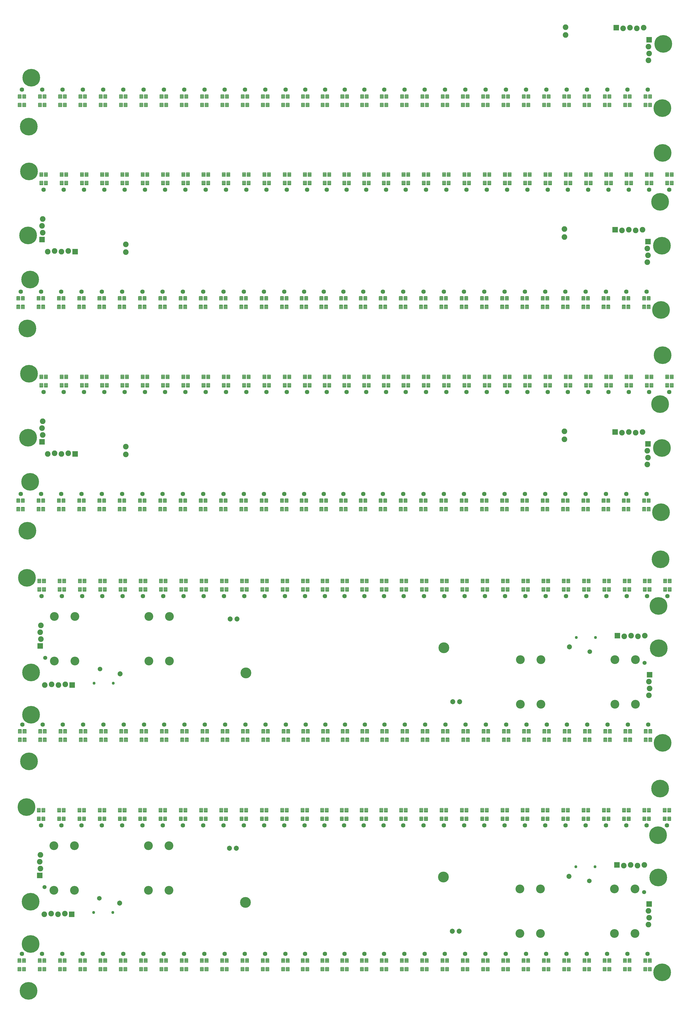
<source format=gbr>
G04 CAM350 V10.1.0 (Build 363) Date:  Mon Oct 03 20:15:31 2011 *
G04 Database: C:\Projects\AniBike Project\Hardware\AniBike V2.7 BT\EagleDIR\AniBike v2.7 BT\Manufacturing\2V8\ANIBIKE_2V8_Rev1.0.cam *
G04 Layer 4: AniBike_v2.8_BT_MainBoard.GBS *
G04 Composite: MASK_BOT *
%FSLAX24Y24*%
%MOIN*%
%SFA1.000B1.000*%

%MIA0B0*%
%IPPOS*%
%ADD72C,0.25800*%
%ADD73C,0.15800*%
%ADD57C,0.00830*%
%ADD59C,0.12800*%
%ADD61C,0.04340*%
%ADD63R,0.08200X0.08200*%
%ADD64C,0.08200*%
%ADD65C,0.06400*%
%ADD66C,0.05900*%
%ADD67C,0.07300*%
%ADD68C,0.06710*%
%ADD119R,0.08200X0.08200*%
%LNAniBike_v2.8_BT_MainBoard.GBS*%
%LPD*%
G54D72*
X94779Y32352D03*
X94479Y25532D03*
X2859Y15832D03*
X2279Y29652D03*
G54D73*
X34229Y15762D03*
G54D59*
X23059Y17512D03*
X20059D03*
X9259D03*
X6259D03*
Y24012D03*
X9259D03*
X20059D03*
X23059D03*
G54D61*
X14877Y14272D03*
X12081D03*
G54D119*
X8879Y14012D03*
X4189Y19692D03*
G54D64*
X4289Y20692D03*
X4189Y21692D03*
X4289Y22692D03*
X5879Y14112D03*
X6879Y14012D03*
X7879Y14112D03*
X4879Y14012D03*
G54D65*
X4399Y26972D03*
X7359D03*
X10319D03*
X13279D03*
X16239D03*
X19199D03*
X22159D03*
X25119D03*
X28079D03*
X31039D03*
X33999D03*
X36959D03*
X39919D03*
X42879D03*
X45759D03*
X48639D03*
X51519D03*
X54399D03*
X57279D03*
X60239D03*
X63199D03*
X66159D03*
X69119D03*
X72079D03*
X75039D03*
X77999D03*
X80959D03*
X83919D03*
X86879D03*
X89839D03*
X92799D03*
X95759D03*
G54D66*
X4919Y17972D03*
G54D67*
X15879Y15652D03*
X31919Y23652D03*
X32919D03*
G54D68*
X12919Y16332D03*
G54D72*
X2574Y2858D03*
X2874Y9678D03*
X94494Y19378D03*
X95074Y5558D03*
G54D73*
X63124Y19448D03*
G54D59*
X74294Y17698D03*
X77294D03*
X88094D03*
X91094D03*
Y11198D03*
X88094D03*
X77294D03*
X74294D03*
G54D61*
X82476Y20938D03*
X85272D03*
G54D63*
X88474Y21198D03*
X93164Y15518D03*
G54D64*
X93064Y14518D03*
X93164Y13518D03*
X93064Y12518D03*
X91474Y21098D03*
X90474Y21198D03*
X89474Y21098D03*
X92474Y21198D03*
G54D65*
X92954Y8238D03*
X89994D03*
X87034D03*
X84074D03*
X81114D03*
X78154D03*
X75194D03*
X72234D03*
X69274D03*
X66314D03*
X63354D03*
X60394D03*
X57434D03*
X54474D03*
X51594D03*
X48714D03*
X45834D03*
X42954D03*
X40074D03*
X37114D03*
X34154D03*
X31194D03*
X28234D03*
X25274D03*
X22314D03*
X19354D03*
X16394D03*
X13434D03*
X10474D03*
X7514D03*
X4554D03*
X1594D03*
G54D66*
X92434Y17238D03*
G54D67*
X81474Y19558D03*
X65434Y11558D03*
X64434D03*
G54D68*
X84434Y18878D03*
G54D72*
X94852Y65795D03*
X94552Y58975D03*
X2932Y49275D03*
X2352Y63095D03*
G54D73*
X34302Y49205D03*
G54D59*
X23132Y50955D03*
X20132D03*
X9332D03*
X6332D03*
Y57455D03*
X9332D03*
X20132D03*
X23132D03*
G54D61*
X14950Y47715D03*
X12154D03*
G54D119*
X8952Y47455D03*
X4262Y53135D03*
G54D64*
X4362Y54135D03*
X4262Y55135D03*
X4362Y56135D03*
X5952Y47555D03*
X6952Y47455D03*
X7952Y47555D03*
X4952Y47455D03*
G54D65*
X4472Y60415D03*
X7432D03*
X10392D03*
X13352D03*
X16312D03*
X19272D03*
X22232D03*
X25192D03*
X28152D03*
X31112D03*
X34072D03*
X37032D03*
X39992D03*
X42952D03*
X45832D03*
X48712D03*
X51592D03*
X54472D03*
X57352D03*
X60312D03*
X63272D03*
X66232D03*
X69192D03*
X72152D03*
X75112D03*
X78072D03*
X81032D03*
X83992D03*
X86952D03*
X89912D03*
X92872D03*
X95832D03*
G54D66*
X4992Y51415D03*
G54D67*
X15952Y49095D03*
X31992Y57095D03*
X32992D03*
G54D68*
X12992Y49775D03*
G54D72*
X2647Y36301D03*
X2947Y43121D03*
X94567Y52821D03*
X95147Y39001D03*
G54D73*
X63197Y52891D03*
G54D59*
X74367Y51141D03*
X77367D03*
X88167D03*
X91167D03*
Y44641D03*
X88167D03*
X77367D03*
X74367D03*
G54D61*
X82549Y54381D03*
X85345D03*
G54D63*
X88547Y54641D03*
X93237Y48961D03*
G54D64*
X93137Y47961D03*
X93237Y46961D03*
X93137Y45961D03*
X91547Y54541D03*
X90547Y54641D03*
X89547Y54541D03*
X92547Y54641D03*
G54D65*
X93027Y41681D03*
X90067D03*
X87107D03*
X84147D03*
X81187D03*
X78227D03*
X75267D03*
X72307D03*
X69347D03*
X66387D03*
X63427D03*
X60467D03*
X57507D03*
X54547D03*
X51667D03*
X48787D03*
X45907D03*
X43027D03*
X40147D03*
X37187D03*
X34227D03*
X31267D03*
X28307D03*
X25347D03*
X22387D03*
X19427D03*
X16467D03*
X13507D03*
X10547D03*
X7587D03*
X4627D03*
X1667D03*
G54D66*
X92507Y50681D03*
G54D67*
X81547Y53001D03*
X65507Y45001D03*
X64507D03*
G54D68*
X84507Y52321D03*
G54D57*
X4984Y27678D02*
G01X4514D01*
Y28226*
X4984*
Y27678*
Y28144D02*
G01X4514D01*
Y28062D02*
G01X4984D01*
Y27980D02*
G01X4514D01*
Y27898D02*
G01X4984D01*
Y27816D02*
G01X4514D01*
Y27734D02*
G01X4984D01*
X4314Y27678D02*
G01X3844D01*
Y28226*
X4314*
Y27678*
Y28144D02*
G01X3844D01*
Y28062D02*
G01X4314D01*
Y27980D02*
G01X3844D01*
Y27898D02*
G01X4314D01*
Y27816D02*
G01X3844D01*
Y27734D02*
G01X4314D01*
X6804Y27678D02*
G01X7274D01*
X6804D02*
G01Y28226D01*
X7274*
Y27678*
Y28144D02*
G01X6804D01*
Y28062D02*
G01X7274D01*
Y27980D02*
G01X6804D01*
Y27898D02*
G01X7274D01*
Y27816D02*
G01X6804D01*
Y27734D02*
G01X7274D01*
X7474Y27678D02*
G01X7944D01*
X7474D02*
G01Y28226D01*
X7944*
Y27678*
Y28144D02*
G01X7474D01*
Y28062D02*
G01X7944D01*
Y27980D02*
G01X7474D01*
Y27898D02*
G01X7944D01*
Y27816D02*
G01X7474D01*
Y27734D02*
G01X7944D01*
X9764Y27678D02*
G01X10234D01*
X9764D02*
G01Y28226D01*
X10234*
Y27678*
Y28144D02*
G01X9764D01*
Y28062D02*
G01X10234D01*
Y27980D02*
G01X9764D01*
Y27898D02*
G01X10234D01*
Y27816D02*
G01X9764D01*
Y27734D02*
G01X10234D01*
X10434Y27678D02*
G01X10904D01*
X10434D02*
G01Y28226D01*
X10904*
Y27678*
Y28144D02*
G01X10434D01*
Y28062D02*
G01X10904D01*
Y27980D02*
G01X10434D01*
Y27898D02*
G01X10904D01*
Y27816D02*
G01X10434D01*
Y27734D02*
G01X10904D01*
X12724Y27678D02*
G01X13194D01*
X12724D02*
G01Y28226D01*
X13194*
Y27678*
Y28144D02*
G01X12724D01*
Y28062D02*
G01X13194D01*
Y27980D02*
G01X12724D01*
Y27898D02*
G01X13194D01*
Y27816D02*
G01X12724D01*
Y27734D02*
G01X13194D01*
X13394Y27678D02*
G01X13864D01*
X13394D02*
G01Y28226D01*
X13864*
Y27678*
Y28144D02*
G01X13394D01*
Y28062D02*
G01X13864D01*
Y27980D02*
G01X13394D01*
Y27898D02*
G01X13864D01*
Y27816D02*
G01X13394D01*
Y27734D02*
G01X13864D01*
X15684Y27678D02*
G01X16154D01*
X15684D02*
G01Y28226D01*
X16154*
Y27678*
Y28144D02*
G01X15684D01*
Y28062D02*
G01X16154D01*
Y27980D02*
G01X15684D01*
Y27898D02*
G01X16154D01*
Y27816D02*
G01X15684D01*
Y27734D02*
G01X16154D01*
X16354Y27678D02*
G01X16824D01*
X16354D02*
G01Y28226D01*
X16824*
Y27678*
Y28144D02*
G01X16354D01*
Y28062D02*
G01X16824D01*
Y27980D02*
G01X16354D01*
Y27898D02*
G01X16824D01*
Y27816D02*
G01X16354D01*
Y27734D02*
G01X16824D01*
X18644Y27678D02*
G01X19114D01*
X18644D02*
G01Y28226D01*
X19114*
Y27678*
Y28144D02*
G01X18644D01*
Y28062D02*
G01X19114D01*
Y27980D02*
G01X18644D01*
Y27898D02*
G01X19114D01*
Y27816D02*
G01X18644D01*
Y27734D02*
G01X19114D01*
X19314Y27678D02*
G01X19784D01*
X19314D02*
G01Y28226D01*
X19784*
Y27678*
Y28144D02*
G01X19314D01*
Y28062D02*
G01X19784D01*
Y27980D02*
G01X19314D01*
Y27898D02*
G01X19784D01*
Y27816D02*
G01X19314D01*
Y27734D02*
G01X19784D01*
X21604Y27678D02*
G01X22074D01*
X21604D02*
G01Y28226D01*
X22074*
Y27678*
Y28144D02*
G01X21604D01*
Y28062D02*
G01X22074D01*
Y27980D02*
G01X21604D01*
Y27898D02*
G01X22074D01*
Y27816D02*
G01X21604D01*
Y27734D02*
G01X22074D01*
X22274Y27678D02*
G01X22744D01*
X22274D02*
G01Y28226D01*
X22744*
Y27678*
Y28144D02*
G01X22274D01*
Y28062D02*
G01X22744D01*
Y27980D02*
G01X22274D01*
Y27898D02*
G01X22744D01*
Y27816D02*
G01X22274D01*
Y27734D02*
G01X22744D01*
X24564Y27678D02*
G01X25034D01*
X24564D02*
G01Y28226D01*
X25034*
Y27678*
Y28144D02*
G01X24564D01*
Y28062D02*
G01X25034D01*
Y27980D02*
G01X24564D01*
Y27898D02*
G01X25034D01*
Y27816D02*
G01X24564D01*
Y27734D02*
G01X25034D01*
X25234Y27678D02*
G01X25704D01*
X25234D02*
G01Y28226D01*
X25704*
Y27678*
Y28144D02*
G01X25234D01*
Y28062D02*
G01X25704D01*
Y27980D02*
G01X25234D01*
Y27898D02*
G01X25704D01*
Y27816D02*
G01X25234D01*
Y27734D02*
G01X25704D01*
X27524Y27678D02*
G01X27994D01*
X27524D02*
G01Y28226D01*
X27994*
Y27678*
Y28144D02*
G01X27524D01*
Y28062D02*
G01X27994D01*
Y27980D02*
G01X27524D01*
Y27898D02*
G01X27994D01*
Y27816D02*
G01X27524D01*
Y27734D02*
G01X27994D01*
X28194Y27678D02*
G01X28664D01*
X28194D02*
G01Y28226D01*
X28664*
Y27678*
Y28144D02*
G01X28194D01*
Y28062D02*
G01X28664D01*
Y27980D02*
G01X28194D01*
Y27898D02*
G01X28664D01*
Y27816D02*
G01X28194D01*
Y27734D02*
G01X28664D01*
X30484Y27678D02*
G01X30954D01*
X30484D02*
G01Y28226D01*
X30954*
Y27678*
Y28144D02*
G01X30484D01*
Y28062D02*
G01X30954D01*
Y27980D02*
G01X30484D01*
Y27898D02*
G01X30954D01*
Y27816D02*
G01X30484D01*
Y27734D02*
G01X30954D01*
X31154Y27678D02*
G01X31624D01*
X31154D02*
G01Y28226D01*
X31624*
Y27678*
Y28144D02*
G01X31154D01*
Y28062D02*
G01X31624D01*
Y27980D02*
G01X31154D01*
Y27898D02*
G01X31624D01*
Y27816D02*
G01X31154D01*
Y27734D02*
G01X31624D01*
X33444Y27678D02*
G01X33914D01*
X33444D02*
G01Y28226D01*
X33914*
Y27678*
Y28144D02*
G01X33444D01*
Y28062D02*
G01X33914D01*
Y27980D02*
G01X33444D01*
Y27898D02*
G01X33914D01*
Y27816D02*
G01X33444D01*
Y27734D02*
G01X33914D01*
X34114Y27678D02*
G01X34584D01*
X34114D02*
G01Y28226D01*
X34584*
Y27678*
Y28144D02*
G01X34114D01*
Y28062D02*
G01X34584D01*
Y27980D02*
G01X34114D01*
Y27898D02*
G01X34584D01*
Y27816D02*
G01X34114D01*
Y27734D02*
G01X34584D01*
X36404Y27678D02*
G01X36874D01*
X36404D02*
G01Y28226D01*
X36874*
Y27678*
Y28144D02*
G01X36404D01*
Y28062D02*
G01X36874D01*
Y27980D02*
G01X36404D01*
Y27898D02*
G01X36874D01*
Y27816D02*
G01X36404D01*
Y27734D02*
G01X36874D01*
X37074Y27678D02*
G01X37544D01*
X37074D02*
G01Y28226D01*
X37544*
Y27678*
Y28144D02*
G01X37074D01*
Y28062D02*
G01X37544D01*
Y27980D02*
G01X37074D01*
Y27898D02*
G01X37544D01*
Y27816D02*
G01X37074D01*
Y27734D02*
G01X37544D01*
X39364Y27678D02*
G01X39834D01*
X39364D02*
G01Y28226D01*
X39834*
Y27678*
Y28144D02*
G01X39364D01*
Y28062D02*
G01X39834D01*
Y27980D02*
G01X39364D01*
Y27898D02*
G01X39834D01*
Y27816D02*
G01X39364D01*
Y27734D02*
G01X39834D01*
X40034Y27678D02*
G01X40504D01*
X40034D02*
G01Y28226D01*
X40504*
Y27678*
Y28144D02*
G01X40034D01*
Y28062D02*
G01X40504D01*
Y27980D02*
G01X40034D01*
Y27898D02*
G01X40504D01*
Y27816D02*
G01X40034D01*
Y27734D02*
G01X40504D01*
X42324Y27678D02*
G01X42794D01*
X42324D02*
G01Y28226D01*
X42794*
Y27678*
Y28144D02*
G01X42324D01*
Y28062D02*
G01X42794D01*
Y27980D02*
G01X42324D01*
Y27898D02*
G01X42794D01*
Y27816D02*
G01X42324D01*
Y27734D02*
G01X42794D01*
X42994Y27678D02*
G01X43464D01*
X42994D02*
G01Y28226D01*
X43464*
Y27678*
Y28144D02*
G01X42994D01*
Y28062D02*
G01X43464D01*
Y27980D02*
G01X42994D01*
Y27898D02*
G01X43464D01*
Y27816D02*
G01X42994D01*
Y27734D02*
G01X43464D01*
X45204Y27678D02*
G01X45674D01*
X45204D02*
G01Y28226D01*
X45674*
Y27678*
Y28144D02*
G01X45204D01*
Y28062D02*
G01X45674D01*
Y27980D02*
G01X45204D01*
Y27898D02*
G01X45674D01*
Y27816D02*
G01X45204D01*
Y27734D02*
G01X45674D01*
X45874Y27678D02*
G01X46344D01*
X45874D02*
G01Y28226D01*
X46344*
Y27678*
Y28144D02*
G01X45874D01*
Y28062D02*
G01X46344D01*
Y27980D02*
G01X45874D01*
Y27898D02*
G01X46344D01*
Y27816D02*
G01X45874D01*
Y27734D02*
G01X46344D01*
X48084Y27678D02*
G01X48554D01*
X48084D02*
G01Y28226D01*
X48554*
Y27678*
Y28144D02*
G01X48084D01*
Y28062D02*
G01X48554D01*
Y27980D02*
G01X48084D01*
Y27898D02*
G01X48554D01*
Y27816D02*
G01X48084D01*
Y27734D02*
G01X48554D01*
X48754Y27678D02*
G01X49224D01*
X48754D02*
G01Y28226D01*
X49224*
Y27678*
Y28144D02*
G01X48754D01*
Y28062D02*
G01X49224D01*
Y27980D02*
G01X48754D01*
Y27898D02*
G01X49224D01*
Y27816D02*
G01X48754D01*
Y27734D02*
G01X49224D01*
X50964Y27678D02*
G01X51434D01*
X50964D02*
G01Y28226D01*
X51434*
Y27678*
Y28144D02*
G01X50964D01*
Y28062D02*
G01X51434D01*
Y27980D02*
G01X50964D01*
Y27898D02*
G01X51434D01*
Y27816D02*
G01X50964D01*
Y27734D02*
G01X51434D01*
X51634Y27678D02*
G01X52104D01*
X51634D02*
G01Y28226D01*
X52104*
Y27678*
Y28144D02*
G01X51634D01*
Y28062D02*
G01X52104D01*
Y27980D02*
G01X51634D01*
Y27898D02*
G01X52104D01*
Y27816D02*
G01X51634D01*
Y27734D02*
G01X52104D01*
X53844Y27678D02*
G01X54314D01*
X53844D02*
G01Y28226D01*
X54314*
Y27678*
Y28144D02*
G01X53844D01*
Y28062D02*
G01X54314D01*
Y27980D02*
G01X53844D01*
Y27898D02*
G01X54314D01*
Y27816D02*
G01X53844D01*
Y27734D02*
G01X54314D01*
X54514Y27678D02*
G01X54984D01*
X54514D02*
G01Y28226D01*
X54984*
Y27678*
Y28144D02*
G01X54514D01*
Y28062D02*
G01X54984D01*
Y27980D02*
G01X54514D01*
Y27898D02*
G01X54984D01*
Y27816D02*
G01X54514D01*
Y27734D02*
G01X54984D01*
X56724Y27678D02*
G01X57194D01*
X56724D02*
G01Y28226D01*
X57194*
Y27678*
Y28144D02*
G01X56724D01*
Y28062D02*
G01X57194D01*
Y27980D02*
G01X56724D01*
Y27898D02*
G01X57194D01*
Y27816D02*
G01X56724D01*
Y27734D02*
G01X57194D01*
X57394Y27678D02*
G01X57864D01*
X57394D02*
G01Y28226D01*
X57864*
Y27678*
Y28144D02*
G01X57394D01*
Y28062D02*
G01X57864D01*
Y27980D02*
G01X57394D01*
Y27898D02*
G01X57864D01*
Y27816D02*
G01X57394D01*
Y27734D02*
G01X57864D01*
X59684Y27678D02*
G01X60154D01*
X59684D02*
G01Y28226D01*
X60154*
Y27678*
Y28144D02*
G01X59684D01*
Y28062D02*
G01X60154D01*
Y27980D02*
G01X59684D01*
Y27898D02*
G01X60154D01*
Y27816D02*
G01X59684D01*
Y27734D02*
G01X60154D01*
X60354Y27678D02*
G01X60824D01*
X60354D02*
G01Y28226D01*
X60824*
Y27678*
Y28144D02*
G01X60354D01*
Y28062D02*
G01X60824D01*
Y27980D02*
G01X60354D01*
Y27898D02*
G01X60824D01*
Y27816D02*
G01X60354D01*
Y27734D02*
G01X60824D01*
X62644Y27678D02*
G01X63114D01*
X62644D02*
G01Y28226D01*
X63114*
Y27678*
Y28144D02*
G01X62644D01*
Y28062D02*
G01X63114D01*
Y27980D02*
G01X62644D01*
Y27898D02*
G01X63114D01*
Y27816D02*
G01X62644D01*
Y27734D02*
G01X63114D01*
X63314Y27678D02*
G01X63784D01*
X63314D02*
G01Y28226D01*
X63784*
Y27678*
Y28144D02*
G01X63314D01*
Y28062D02*
G01X63784D01*
Y27980D02*
G01X63314D01*
Y27898D02*
G01X63784D01*
Y27816D02*
G01X63314D01*
Y27734D02*
G01X63784D01*
X65604Y27678D02*
G01X66074D01*
X65604D02*
G01Y28226D01*
X66074*
Y27678*
Y28144D02*
G01X65604D01*
Y28062D02*
G01X66074D01*
Y27980D02*
G01X65604D01*
Y27898D02*
G01X66074D01*
Y27816D02*
G01X65604D01*
Y27734D02*
G01X66074D01*
X66274Y27678D02*
G01X66744D01*
X66274D02*
G01Y28226D01*
X66744*
Y27678*
Y28144D02*
G01X66274D01*
Y28062D02*
G01X66744D01*
Y27980D02*
G01X66274D01*
Y27898D02*
G01X66744D01*
Y27816D02*
G01X66274D01*
Y27734D02*
G01X66744D01*
X68564Y27678D02*
G01X69034D01*
X68564D02*
G01Y28226D01*
X69034*
Y27678*
Y28144D02*
G01X68564D01*
Y28062D02*
G01X69034D01*
Y27980D02*
G01X68564D01*
Y27898D02*
G01X69034D01*
Y27816D02*
G01X68564D01*
Y27734D02*
G01X69034D01*
X69234Y27678D02*
G01X69704D01*
X69234D02*
G01Y28226D01*
X69704*
Y27678*
Y28144D02*
G01X69234D01*
Y28062D02*
G01X69704D01*
Y27980D02*
G01X69234D01*
Y27898D02*
G01X69704D01*
Y27816D02*
G01X69234D01*
Y27734D02*
G01X69704D01*
X71524Y27678D02*
G01X71994D01*
X71524D02*
G01Y28226D01*
X71994*
Y27678*
Y28144D02*
G01X71524D01*
Y28062D02*
G01X71994D01*
Y27980D02*
G01X71524D01*
Y27898D02*
G01X71994D01*
Y27816D02*
G01X71524D01*
Y27734D02*
G01X71994D01*
X72194Y27678D02*
G01X72664D01*
X72194D02*
G01Y28226D01*
X72664*
Y27678*
Y28144D02*
G01X72194D01*
Y28062D02*
G01X72664D01*
Y27980D02*
G01X72194D01*
Y27898D02*
G01X72664D01*
Y27816D02*
G01X72194D01*
Y27734D02*
G01X72664D01*
X74484Y27678D02*
G01X74954D01*
X74484D02*
G01Y28226D01*
X74954*
Y27678*
Y28144D02*
G01X74484D01*
Y28062D02*
G01X74954D01*
Y27980D02*
G01X74484D01*
Y27898D02*
G01X74954D01*
Y27816D02*
G01X74484D01*
Y27734D02*
G01X74954D01*
X75154Y27678D02*
G01X75624D01*
X75154D02*
G01Y28226D01*
X75624*
Y27678*
Y28144D02*
G01X75154D01*
Y28062D02*
G01X75624D01*
Y27980D02*
G01X75154D01*
Y27898D02*
G01X75624D01*
Y27816D02*
G01X75154D01*
Y27734D02*
G01X75624D01*
X77444Y27678D02*
G01X77914D01*
X77444D02*
G01Y28226D01*
X77914*
Y27678*
Y28144D02*
G01X77444D01*
Y28062D02*
G01X77914D01*
Y27980D02*
G01X77444D01*
Y27898D02*
G01X77914D01*
Y27816D02*
G01X77444D01*
Y27734D02*
G01X77914D01*
X78114Y27678D02*
G01X78584D01*
X78114D02*
G01Y28226D01*
X78584*
Y27678*
Y28144D02*
G01X78114D01*
Y28062D02*
G01X78584D01*
Y27980D02*
G01X78114D01*
Y27898D02*
G01X78584D01*
Y27816D02*
G01X78114D01*
Y27734D02*
G01X78584D01*
X80404Y27678D02*
G01X80874D01*
X80404D02*
G01Y28226D01*
X80874*
Y27678*
Y28144D02*
G01X80404D01*
Y28062D02*
G01X80874D01*
Y27980D02*
G01X80404D01*
Y27898D02*
G01X80874D01*
Y27816D02*
G01X80404D01*
Y27734D02*
G01X80874D01*
X81074Y27678D02*
G01X81544D01*
X81074D02*
G01Y28226D01*
X81544*
Y27678*
Y28144D02*
G01X81074D01*
Y28062D02*
G01X81544D01*
Y27980D02*
G01X81074D01*
Y27898D02*
G01X81544D01*
Y27816D02*
G01X81074D01*
Y27734D02*
G01X81544D01*
X83364Y27678D02*
G01X83834D01*
X83364D02*
G01Y28226D01*
X83834*
Y27678*
Y28144D02*
G01X83364D01*
Y28062D02*
G01X83834D01*
Y27980D02*
G01X83364D01*
Y27898D02*
G01X83834D01*
Y27816D02*
G01X83364D01*
Y27734D02*
G01X83834D01*
X84034Y27678D02*
G01X84504D01*
X84034D02*
G01Y28226D01*
X84504*
Y27678*
Y28144D02*
G01X84034D01*
Y28062D02*
G01X84504D01*
Y27980D02*
G01X84034D01*
Y27898D02*
G01X84504D01*
Y27816D02*
G01X84034D01*
Y27734D02*
G01X84504D01*
X86324Y27678D02*
G01X86794D01*
X86324D02*
G01Y28226D01*
X86794*
Y27678*
Y28144D02*
G01X86324D01*
Y28062D02*
G01X86794D01*
Y27980D02*
G01X86324D01*
Y27898D02*
G01X86794D01*
Y27816D02*
G01X86324D01*
Y27734D02*
G01X86794D01*
X86994Y27678D02*
G01X87464D01*
X86994D02*
G01Y28226D01*
X87464*
Y27678*
Y28144D02*
G01X86994D01*
Y28062D02*
G01X87464D01*
Y27980D02*
G01X86994D01*
Y27898D02*
G01X87464D01*
Y27816D02*
G01X86994D01*
Y27734D02*
G01X87464D01*
X89284Y27678D02*
G01X89754D01*
X89284D02*
G01Y28226D01*
X89754*
Y27678*
Y28144D02*
G01X89284D01*
Y28062D02*
G01X89754D01*
Y27980D02*
G01X89284D01*
Y27898D02*
G01X89754D01*
Y27816D02*
G01X89284D01*
Y27734D02*
G01X89754D01*
X89954Y27678D02*
G01X90424D01*
X89954D02*
G01Y28226D01*
X90424*
Y27678*
Y28144D02*
G01X89954D01*
Y28062D02*
G01X90424D01*
Y27980D02*
G01X89954D01*
Y27898D02*
G01X90424D01*
Y27816D02*
G01X89954D01*
Y27734D02*
G01X90424D01*
X92244Y27678D02*
G01X92714D01*
X92244D02*
G01Y28226D01*
X92714*
Y27678*
Y28144D02*
G01X92244D01*
Y28062D02*
G01X92714D01*
Y27980D02*
G01X92244D01*
Y27898D02*
G01X92714D01*
Y27816D02*
G01X92244D01*
Y27734D02*
G01X92714D01*
X92914Y27678D02*
G01X93384D01*
X92914D02*
G01Y28226D01*
X93384*
Y27678*
Y28144D02*
G01X92914D01*
Y28062D02*
G01X93384D01*
Y27980D02*
G01X92914D01*
Y27898D02*
G01X93384D01*
Y27816D02*
G01X92914D01*
Y27734D02*
G01X93384D01*
X95204Y27678D02*
G01X95674D01*
X95204D02*
G01Y28226D01*
X95674*
Y27678*
Y28144D02*
G01X95204D01*
Y28062D02*
G01X95674D01*
Y27980D02*
G01X95204D01*
Y27898D02*
G01X95674D01*
Y27816D02*
G01X95204D01*
Y27734D02*
G01X95674D01*
X95874Y27678D02*
G01X96344D01*
X95874D02*
G01Y28226D01*
X96344*
Y27678*
Y28144D02*
G01X95874D01*
Y28062D02*
G01X96344D01*
Y27980D02*
G01X95874D01*
Y27898D02*
G01X96344D01*
Y27816D02*
G01X95874D01*
Y27734D02*
G01X96344D01*
Y28918D02*
G01X95874D01*
Y29466*
X96344*
Y28918*
Y29384D02*
G01X95874D01*
Y29302D02*
G01X96344D01*
Y29220D02*
G01X95874D01*
Y29138D02*
G01X96344D01*
Y29056D02*
G01X95874D01*
Y28974D02*
G01X96344D01*
X95674Y28918D02*
G01X95204D01*
Y29466*
X95674*
Y28918*
Y29384D02*
G01X95204D01*
Y29302D02*
G01X95674D01*
Y29220D02*
G01X95204D01*
Y29138D02*
G01X95674D01*
Y29056D02*
G01X95204D01*
Y28974D02*
G01X95674D01*
X93384Y28918D02*
G01X92914D01*
Y29466*
X93384*
Y28918*
Y29384D02*
G01X92914D01*
Y29302D02*
G01X93384D01*
Y29220D02*
G01X92914D01*
Y29138D02*
G01X93384D01*
Y29056D02*
G01X92914D01*
Y28974D02*
G01X93384D01*
X92714Y28918D02*
G01X92244D01*
Y29466*
X92714*
Y28918*
Y29384D02*
G01X92244D01*
Y29302D02*
G01X92714D01*
Y29220D02*
G01X92244D01*
Y29138D02*
G01X92714D01*
Y29056D02*
G01X92244D01*
Y28974D02*
G01X92714D01*
X90424Y28918D02*
G01X89954D01*
Y29466*
X90424*
Y28918*
Y29384D02*
G01X89954D01*
Y29302D02*
G01X90424D01*
Y29220D02*
G01X89954D01*
Y29138D02*
G01X90424D01*
Y29056D02*
G01X89954D01*
Y28974D02*
G01X90424D01*
X89754Y28918D02*
G01X89284D01*
Y29466*
X89754*
Y28918*
Y29384D02*
G01X89284D01*
Y29302D02*
G01X89754D01*
Y29220D02*
G01X89284D01*
Y29138D02*
G01X89754D01*
Y29056D02*
G01X89284D01*
Y28974D02*
G01X89754D01*
X87464Y28918D02*
G01X86994D01*
Y29466*
X87464*
Y28918*
Y29384D02*
G01X86994D01*
Y29302D02*
G01X87464D01*
Y29220D02*
G01X86994D01*
Y29138D02*
G01X87464D01*
Y29056D02*
G01X86994D01*
Y28974D02*
G01X87464D01*
X86794Y28918D02*
G01X86324D01*
Y29466*
X86794*
Y28918*
Y29384D02*
G01X86324D01*
Y29302D02*
G01X86794D01*
Y29220D02*
G01X86324D01*
Y29138D02*
G01X86794D01*
Y29056D02*
G01X86324D01*
Y28974D02*
G01X86794D01*
X84504Y28918D02*
G01X84034D01*
Y29466*
X84504*
Y28918*
Y29384D02*
G01X84034D01*
Y29302D02*
G01X84504D01*
Y29220D02*
G01X84034D01*
Y29138D02*
G01X84504D01*
Y29056D02*
G01X84034D01*
Y28974D02*
G01X84504D01*
X83834Y28918D02*
G01X83364D01*
Y29466*
X83834*
Y28918*
Y29384D02*
G01X83364D01*
Y29302D02*
G01X83834D01*
Y29220D02*
G01X83364D01*
Y29138D02*
G01X83834D01*
Y29056D02*
G01X83364D01*
Y28974D02*
G01X83834D01*
X81544Y28918D02*
G01X81074D01*
Y29466*
X81544*
Y28918*
Y29384D02*
G01X81074D01*
Y29302D02*
G01X81544D01*
Y29220D02*
G01X81074D01*
Y29138D02*
G01X81544D01*
Y29056D02*
G01X81074D01*
Y28974D02*
G01X81544D01*
X80874Y28918D02*
G01X80404D01*
Y29466*
X80874*
Y28918*
Y29384D02*
G01X80404D01*
Y29302D02*
G01X80874D01*
Y29220D02*
G01X80404D01*
Y29138D02*
G01X80874D01*
Y29056D02*
G01X80404D01*
Y28974D02*
G01X80874D01*
X78584Y28918D02*
G01X78114D01*
Y29466*
X78584*
Y28918*
Y29384D02*
G01X78114D01*
Y29302D02*
G01X78584D01*
Y29220D02*
G01X78114D01*
Y29138D02*
G01X78584D01*
Y29056D02*
G01X78114D01*
Y28974D02*
G01X78584D01*
X77914Y28918D02*
G01X77444D01*
Y29466*
X77914*
Y28918*
Y29384D02*
G01X77444D01*
Y29302D02*
G01X77914D01*
Y29220D02*
G01X77444D01*
Y29138D02*
G01X77914D01*
Y29056D02*
G01X77444D01*
Y28974D02*
G01X77914D01*
X75624Y28918D02*
G01X75154D01*
Y29466*
X75624*
Y28918*
Y29384D02*
G01X75154D01*
Y29302D02*
G01X75624D01*
Y29220D02*
G01X75154D01*
Y29138D02*
G01X75624D01*
Y29056D02*
G01X75154D01*
Y28974D02*
G01X75624D01*
X74954Y28918D02*
G01X74484D01*
Y29466*
X74954*
Y28918*
Y29384D02*
G01X74484D01*
Y29302D02*
G01X74954D01*
Y29220D02*
G01X74484D01*
Y29138D02*
G01X74954D01*
Y29056D02*
G01X74484D01*
Y28974D02*
G01X74954D01*
X72664Y28918D02*
G01X72194D01*
Y29466*
X72664*
Y28918*
Y29384D02*
G01X72194D01*
Y29302D02*
G01X72664D01*
Y29220D02*
G01X72194D01*
Y29138D02*
G01X72664D01*
Y29056D02*
G01X72194D01*
Y28974D02*
G01X72664D01*
X71994Y28918D02*
G01X71524D01*
Y29466*
X71994*
Y28918*
Y29384D02*
G01X71524D01*
Y29302D02*
G01X71994D01*
Y29220D02*
G01X71524D01*
Y29138D02*
G01X71994D01*
Y29056D02*
G01X71524D01*
Y28974D02*
G01X71994D01*
X69704Y28918D02*
G01X69234D01*
Y29466*
X69704*
Y28918*
Y29384D02*
G01X69234D01*
Y29302D02*
G01X69704D01*
Y29220D02*
G01X69234D01*
Y29138D02*
G01X69704D01*
Y29056D02*
G01X69234D01*
Y28974D02*
G01X69704D01*
X69034Y28918D02*
G01X68564D01*
Y29466*
X69034*
Y28918*
Y29384D02*
G01X68564D01*
Y29302D02*
G01X69034D01*
Y29220D02*
G01X68564D01*
Y29138D02*
G01X69034D01*
Y29056D02*
G01X68564D01*
Y28974D02*
G01X69034D01*
X66744Y28918D02*
G01X66274D01*
Y29466*
X66744*
Y28918*
Y29384D02*
G01X66274D01*
Y29302D02*
G01X66744D01*
Y29220D02*
G01X66274D01*
Y29138D02*
G01X66744D01*
Y29056D02*
G01X66274D01*
Y28974D02*
G01X66744D01*
X66074Y28918D02*
G01X65604D01*
Y29466*
X66074*
Y28918*
Y29384D02*
G01X65604D01*
Y29302D02*
G01X66074D01*
Y29220D02*
G01X65604D01*
Y29138D02*
G01X66074D01*
Y29056D02*
G01X65604D01*
Y28974D02*
G01X66074D01*
X63784Y28918D02*
G01X63314D01*
Y29466*
X63784*
Y28918*
Y29384D02*
G01X63314D01*
Y29302D02*
G01X63784D01*
Y29220D02*
G01X63314D01*
Y29138D02*
G01X63784D01*
Y29056D02*
G01X63314D01*
Y28974D02*
G01X63784D01*
X63114Y28918D02*
G01X62644D01*
Y29466*
X63114*
Y28918*
Y29384D02*
G01X62644D01*
Y29302D02*
G01X63114D01*
Y29220D02*
G01X62644D01*
Y29138D02*
G01X63114D01*
Y29056D02*
G01X62644D01*
Y28974D02*
G01X63114D01*
X60824Y28918D02*
G01X60354D01*
Y29466*
X60824*
Y28918*
Y29384D02*
G01X60354D01*
Y29302D02*
G01X60824D01*
Y29220D02*
G01X60354D01*
Y29138D02*
G01X60824D01*
Y29056D02*
G01X60354D01*
Y28974D02*
G01X60824D01*
X60154Y28918D02*
G01X59684D01*
Y29466*
X60154*
Y28918*
Y29384D02*
G01X59684D01*
Y29302D02*
G01X60154D01*
Y29220D02*
G01X59684D01*
Y29138D02*
G01X60154D01*
Y29056D02*
G01X59684D01*
Y28974D02*
G01X60154D01*
X57864Y28918D02*
G01X57394D01*
Y29466*
X57864*
Y28918*
Y29384D02*
G01X57394D01*
Y29302D02*
G01X57864D01*
Y29220D02*
G01X57394D01*
Y29138D02*
G01X57864D01*
Y29056D02*
G01X57394D01*
Y28974D02*
G01X57864D01*
X57194Y28918D02*
G01X56724D01*
Y29466*
X57194*
Y28918*
Y29384D02*
G01X56724D01*
Y29302D02*
G01X57194D01*
Y29220D02*
G01X56724D01*
Y29138D02*
G01X57194D01*
Y29056D02*
G01X56724D01*
Y28974D02*
G01X57194D01*
X54984Y28918D02*
G01X54514D01*
Y29466*
X54984*
Y28918*
Y29384D02*
G01X54514D01*
Y29302D02*
G01X54984D01*
Y29220D02*
G01X54514D01*
Y29138D02*
G01X54984D01*
Y29056D02*
G01X54514D01*
Y28974D02*
G01X54984D01*
X54314Y28918D02*
G01X53844D01*
Y29466*
X54314*
Y28918*
Y29384D02*
G01X53844D01*
Y29302D02*
G01X54314D01*
Y29220D02*
G01X53844D01*
Y29138D02*
G01X54314D01*
Y29056D02*
G01X53844D01*
Y28974D02*
G01X54314D01*
X52104Y28918D02*
G01X51634D01*
Y29466*
X52104*
Y28918*
Y29384D02*
G01X51634D01*
Y29302D02*
G01X52104D01*
Y29220D02*
G01X51634D01*
Y29138D02*
G01X52104D01*
Y29056D02*
G01X51634D01*
Y28974D02*
G01X52104D01*
X51434Y28918D02*
G01X50964D01*
Y29466*
X51434*
Y28918*
Y29384D02*
G01X50964D01*
Y29302D02*
G01X51434D01*
Y29220D02*
G01X50964D01*
Y29138D02*
G01X51434D01*
Y29056D02*
G01X50964D01*
Y28974D02*
G01X51434D01*
X49224Y28918D02*
G01X48754D01*
Y29466*
X49224*
Y28918*
Y29384D02*
G01X48754D01*
Y29302D02*
G01X49224D01*
Y29220D02*
G01X48754D01*
Y29138D02*
G01X49224D01*
Y29056D02*
G01X48754D01*
Y28974D02*
G01X49224D01*
X48554Y28918D02*
G01X48084D01*
Y29466*
X48554*
Y28918*
Y29384D02*
G01X48084D01*
Y29302D02*
G01X48554D01*
Y29220D02*
G01X48084D01*
Y29138D02*
G01X48554D01*
Y29056D02*
G01X48084D01*
Y28974D02*
G01X48554D01*
X46344Y28918D02*
G01X45874D01*
Y29466*
X46344*
Y28918*
Y29384D02*
G01X45874D01*
Y29302D02*
G01X46344D01*
Y29220D02*
G01X45874D01*
Y29138D02*
G01X46344D01*
Y29056D02*
G01X45874D01*
Y28974D02*
G01X46344D01*
X45674Y28918D02*
G01X45204D01*
Y29466*
X45674*
Y28918*
Y29384D02*
G01X45204D01*
Y29302D02*
G01X45674D01*
Y29220D02*
G01X45204D01*
Y29138D02*
G01X45674D01*
Y29056D02*
G01X45204D01*
Y28974D02*
G01X45674D01*
X43464Y28918D02*
G01X42994D01*
Y29466*
X43464*
Y28918*
Y29384D02*
G01X42994D01*
Y29302D02*
G01X43464D01*
Y29220D02*
G01X42994D01*
Y29138D02*
G01X43464D01*
Y29056D02*
G01X42994D01*
Y28974D02*
G01X43464D01*
X42794Y28918D02*
G01X42324D01*
Y29466*
X42794*
Y28918*
Y29384D02*
G01X42324D01*
Y29302D02*
G01X42794D01*
Y29220D02*
G01X42324D01*
Y29138D02*
G01X42794D01*
Y29056D02*
G01X42324D01*
Y28974D02*
G01X42794D01*
X40504Y28918D02*
G01X40034D01*
Y29466*
X40504*
Y28918*
Y29384D02*
G01X40034D01*
Y29302D02*
G01X40504D01*
Y29220D02*
G01X40034D01*
Y29138D02*
G01X40504D01*
Y29056D02*
G01X40034D01*
Y28974D02*
G01X40504D01*
X39834Y28918D02*
G01X39364D01*
Y29466*
X39834*
Y28918*
Y29384D02*
G01X39364D01*
Y29302D02*
G01X39834D01*
Y29220D02*
G01X39364D01*
Y29138D02*
G01X39834D01*
Y29056D02*
G01X39364D01*
Y28974D02*
G01X39834D01*
X37544Y28918D02*
G01X37074D01*
Y29466*
X37544*
Y28918*
Y29384D02*
G01X37074D01*
Y29302D02*
G01X37544D01*
Y29220D02*
G01X37074D01*
Y29138D02*
G01X37544D01*
Y29056D02*
G01X37074D01*
Y28974D02*
G01X37544D01*
X36874Y28918D02*
G01X36404D01*
Y29466*
X36874*
Y28918*
Y29384D02*
G01X36404D01*
Y29302D02*
G01X36874D01*
Y29220D02*
G01X36404D01*
Y29138D02*
G01X36874D01*
Y29056D02*
G01X36404D01*
Y28974D02*
G01X36874D01*
X34584Y28918D02*
G01X34114D01*
Y29466*
X34584*
Y28918*
Y29384D02*
G01X34114D01*
Y29302D02*
G01X34584D01*
Y29220D02*
G01X34114D01*
Y29138D02*
G01X34584D01*
Y29056D02*
G01X34114D01*
Y28974D02*
G01X34584D01*
X33914Y28918D02*
G01X33444D01*
Y29466*
X33914*
Y28918*
Y29384D02*
G01X33444D01*
Y29302D02*
G01X33914D01*
Y29220D02*
G01X33444D01*
Y29138D02*
G01X33914D01*
Y29056D02*
G01X33444D01*
Y28974D02*
G01X33914D01*
X31624Y28918D02*
G01X31154D01*
Y29466*
X31624*
Y28918*
Y29384D02*
G01X31154D01*
Y29302D02*
G01X31624D01*
Y29220D02*
G01X31154D01*
Y29138D02*
G01X31624D01*
Y29056D02*
G01X31154D01*
Y28974D02*
G01X31624D01*
X30954Y28918D02*
G01X30484D01*
Y29466*
X30954*
Y28918*
Y29384D02*
G01X30484D01*
Y29302D02*
G01X30954D01*
Y29220D02*
G01X30484D01*
Y29138D02*
G01X30954D01*
Y29056D02*
G01X30484D01*
Y28974D02*
G01X30954D01*
X28664Y28918D02*
G01X28194D01*
Y29466*
X28664*
Y28918*
Y29384D02*
G01X28194D01*
Y29302D02*
G01X28664D01*
Y29220D02*
G01X28194D01*
Y29138D02*
G01X28664D01*
Y29056D02*
G01X28194D01*
Y28974D02*
G01X28664D01*
X27994Y28918D02*
G01X27524D01*
Y29466*
X27994*
Y28918*
Y29384D02*
G01X27524D01*
Y29302D02*
G01X27994D01*
Y29220D02*
G01X27524D01*
Y29138D02*
G01X27994D01*
Y29056D02*
G01X27524D01*
Y28974D02*
G01X27994D01*
X25704Y28918D02*
G01X25234D01*
Y29466*
X25704*
Y28918*
Y29384D02*
G01X25234D01*
Y29302D02*
G01X25704D01*
Y29220D02*
G01X25234D01*
Y29138D02*
G01X25704D01*
Y29056D02*
G01X25234D01*
Y28974D02*
G01X25704D01*
X25034Y28918D02*
G01X24564D01*
Y29466*
X25034*
Y28918*
Y29384D02*
G01X24564D01*
Y29302D02*
G01X25034D01*
Y29220D02*
G01X24564D01*
Y29138D02*
G01X25034D01*
Y29056D02*
G01X24564D01*
Y28974D02*
G01X25034D01*
X22744Y28918D02*
G01X22274D01*
Y29466*
X22744*
Y28918*
Y29384D02*
G01X22274D01*
Y29302D02*
G01X22744D01*
Y29220D02*
G01X22274D01*
Y29138D02*
G01X22744D01*
Y29056D02*
G01X22274D01*
Y28974D02*
G01X22744D01*
X22074Y28918D02*
G01X21604D01*
Y29466*
X22074*
Y28918*
Y29384D02*
G01X21604D01*
Y29302D02*
G01X22074D01*
Y29220D02*
G01X21604D01*
Y29138D02*
G01X22074D01*
Y29056D02*
G01X21604D01*
Y28974D02*
G01X22074D01*
X19784Y28918D02*
G01X19314D01*
Y29466*
X19784*
Y28918*
Y29384D02*
G01X19314D01*
Y29302D02*
G01X19784D01*
Y29220D02*
G01X19314D01*
Y29138D02*
G01X19784D01*
Y29056D02*
G01X19314D01*
Y28974D02*
G01X19784D01*
X19114Y28918D02*
G01X18644D01*
Y29466*
X19114*
Y28918*
Y29384D02*
G01X18644D01*
Y29302D02*
G01X19114D01*
Y29220D02*
G01X18644D01*
Y29138D02*
G01X19114D01*
Y29056D02*
G01X18644D01*
Y28974D02*
G01X19114D01*
X16824Y28918D02*
G01X16354D01*
Y29466*
X16824*
Y28918*
Y29384D02*
G01X16354D01*
Y29302D02*
G01X16824D01*
Y29220D02*
G01X16354D01*
Y29138D02*
G01X16824D01*
Y29056D02*
G01X16354D01*
Y28974D02*
G01X16824D01*
X16154Y28918D02*
G01X15684D01*
Y29466*
X16154*
Y28918*
Y29384D02*
G01X15684D01*
Y29302D02*
G01X16154D01*
Y29220D02*
G01X15684D01*
Y29138D02*
G01X16154D01*
Y29056D02*
G01X15684D01*
Y28974D02*
G01X16154D01*
X13864Y28918D02*
G01X13394D01*
Y29466*
X13864*
Y28918*
Y29384D02*
G01X13394D01*
Y29302D02*
G01X13864D01*
Y29220D02*
G01X13394D01*
Y29138D02*
G01X13864D01*
Y29056D02*
G01X13394D01*
Y28974D02*
G01X13864D01*
X13194Y28918D02*
G01X12724D01*
Y29466*
X13194*
Y28918*
Y29384D02*
G01X12724D01*
Y29302D02*
G01X13194D01*
Y29220D02*
G01X12724D01*
Y29138D02*
G01X13194D01*
Y29056D02*
G01X12724D01*
Y28974D02*
G01X13194D01*
X10904Y28918D02*
G01X10434D01*
Y29466*
X10904*
Y28918*
Y29384D02*
G01X10434D01*
Y29302D02*
G01X10904D01*
Y29220D02*
G01X10434D01*
Y29138D02*
G01X10904D01*
Y29056D02*
G01X10434D01*
Y28974D02*
G01X10904D01*
X10234Y28918D02*
G01X9764D01*
Y29466*
X10234*
Y28918*
Y29384D02*
G01X9764D01*
Y29302D02*
G01X10234D01*
Y29220D02*
G01X9764D01*
Y29138D02*
G01X10234D01*
Y29056D02*
G01X9764D01*
Y28974D02*
G01X10234D01*
X7944Y28918D02*
G01X7474D01*
Y29466*
X7944*
Y28918*
Y29384D02*
G01X7474D01*
Y29302D02*
G01X7944D01*
Y29220D02*
G01X7474D01*
Y29138D02*
G01X7944D01*
Y29056D02*
G01X7474D01*
Y28974D02*
G01X7944D01*
X7274Y28918D02*
G01X6804D01*
Y29466*
X7274*
Y28918*
Y29384D02*
G01X6804D01*
Y29302D02*
G01X7274D01*
Y29220D02*
G01X6804D01*
Y29138D02*
G01X7274D01*
Y29056D02*
G01X6804D01*
Y28974D02*
G01X7274D01*
X4984Y28918D02*
G01X4514D01*
Y29466*
X4984*
Y28918*
Y29384D02*
G01X4514D01*
Y29302D02*
G01X4984D01*
Y29220D02*
G01X4514D01*
Y29138D02*
G01X4984D01*
Y29056D02*
G01X4514D01*
Y28974D02*
G01X4984D01*
X4314Y28918D02*
G01X3844D01*
Y29466*
X4314*
Y28918*
Y29384D02*
G01X3844D01*
Y29302D02*
G01X4314D01*
Y29220D02*
G01X3844D01*
Y29138D02*
G01X4314D01*
Y29056D02*
G01X3844D01*
Y28974D02*
G01X4314D01*
X92369Y7532D02*
G01X92839D01*
Y6984*
X92369*
Y7532*
Y7066D02*
G01X92839D01*
Y7148D02*
G01X92369D01*
Y7230D02*
G01X92839D01*
Y7312D02*
G01X92369D01*
Y7394D02*
G01X92839D01*
Y7476D02*
G01X92369D01*
X93039Y7532D02*
G01X93509D01*
Y6984*
X93039*
Y7532*
Y7066D02*
G01X93509D01*
Y7148D02*
G01X93039D01*
Y7230D02*
G01X93509D01*
Y7312D02*
G01X93039D01*
Y7394D02*
G01X93509D01*
Y7476D02*
G01X93039D01*
X90549Y7532D02*
G01X90079D01*
X90549D02*
G01Y6984D01*
X90079*
Y7532*
Y7066D02*
G01X90549D01*
Y7148D02*
G01X90079D01*
Y7230D02*
G01X90549D01*
Y7312D02*
G01X90079D01*
Y7394D02*
G01X90549D01*
Y7476D02*
G01X90079D01*
X89879Y7532D02*
G01X89409D01*
X89879D02*
G01Y6984D01*
X89409*
Y7532*
Y7066D02*
G01X89879D01*
Y7148D02*
G01X89409D01*
Y7230D02*
G01X89879D01*
Y7312D02*
G01X89409D01*
Y7394D02*
G01X89879D01*
Y7476D02*
G01X89409D01*
X87589Y7532D02*
G01X87119D01*
X87589D02*
G01Y6984D01*
X87119*
Y7532*
Y7066D02*
G01X87589D01*
Y7148D02*
G01X87119D01*
Y7230D02*
G01X87589D01*
Y7312D02*
G01X87119D01*
Y7394D02*
G01X87589D01*
Y7476D02*
G01X87119D01*
X86919Y7532D02*
G01X86449D01*
X86919D02*
G01Y6984D01*
X86449*
Y7532*
Y7066D02*
G01X86919D01*
Y7148D02*
G01X86449D01*
Y7230D02*
G01X86919D01*
Y7312D02*
G01X86449D01*
Y7394D02*
G01X86919D01*
Y7476D02*
G01X86449D01*
X84629Y7532D02*
G01X84159D01*
X84629D02*
G01Y6984D01*
X84159*
Y7532*
Y7066D02*
G01X84629D01*
Y7148D02*
G01X84159D01*
Y7230D02*
G01X84629D01*
Y7312D02*
G01X84159D01*
Y7394D02*
G01X84629D01*
Y7476D02*
G01X84159D01*
X83959Y7532D02*
G01X83489D01*
X83959D02*
G01Y6984D01*
X83489*
Y7532*
Y7066D02*
G01X83959D01*
Y7148D02*
G01X83489D01*
Y7230D02*
G01X83959D01*
Y7312D02*
G01X83489D01*
Y7394D02*
G01X83959D01*
Y7476D02*
G01X83489D01*
X81669Y7532D02*
G01X81199D01*
X81669D02*
G01Y6984D01*
X81199*
Y7532*
Y7066D02*
G01X81669D01*
Y7148D02*
G01X81199D01*
Y7230D02*
G01X81669D01*
Y7312D02*
G01X81199D01*
Y7394D02*
G01X81669D01*
Y7476D02*
G01X81199D01*
X80999Y7532D02*
G01X80529D01*
X80999D02*
G01Y6984D01*
X80529*
Y7532*
Y7066D02*
G01X80999D01*
Y7148D02*
G01X80529D01*
Y7230D02*
G01X80999D01*
Y7312D02*
G01X80529D01*
Y7394D02*
G01X80999D01*
Y7476D02*
G01X80529D01*
X78709Y7532D02*
G01X78239D01*
X78709D02*
G01Y6984D01*
X78239*
Y7532*
Y7066D02*
G01X78709D01*
Y7148D02*
G01X78239D01*
Y7230D02*
G01X78709D01*
Y7312D02*
G01X78239D01*
Y7394D02*
G01X78709D01*
Y7476D02*
G01X78239D01*
X78039Y7532D02*
G01X77569D01*
X78039D02*
G01Y6984D01*
X77569*
Y7532*
Y7066D02*
G01X78039D01*
Y7148D02*
G01X77569D01*
Y7230D02*
G01X78039D01*
Y7312D02*
G01X77569D01*
Y7394D02*
G01X78039D01*
Y7476D02*
G01X77569D01*
X75749Y7532D02*
G01X75279D01*
X75749D02*
G01Y6984D01*
X75279*
Y7532*
Y7066D02*
G01X75749D01*
Y7148D02*
G01X75279D01*
Y7230D02*
G01X75749D01*
Y7312D02*
G01X75279D01*
Y7394D02*
G01X75749D01*
Y7476D02*
G01X75279D01*
X75079Y7532D02*
G01X74609D01*
X75079D02*
G01Y6984D01*
X74609*
Y7532*
Y7066D02*
G01X75079D01*
Y7148D02*
G01X74609D01*
Y7230D02*
G01X75079D01*
Y7312D02*
G01X74609D01*
Y7394D02*
G01X75079D01*
Y7476D02*
G01X74609D01*
X72789Y7532D02*
G01X72319D01*
X72789D02*
G01Y6984D01*
X72319*
Y7532*
Y7066D02*
G01X72789D01*
Y7148D02*
G01X72319D01*
Y7230D02*
G01X72789D01*
Y7312D02*
G01X72319D01*
Y7394D02*
G01X72789D01*
Y7476D02*
G01X72319D01*
X72119Y7532D02*
G01X71649D01*
X72119D02*
G01Y6984D01*
X71649*
Y7532*
Y7066D02*
G01X72119D01*
Y7148D02*
G01X71649D01*
Y7230D02*
G01X72119D01*
Y7312D02*
G01X71649D01*
Y7394D02*
G01X72119D01*
Y7476D02*
G01X71649D01*
X69829Y7532D02*
G01X69359D01*
X69829D02*
G01Y6984D01*
X69359*
Y7532*
Y7066D02*
G01X69829D01*
Y7148D02*
G01X69359D01*
Y7230D02*
G01X69829D01*
Y7312D02*
G01X69359D01*
Y7394D02*
G01X69829D01*
Y7476D02*
G01X69359D01*
X69159Y7532D02*
G01X68689D01*
X69159D02*
G01Y6984D01*
X68689*
Y7532*
Y7066D02*
G01X69159D01*
Y7148D02*
G01X68689D01*
Y7230D02*
G01X69159D01*
Y7312D02*
G01X68689D01*
Y7394D02*
G01X69159D01*
Y7476D02*
G01X68689D01*
X66869Y7532D02*
G01X66399D01*
X66869D02*
G01Y6984D01*
X66399*
Y7532*
Y7066D02*
G01X66869D01*
Y7148D02*
G01X66399D01*
Y7230D02*
G01X66869D01*
Y7312D02*
G01X66399D01*
Y7394D02*
G01X66869D01*
Y7476D02*
G01X66399D01*
X66199Y7532D02*
G01X65729D01*
X66199D02*
G01Y6984D01*
X65729*
Y7532*
Y7066D02*
G01X66199D01*
Y7148D02*
G01X65729D01*
Y7230D02*
G01X66199D01*
Y7312D02*
G01X65729D01*
Y7394D02*
G01X66199D01*
Y7476D02*
G01X65729D01*
X63909Y7532D02*
G01X63439D01*
X63909D02*
G01Y6984D01*
X63439*
Y7532*
Y7066D02*
G01X63909D01*
Y7148D02*
G01X63439D01*
Y7230D02*
G01X63909D01*
Y7312D02*
G01X63439D01*
Y7394D02*
G01X63909D01*
Y7476D02*
G01X63439D01*
X63239Y7532D02*
G01X62769D01*
X63239D02*
G01Y6984D01*
X62769*
Y7532*
Y7066D02*
G01X63239D01*
Y7148D02*
G01X62769D01*
Y7230D02*
G01X63239D01*
Y7312D02*
G01X62769D01*
Y7394D02*
G01X63239D01*
Y7476D02*
G01X62769D01*
X60949Y7532D02*
G01X60479D01*
X60949D02*
G01Y6984D01*
X60479*
Y7532*
Y7066D02*
G01X60949D01*
Y7148D02*
G01X60479D01*
Y7230D02*
G01X60949D01*
Y7312D02*
G01X60479D01*
Y7394D02*
G01X60949D01*
Y7476D02*
G01X60479D01*
X60279Y7532D02*
G01X59809D01*
X60279D02*
G01Y6984D01*
X59809*
Y7532*
Y7066D02*
G01X60279D01*
Y7148D02*
G01X59809D01*
Y7230D02*
G01X60279D01*
Y7312D02*
G01X59809D01*
Y7394D02*
G01X60279D01*
Y7476D02*
G01X59809D01*
X57989Y7532D02*
G01X57519D01*
X57989D02*
G01Y6984D01*
X57519*
Y7532*
Y7066D02*
G01X57989D01*
Y7148D02*
G01X57519D01*
Y7230D02*
G01X57989D01*
Y7312D02*
G01X57519D01*
Y7394D02*
G01X57989D01*
Y7476D02*
G01X57519D01*
X57319Y7532D02*
G01X56849D01*
X57319D02*
G01Y6984D01*
X56849*
Y7532*
Y7066D02*
G01X57319D01*
Y7148D02*
G01X56849D01*
Y7230D02*
G01X57319D01*
Y7312D02*
G01X56849D01*
Y7394D02*
G01X57319D01*
Y7476D02*
G01X56849D01*
X55029Y7532D02*
G01X54559D01*
X55029D02*
G01Y6984D01*
X54559*
Y7532*
Y7066D02*
G01X55029D01*
Y7148D02*
G01X54559D01*
Y7230D02*
G01X55029D01*
Y7312D02*
G01X54559D01*
Y7394D02*
G01X55029D01*
Y7476D02*
G01X54559D01*
X54359Y7532D02*
G01X53889D01*
X54359D02*
G01Y6984D01*
X53889*
Y7532*
Y7066D02*
G01X54359D01*
Y7148D02*
G01X53889D01*
Y7230D02*
G01X54359D01*
Y7312D02*
G01X53889D01*
Y7394D02*
G01X54359D01*
Y7476D02*
G01X53889D01*
X52149Y7532D02*
G01X51679D01*
X52149D02*
G01Y6984D01*
X51679*
Y7532*
Y7066D02*
G01X52149D01*
Y7148D02*
G01X51679D01*
Y7230D02*
G01X52149D01*
Y7312D02*
G01X51679D01*
Y7394D02*
G01X52149D01*
Y7476D02*
G01X51679D01*
X51479Y7532D02*
G01X51009D01*
X51479D02*
G01Y6984D01*
X51009*
Y7532*
Y7066D02*
G01X51479D01*
Y7148D02*
G01X51009D01*
Y7230D02*
G01X51479D01*
Y7312D02*
G01X51009D01*
Y7394D02*
G01X51479D01*
Y7476D02*
G01X51009D01*
X49269Y7532D02*
G01X48799D01*
X49269D02*
G01Y6984D01*
X48799*
Y7532*
Y7066D02*
G01X49269D01*
Y7148D02*
G01X48799D01*
Y7230D02*
G01X49269D01*
Y7312D02*
G01X48799D01*
Y7394D02*
G01X49269D01*
Y7476D02*
G01X48799D01*
X48599Y7532D02*
G01X48129D01*
X48599D02*
G01Y6984D01*
X48129*
Y7532*
Y7066D02*
G01X48599D01*
Y7148D02*
G01X48129D01*
Y7230D02*
G01X48599D01*
Y7312D02*
G01X48129D01*
Y7394D02*
G01X48599D01*
Y7476D02*
G01X48129D01*
X46389Y7532D02*
G01X45919D01*
X46389D02*
G01Y6984D01*
X45919*
Y7532*
Y7066D02*
G01X46389D01*
Y7148D02*
G01X45919D01*
Y7230D02*
G01X46389D01*
Y7312D02*
G01X45919D01*
Y7394D02*
G01X46389D01*
Y7476D02*
G01X45919D01*
X45719Y7532D02*
G01X45249D01*
X45719D02*
G01Y6984D01*
X45249*
Y7532*
Y7066D02*
G01X45719D01*
Y7148D02*
G01X45249D01*
Y7230D02*
G01X45719D01*
Y7312D02*
G01X45249D01*
Y7394D02*
G01X45719D01*
Y7476D02*
G01X45249D01*
X43509Y7532D02*
G01X43039D01*
X43509D02*
G01Y6984D01*
X43039*
Y7532*
Y7066D02*
G01X43509D01*
Y7148D02*
G01X43039D01*
Y7230D02*
G01X43509D01*
Y7312D02*
G01X43039D01*
Y7394D02*
G01X43509D01*
Y7476D02*
G01X43039D01*
X42839Y7532D02*
G01X42369D01*
X42839D02*
G01Y6984D01*
X42369*
Y7532*
Y7066D02*
G01X42839D01*
Y7148D02*
G01X42369D01*
Y7230D02*
G01X42839D01*
Y7312D02*
G01X42369D01*
Y7394D02*
G01X42839D01*
Y7476D02*
G01X42369D01*
X40629Y7532D02*
G01X40159D01*
X40629D02*
G01Y6984D01*
X40159*
Y7532*
Y7066D02*
G01X40629D01*
Y7148D02*
G01X40159D01*
Y7230D02*
G01X40629D01*
Y7312D02*
G01X40159D01*
Y7394D02*
G01X40629D01*
Y7476D02*
G01X40159D01*
X39959Y7532D02*
G01X39489D01*
X39959D02*
G01Y6984D01*
X39489*
Y7532*
Y7066D02*
G01X39959D01*
Y7148D02*
G01X39489D01*
Y7230D02*
G01X39959D01*
Y7312D02*
G01X39489D01*
Y7394D02*
G01X39959D01*
Y7476D02*
G01X39489D01*
X37669Y7532D02*
G01X37199D01*
X37669D02*
G01Y6984D01*
X37199*
Y7532*
Y7066D02*
G01X37669D01*
Y7148D02*
G01X37199D01*
Y7230D02*
G01X37669D01*
Y7312D02*
G01X37199D01*
Y7394D02*
G01X37669D01*
Y7476D02*
G01X37199D01*
X36999Y7532D02*
G01X36529D01*
X36999D02*
G01Y6984D01*
X36529*
Y7532*
Y7066D02*
G01X36999D01*
Y7148D02*
G01X36529D01*
Y7230D02*
G01X36999D01*
Y7312D02*
G01X36529D01*
Y7394D02*
G01X36999D01*
Y7476D02*
G01X36529D01*
X34709Y7532D02*
G01X34239D01*
X34709D02*
G01Y6984D01*
X34239*
Y7532*
Y7066D02*
G01X34709D01*
Y7148D02*
G01X34239D01*
Y7230D02*
G01X34709D01*
Y7312D02*
G01X34239D01*
Y7394D02*
G01X34709D01*
Y7476D02*
G01X34239D01*
X34039Y7532D02*
G01X33569D01*
X34039D02*
G01Y6984D01*
X33569*
Y7532*
Y7066D02*
G01X34039D01*
Y7148D02*
G01X33569D01*
Y7230D02*
G01X34039D01*
Y7312D02*
G01X33569D01*
Y7394D02*
G01X34039D01*
Y7476D02*
G01X33569D01*
X31749Y7532D02*
G01X31279D01*
X31749D02*
G01Y6984D01*
X31279*
Y7532*
Y7066D02*
G01X31749D01*
Y7148D02*
G01X31279D01*
Y7230D02*
G01X31749D01*
Y7312D02*
G01X31279D01*
Y7394D02*
G01X31749D01*
Y7476D02*
G01X31279D01*
X31079Y7532D02*
G01X30609D01*
X31079D02*
G01Y6984D01*
X30609*
Y7532*
Y7066D02*
G01X31079D01*
Y7148D02*
G01X30609D01*
Y7230D02*
G01X31079D01*
Y7312D02*
G01X30609D01*
Y7394D02*
G01X31079D01*
Y7476D02*
G01X30609D01*
X28789Y7532D02*
G01X28319D01*
X28789D02*
G01Y6984D01*
X28319*
Y7532*
Y7066D02*
G01X28789D01*
Y7148D02*
G01X28319D01*
Y7230D02*
G01X28789D01*
Y7312D02*
G01X28319D01*
Y7394D02*
G01X28789D01*
Y7476D02*
G01X28319D01*
X28119Y7532D02*
G01X27649D01*
X28119D02*
G01Y6984D01*
X27649*
Y7532*
Y7066D02*
G01X28119D01*
Y7148D02*
G01X27649D01*
Y7230D02*
G01X28119D01*
Y7312D02*
G01X27649D01*
Y7394D02*
G01X28119D01*
Y7476D02*
G01X27649D01*
X25829Y7532D02*
G01X25359D01*
X25829D02*
G01Y6984D01*
X25359*
Y7532*
Y7066D02*
G01X25829D01*
Y7148D02*
G01X25359D01*
Y7230D02*
G01X25829D01*
Y7312D02*
G01X25359D01*
Y7394D02*
G01X25829D01*
Y7476D02*
G01X25359D01*
X25159Y7532D02*
G01X24689D01*
X25159D02*
G01Y6984D01*
X24689*
Y7532*
Y7066D02*
G01X25159D01*
Y7148D02*
G01X24689D01*
Y7230D02*
G01X25159D01*
Y7312D02*
G01X24689D01*
Y7394D02*
G01X25159D01*
Y7476D02*
G01X24689D01*
X22869Y7532D02*
G01X22399D01*
X22869D02*
G01Y6984D01*
X22399*
Y7532*
Y7066D02*
G01X22869D01*
Y7148D02*
G01X22399D01*
Y7230D02*
G01X22869D01*
Y7312D02*
G01X22399D01*
Y7394D02*
G01X22869D01*
Y7476D02*
G01X22399D01*
X22199Y7532D02*
G01X21729D01*
X22199D02*
G01Y6984D01*
X21729*
Y7532*
Y7066D02*
G01X22199D01*
Y7148D02*
G01X21729D01*
Y7230D02*
G01X22199D01*
Y7312D02*
G01X21729D01*
Y7394D02*
G01X22199D01*
Y7476D02*
G01X21729D01*
X19909Y7532D02*
G01X19439D01*
X19909D02*
G01Y6984D01*
X19439*
Y7532*
Y7066D02*
G01X19909D01*
Y7148D02*
G01X19439D01*
Y7230D02*
G01X19909D01*
Y7312D02*
G01X19439D01*
Y7394D02*
G01X19909D01*
Y7476D02*
G01X19439D01*
X19239Y7532D02*
G01X18769D01*
X19239D02*
G01Y6984D01*
X18769*
Y7532*
Y7066D02*
G01X19239D01*
Y7148D02*
G01X18769D01*
Y7230D02*
G01X19239D01*
Y7312D02*
G01X18769D01*
Y7394D02*
G01X19239D01*
Y7476D02*
G01X18769D01*
X16949Y7532D02*
G01X16479D01*
X16949D02*
G01Y6984D01*
X16479*
Y7532*
Y7066D02*
G01X16949D01*
Y7148D02*
G01X16479D01*
Y7230D02*
G01X16949D01*
Y7312D02*
G01X16479D01*
Y7394D02*
G01X16949D01*
Y7476D02*
G01X16479D01*
X16279Y7532D02*
G01X15809D01*
X16279D02*
G01Y6984D01*
X15809*
Y7532*
Y7066D02*
G01X16279D01*
Y7148D02*
G01X15809D01*
Y7230D02*
G01X16279D01*
Y7312D02*
G01X15809D01*
Y7394D02*
G01X16279D01*
Y7476D02*
G01X15809D01*
X13989Y7532D02*
G01X13519D01*
X13989D02*
G01Y6984D01*
X13519*
Y7532*
Y7066D02*
G01X13989D01*
Y7148D02*
G01X13519D01*
Y7230D02*
G01X13989D01*
Y7312D02*
G01X13519D01*
Y7394D02*
G01X13989D01*
Y7476D02*
G01X13519D01*
X13319Y7532D02*
G01X12849D01*
X13319D02*
G01Y6984D01*
X12849*
Y7532*
Y7066D02*
G01X13319D01*
Y7148D02*
G01X12849D01*
Y7230D02*
G01X13319D01*
Y7312D02*
G01X12849D01*
Y7394D02*
G01X13319D01*
Y7476D02*
G01X12849D01*
X11029Y7532D02*
G01X10559D01*
X11029D02*
G01Y6984D01*
X10559*
Y7532*
Y7066D02*
G01X11029D01*
Y7148D02*
G01X10559D01*
Y7230D02*
G01X11029D01*
Y7312D02*
G01X10559D01*
Y7394D02*
G01X11029D01*
Y7476D02*
G01X10559D01*
X10359Y7532D02*
G01X9889D01*
X10359D02*
G01Y6984D01*
X9889*
Y7532*
Y7066D02*
G01X10359D01*
Y7148D02*
G01X9889D01*
Y7230D02*
G01X10359D01*
Y7312D02*
G01X9889D01*
Y7394D02*
G01X10359D01*
Y7476D02*
G01X9889D01*
X8069Y7532D02*
G01X7599D01*
X8069D02*
G01Y6984D01*
X7599*
Y7532*
Y7066D02*
G01X8069D01*
Y7148D02*
G01X7599D01*
Y7230D02*
G01X8069D01*
Y7312D02*
G01X7599D01*
Y7394D02*
G01X8069D01*
Y7476D02*
G01X7599D01*
X7399Y7532D02*
G01X6929D01*
X7399D02*
G01Y6984D01*
X6929*
Y7532*
Y7066D02*
G01X7399D01*
Y7148D02*
G01X6929D01*
Y7230D02*
G01X7399D01*
Y7312D02*
G01X6929D01*
Y7394D02*
G01X7399D01*
Y7476D02*
G01X6929D01*
X5109Y7532D02*
G01X4639D01*
X5109D02*
G01Y6984D01*
X4639*
Y7532*
Y7066D02*
G01X5109D01*
Y7148D02*
G01X4639D01*
Y7230D02*
G01X5109D01*
Y7312D02*
G01X4639D01*
Y7394D02*
G01X5109D01*
Y7476D02*
G01X4639D01*
X4439Y7532D02*
G01X3969D01*
X4439D02*
G01Y6984D01*
X3969*
Y7532*
Y7066D02*
G01X4439D01*
Y7148D02*
G01X3969D01*
Y7230D02*
G01X4439D01*
Y7312D02*
G01X3969D01*
Y7394D02*
G01X4439D01*
Y7476D02*
G01X3969D01*
X2149Y7532D02*
G01X1679D01*
X2149D02*
G01Y6984D01*
X1679*
Y7532*
Y7066D02*
G01X2149D01*
Y7148D02*
G01X1679D01*
Y7230D02*
G01X2149D01*
Y7312D02*
G01X1679D01*
Y7394D02*
G01X2149D01*
Y7476D02*
G01X1679D01*
X1479Y7532D02*
G01X1009D01*
X1479D02*
G01Y6984D01*
X1009*
Y7532*
Y7066D02*
G01X1479D01*
Y7148D02*
G01X1009D01*
Y7230D02*
G01X1479D01*
Y7312D02*
G01X1009D01*
Y7394D02*
G01X1479D01*
Y7476D02*
G01X1009D01*
Y6292D02*
G01X1479D01*
Y5744*
X1009*
Y6292*
Y5826D02*
G01X1479D01*
Y5908D02*
G01X1009D01*
Y5990D02*
G01X1479D01*
Y6072D02*
G01X1009D01*
Y6154D02*
G01X1479D01*
Y6236D02*
G01X1009D01*
X1679Y6292D02*
G01X2149D01*
Y5744*
X1679*
Y6292*
Y5826D02*
G01X2149D01*
Y5908D02*
G01X1679D01*
Y5990D02*
G01X2149D01*
Y6072D02*
G01X1679D01*
Y6154D02*
G01X2149D01*
Y6236D02*
G01X1679D01*
X3969Y6292D02*
G01X4439D01*
Y5744*
X3969*
Y6292*
Y5826D02*
G01X4439D01*
Y5908D02*
G01X3969D01*
Y5990D02*
G01X4439D01*
Y6072D02*
G01X3969D01*
Y6154D02*
G01X4439D01*
Y6236D02*
G01X3969D01*
X4639Y6292D02*
G01X5109D01*
Y5744*
X4639*
Y6292*
Y5826D02*
G01X5109D01*
Y5908D02*
G01X4639D01*
Y5990D02*
G01X5109D01*
Y6072D02*
G01X4639D01*
Y6154D02*
G01X5109D01*
Y6236D02*
G01X4639D01*
X6929Y6292D02*
G01X7399D01*
Y5744*
X6929*
Y6292*
Y5826D02*
G01X7399D01*
Y5908D02*
G01X6929D01*
Y5990D02*
G01X7399D01*
Y6072D02*
G01X6929D01*
Y6154D02*
G01X7399D01*
Y6236D02*
G01X6929D01*
X7599Y6292D02*
G01X8069D01*
Y5744*
X7599*
Y6292*
Y5826D02*
G01X8069D01*
Y5908D02*
G01X7599D01*
Y5990D02*
G01X8069D01*
Y6072D02*
G01X7599D01*
Y6154D02*
G01X8069D01*
Y6236D02*
G01X7599D01*
X9889Y6292D02*
G01X10359D01*
Y5744*
X9889*
Y6292*
Y5826D02*
G01X10359D01*
Y5908D02*
G01X9889D01*
Y5990D02*
G01X10359D01*
Y6072D02*
G01X9889D01*
Y6154D02*
G01X10359D01*
Y6236D02*
G01X9889D01*
X10559Y6292D02*
G01X11029D01*
Y5744*
X10559*
Y6292*
Y5826D02*
G01X11029D01*
Y5908D02*
G01X10559D01*
Y5990D02*
G01X11029D01*
Y6072D02*
G01X10559D01*
Y6154D02*
G01X11029D01*
Y6236D02*
G01X10559D01*
X12849Y6292D02*
G01X13319D01*
Y5744*
X12849*
Y6292*
Y5826D02*
G01X13319D01*
Y5908D02*
G01X12849D01*
Y5990D02*
G01X13319D01*
Y6072D02*
G01X12849D01*
Y6154D02*
G01X13319D01*
Y6236D02*
G01X12849D01*
X13519Y6292D02*
G01X13989D01*
Y5744*
X13519*
Y6292*
Y5826D02*
G01X13989D01*
Y5908D02*
G01X13519D01*
Y5990D02*
G01X13989D01*
Y6072D02*
G01X13519D01*
Y6154D02*
G01X13989D01*
Y6236D02*
G01X13519D01*
X15809Y6292D02*
G01X16279D01*
Y5744*
X15809*
Y6292*
Y5826D02*
G01X16279D01*
Y5908D02*
G01X15809D01*
Y5990D02*
G01X16279D01*
Y6072D02*
G01X15809D01*
Y6154D02*
G01X16279D01*
Y6236D02*
G01X15809D01*
X16479Y6292D02*
G01X16949D01*
Y5744*
X16479*
Y6292*
Y5826D02*
G01X16949D01*
Y5908D02*
G01X16479D01*
Y5990D02*
G01X16949D01*
Y6072D02*
G01X16479D01*
Y6154D02*
G01X16949D01*
Y6236D02*
G01X16479D01*
X18769Y6292D02*
G01X19239D01*
Y5744*
X18769*
Y6292*
Y5826D02*
G01X19239D01*
Y5908D02*
G01X18769D01*
Y5990D02*
G01X19239D01*
Y6072D02*
G01X18769D01*
Y6154D02*
G01X19239D01*
Y6236D02*
G01X18769D01*
X19439Y6292D02*
G01X19909D01*
Y5744*
X19439*
Y6292*
Y5826D02*
G01X19909D01*
Y5908D02*
G01X19439D01*
Y5990D02*
G01X19909D01*
Y6072D02*
G01X19439D01*
Y6154D02*
G01X19909D01*
Y6236D02*
G01X19439D01*
X21729Y6292D02*
G01X22199D01*
Y5744*
X21729*
Y6292*
Y5826D02*
G01X22199D01*
Y5908D02*
G01X21729D01*
Y5990D02*
G01X22199D01*
Y6072D02*
G01X21729D01*
Y6154D02*
G01X22199D01*
Y6236D02*
G01X21729D01*
X22399Y6292D02*
G01X22869D01*
Y5744*
X22399*
Y6292*
Y5826D02*
G01X22869D01*
Y5908D02*
G01X22399D01*
Y5990D02*
G01X22869D01*
Y6072D02*
G01X22399D01*
Y6154D02*
G01X22869D01*
Y6236D02*
G01X22399D01*
X24689Y6292D02*
G01X25159D01*
Y5744*
X24689*
Y6292*
Y5826D02*
G01X25159D01*
Y5908D02*
G01X24689D01*
Y5990D02*
G01X25159D01*
Y6072D02*
G01X24689D01*
Y6154D02*
G01X25159D01*
Y6236D02*
G01X24689D01*
X25359Y6292D02*
G01X25829D01*
Y5744*
X25359*
Y6292*
Y5826D02*
G01X25829D01*
Y5908D02*
G01X25359D01*
Y5990D02*
G01X25829D01*
Y6072D02*
G01X25359D01*
Y6154D02*
G01X25829D01*
Y6236D02*
G01X25359D01*
X27649Y6292D02*
G01X28119D01*
Y5744*
X27649*
Y6292*
Y5826D02*
G01X28119D01*
Y5908D02*
G01X27649D01*
Y5990D02*
G01X28119D01*
Y6072D02*
G01X27649D01*
Y6154D02*
G01X28119D01*
Y6236D02*
G01X27649D01*
X28319Y6292D02*
G01X28789D01*
Y5744*
X28319*
Y6292*
Y5826D02*
G01X28789D01*
Y5908D02*
G01X28319D01*
Y5990D02*
G01X28789D01*
Y6072D02*
G01X28319D01*
Y6154D02*
G01X28789D01*
Y6236D02*
G01X28319D01*
X30609Y6292D02*
G01X31079D01*
Y5744*
X30609*
Y6292*
Y5826D02*
G01X31079D01*
Y5908D02*
G01X30609D01*
Y5990D02*
G01X31079D01*
Y6072D02*
G01X30609D01*
Y6154D02*
G01X31079D01*
Y6236D02*
G01X30609D01*
X31279Y6292D02*
G01X31749D01*
Y5744*
X31279*
Y6292*
Y5826D02*
G01X31749D01*
Y5908D02*
G01X31279D01*
Y5990D02*
G01X31749D01*
Y6072D02*
G01X31279D01*
Y6154D02*
G01X31749D01*
Y6236D02*
G01X31279D01*
X33569Y6292D02*
G01X34039D01*
Y5744*
X33569*
Y6292*
Y5826D02*
G01X34039D01*
Y5908D02*
G01X33569D01*
Y5990D02*
G01X34039D01*
Y6072D02*
G01X33569D01*
Y6154D02*
G01X34039D01*
Y6236D02*
G01X33569D01*
X34239Y6292D02*
G01X34709D01*
Y5744*
X34239*
Y6292*
Y5826D02*
G01X34709D01*
Y5908D02*
G01X34239D01*
Y5990D02*
G01X34709D01*
Y6072D02*
G01X34239D01*
Y6154D02*
G01X34709D01*
Y6236D02*
G01X34239D01*
X36529Y6292D02*
G01X36999D01*
Y5744*
X36529*
Y6292*
Y5826D02*
G01X36999D01*
Y5908D02*
G01X36529D01*
Y5990D02*
G01X36999D01*
Y6072D02*
G01X36529D01*
Y6154D02*
G01X36999D01*
Y6236D02*
G01X36529D01*
X37199Y6292D02*
G01X37669D01*
Y5744*
X37199*
Y6292*
Y5826D02*
G01X37669D01*
Y5908D02*
G01X37199D01*
Y5990D02*
G01X37669D01*
Y6072D02*
G01X37199D01*
Y6154D02*
G01X37669D01*
Y6236D02*
G01X37199D01*
X39489Y6292D02*
G01X39959D01*
Y5744*
X39489*
Y6292*
Y5826D02*
G01X39959D01*
Y5908D02*
G01X39489D01*
Y5990D02*
G01X39959D01*
Y6072D02*
G01X39489D01*
Y6154D02*
G01X39959D01*
Y6236D02*
G01X39489D01*
X40159Y6292D02*
G01X40629D01*
Y5744*
X40159*
Y6292*
Y5826D02*
G01X40629D01*
Y5908D02*
G01X40159D01*
Y5990D02*
G01X40629D01*
Y6072D02*
G01X40159D01*
Y6154D02*
G01X40629D01*
Y6236D02*
G01X40159D01*
X42369Y6292D02*
G01X42839D01*
Y5744*
X42369*
Y6292*
Y5826D02*
G01X42839D01*
Y5908D02*
G01X42369D01*
Y5990D02*
G01X42839D01*
Y6072D02*
G01X42369D01*
Y6154D02*
G01X42839D01*
Y6236D02*
G01X42369D01*
X43039Y6292D02*
G01X43509D01*
Y5744*
X43039*
Y6292*
Y5826D02*
G01X43509D01*
Y5908D02*
G01X43039D01*
Y5990D02*
G01X43509D01*
Y6072D02*
G01X43039D01*
Y6154D02*
G01X43509D01*
Y6236D02*
G01X43039D01*
X45249Y6292D02*
G01X45719D01*
Y5744*
X45249*
Y6292*
Y5826D02*
G01X45719D01*
Y5908D02*
G01X45249D01*
Y5990D02*
G01X45719D01*
Y6072D02*
G01X45249D01*
Y6154D02*
G01X45719D01*
Y6236D02*
G01X45249D01*
X45919Y6292D02*
G01X46389D01*
Y5744*
X45919*
Y6292*
Y5826D02*
G01X46389D01*
Y5908D02*
G01X45919D01*
Y5990D02*
G01X46389D01*
Y6072D02*
G01X45919D01*
Y6154D02*
G01X46389D01*
Y6236D02*
G01X45919D01*
X48129Y6292D02*
G01X48599D01*
Y5744*
X48129*
Y6292*
Y5826D02*
G01X48599D01*
Y5908D02*
G01X48129D01*
Y5990D02*
G01X48599D01*
Y6072D02*
G01X48129D01*
Y6154D02*
G01X48599D01*
Y6236D02*
G01X48129D01*
X48799Y6292D02*
G01X49269D01*
Y5744*
X48799*
Y6292*
Y5826D02*
G01X49269D01*
Y5908D02*
G01X48799D01*
Y5990D02*
G01X49269D01*
Y6072D02*
G01X48799D01*
Y6154D02*
G01X49269D01*
Y6236D02*
G01X48799D01*
X51009Y6292D02*
G01X51479D01*
Y5744*
X51009*
Y6292*
Y5826D02*
G01X51479D01*
Y5908D02*
G01X51009D01*
Y5990D02*
G01X51479D01*
Y6072D02*
G01X51009D01*
Y6154D02*
G01X51479D01*
Y6236D02*
G01X51009D01*
X51679Y6292D02*
G01X52149D01*
Y5744*
X51679*
Y6292*
Y5826D02*
G01X52149D01*
Y5908D02*
G01X51679D01*
Y5990D02*
G01X52149D01*
Y6072D02*
G01X51679D01*
Y6154D02*
G01X52149D01*
Y6236D02*
G01X51679D01*
X53889Y6292D02*
G01X54359D01*
Y5744*
X53889*
Y6292*
Y5826D02*
G01X54359D01*
Y5908D02*
G01X53889D01*
Y5990D02*
G01X54359D01*
Y6072D02*
G01X53889D01*
Y6154D02*
G01X54359D01*
Y6236D02*
G01X53889D01*
X54559Y6292D02*
G01X55029D01*
Y5744*
X54559*
Y6292*
Y5826D02*
G01X55029D01*
Y5908D02*
G01X54559D01*
Y5990D02*
G01X55029D01*
Y6072D02*
G01X54559D01*
Y6154D02*
G01X55029D01*
Y6236D02*
G01X54559D01*
X56849Y6292D02*
G01X57319D01*
Y5744*
X56849*
Y6292*
Y5826D02*
G01X57319D01*
Y5908D02*
G01X56849D01*
Y5990D02*
G01X57319D01*
Y6072D02*
G01X56849D01*
Y6154D02*
G01X57319D01*
Y6236D02*
G01X56849D01*
X57519Y6292D02*
G01X57989D01*
Y5744*
X57519*
Y6292*
Y5826D02*
G01X57989D01*
Y5908D02*
G01X57519D01*
Y5990D02*
G01X57989D01*
Y6072D02*
G01X57519D01*
Y6154D02*
G01X57989D01*
Y6236D02*
G01X57519D01*
X59809Y6292D02*
G01X60279D01*
Y5744*
X59809*
Y6292*
Y5826D02*
G01X60279D01*
Y5908D02*
G01X59809D01*
Y5990D02*
G01X60279D01*
Y6072D02*
G01X59809D01*
Y6154D02*
G01X60279D01*
Y6236D02*
G01X59809D01*
X60479Y6292D02*
G01X60949D01*
Y5744*
X60479*
Y6292*
Y5826D02*
G01X60949D01*
Y5908D02*
G01X60479D01*
Y5990D02*
G01X60949D01*
Y6072D02*
G01X60479D01*
Y6154D02*
G01X60949D01*
Y6236D02*
G01X60479D01*
X62769Y6292D02*
G01X63239D01*
Y5744*
X62769*
Y6292*
Y5826D02*
G01X63239D01*
Y5908D02*
G01X62769D01*
Y5990D02*
G01X63239D01*
Y6072D02*
G01X62769D01*
Y6154D02*
G01X63239D01*
Y6236D02*
G01X62769D01*
X63439Y6292D02*
G01X63909D01*
Y5744*
X63439*
Y6292*
Y5826D02*
G01X63909D01*
Y5908D02*
G01X63439D01*
Y5990D02*
G01X63909D01*
Y6072D02*
G01X63439D01*
Y6154D02*
G01X63909D01*
Y6236D02*
G01X63439D01*
X65729Y6292D02*
G01X66199D01*
Y5744*
X65729*
Y6292*
Y5826D02*
G01X66199D01*
Y5908D02*
G01X65729D01*
Y5990D02*
G01X66199D01*
Y6072D02*
G01X65729D01*
Y6154D02*
G01X66199D01*
Y6236D02*
G01X65729D01*
X66399Y6292D02*
G01X66869D01*
Y5744*
X66399*
Y6292*
Y5826D02*
G01X66869D01*
Y5908D02*
G01X66399D01*
Y5990D02*
G01X66869D01*
Y6072D02*
G01X66399D01*
Y6154D02*
G01X66869D01*
Y6236D02*
G01X66399D01*
X68689Y6292D02*
G01X69159D01*
Y5744*
X68689*
Y6292*
Y5826D02*
G01X69159D01*
Y5908D02*
G01X68689D01*
Y5990D02*
G01X69159D01*
Y6072D02*
G01X68689D01*
Y6154D02*
G01X69159D01*
Y6236D02*
G01X68689D01*
X69359Y6292D02*
G01X69829D01*
Y5744*
X69359*
Y6292*
Y5826D02*
G01X69829D01*
Y5908D02*
G01X69359D01*
Y5990D02*
G01X69829D01*
Y6072D02*
G01X69359D01*
Y6154D02*
G01X69829D01*
Y6236D02*
G01X69359D01*
X71649Y6292D02*
G01X72119D01*
Y5744*
X71649*
Y6292*
Y5826D02*
G01X72119D01*
Y5908D02*
G01X71649D01*
Y5990D02*
G01X72119D01*
Y6072D02*
G01X71649D01*
Y6154D02*
G01X72119D01*
Y6236D02*
G01X71649D01*
X72319Y6292D02*
G01X72789D01*
Y5744*
X72319*
Y6292*
Y5826D02*
G01X72789D01*
Y5908D02*
G01X72319D01*
Y5990D02*
G01X72789D01*
Y6072D02*
G01X72319D01*
Y6154D02*
G01X72789D01*
Y6236D02*
G01X72319D01*
X74609Y6292D02*
G01X75079D01*
Y5744*
X74609*
Y6292*
Y5826D02*
G01X75079D01*
Y5908D02*
G01X74609D01*
Y5990D02*
G01X75079D01*
Y6072D02*
G01X74609D01*
Y6154D02*
G01X75079D01*
Y6236D02*
G01X74609D01*
X75279Y6292D02*
G01X75749D01*
Y5744*
X75279*
Y6292*
Y5826D02*
G01X75749D01*
Y5908D02*
G01X75279D01*
Y5990D02*
G01X75749D01*
Y6072D02*
G01X75279D01*
Y6154D02*
G01X75749D01*
Y6236D02*
G01X75279D01*
X77569Y6292D02*
G01X78039D01*
Y5744*
X77569*
Y6292*
Y5826D02*
G01X78039D01*
Y5908D02*
G01X77569D01*
Y5990D02*
G01X78039D01*
Y6072D02*
G01X77569D01*
Y6154D02*
G01X78039D01*
Y6236D02*
G01X77569D01*
X78239Y6292D02*
G01X78709D01*
Y5744*
X78239*
Y6292*
Y5826D02*
G01X78709D01*
Y5908D02*
G01X78239D01*
Y5990D02*
G01X78709D01*
Y6072D02*
G01X78239D01*
Y6154D02*
G01X78709D01*
Y6236D02*
G01X78239D01*
X80529Y6292D02*
G01X80999D01*
Y5744*
X80529*
Y6292*
Y5826D02*
G01X80999D01*
Y5908D02*
G01X80529D01*
Y5990D02*
G01X80999D01*
Y6072D02*
G01X80529D01*
Y6154D02*
G01X80999D01*
Y6236D02*
G01X80529D01*
X81199Y6292D02*
G01X81669D01*
Y5744*
X81199*
Y6292*
Y5826D02*
G01X81669D01*
Y5908D02*
G01X81199D01*
Y5990D02*
G01X81669D01*
Y6072D02*
G01X81199D01*
Y6154D02*
G01X81669D01*
Y6236D02*
G01X81199D01*
X83489Y6292D02*
G01X83959D01*
Y5744*
X83489*
Y6292*
Y5826D02*
G01X83959D01*
Y5908D02*
G01X83489D01*
Y5990D02*
G01X83959D01*
Y6072D02*
G01X83489D01*
Y6154D02*
G01X83959D01*
Y6236D02*
G01X83489D01*
X84159Y6292D02*
G01X84629D01*
Y5744*
X84159*
Y6292*
Y5826D02*
G01X84629D01*
Y5908D02*
G01X84159D01*
Y5990D02*
G01X84629D01*
Y6072D02*
G01X84159D01*
Y6154D02*
G01X84629D01*
Y6236D02*
G01X84159D01*
X86449Y6292D02*
G01X86919D01*
Y5744*
X86449*
Y6292*
Y5826D02*
G01X86919D01*
Y5908D02*
G01X86449D01*
Y5990D02*
G01X86919D01*
Y6072D02*
G01X86449D01*
Y6154D02*
G01X86919D01*
Y6236D02*
G01X86449D01*
X87119Y6292D02*
G01X87589D01*
Y5744*
X87119*
Y6292*
Y5826D02*
G01X87589D01*
Y5908D02*
G01X87119D01*
Y5990D02*
G01X87589D01*
Y6072D02*
G01X87119D01*
Y6154D02*
G01X87589D01*
Y6236D02*
G01X87119D01*
X89409Y6292D02*
G01X89879D01*
Y5744*
X89409*
Y6292*
Y5826D02*
G01X89879D01*
Y5908D02*
G01X89409D01*
Y5990D02*
G01X89879D01*
Y6072D02*
G01X89409D01*
Y6154D02*
G01X89879D01*
Y6236D02*
G01X89409D01*
X90079Y6292D02*
G01X90549D01*
Y5744*
X90079*
Y6292*
Y5826D02*
G01X90549D01*
Y5908D02*
G01X90079D01*
Y5990D02*
G01X90549D01*
Y6072D02*
G01X90079D01*
Y6154D02*
G01X90549D01*
Y6236D02*
G01X90079D01*
X92369Y6292D02*
G01X92839D01*
Y5744*
X92369*
Y6292*
Y5826D02*
G01X92839D01*
Y5908D02*
G01X92369D01*
Y5990D02*
G01X92839D01*
Y6072D02*
G01X92369D01*
Y6154D02*
G01X92839D01*
Y6236D02*
G01X92369D01*
X93039Y6292D02*
G01X93509D01*
Y5744*
X93039*
Y6292*
Y5826D02*
G01X93509D01*
Y5908D02*
G01X93039D01*
Y5990D02*
G01X93509D01*
Y6072D02*
G01X93039D01*
Y6154D02*
G01X93509D01*
Y6236D02*
G01X93039D01*
X5057Y61121D02*
G01X4587D01*
Y61669*
X5057*
Y61121*
Y61587D02*
G01X4587D01*
Y61505D02*
G01X5057D01*
Y61423D02*
G01X4587D01*
Y61341D02*
G01X5057D01*
Y61259D02*
G01X4587D01*
Y61177D02*
G01X5057D01*
X4387Y61121D02*
G01X3917D01*
Y61669*
X4387*
Y61121*
Y61587D02*
G01X3917D01*
Y61505D02*
G01X4387D01*
Y61423D02*
G01X3917D01*
Y61341D02*
G01X4387D01*
Y61259D02*
G01X3917D01*
Y61177D02*
G01X4387D01*
X6877Y61121D02*
G01X7347D01*
X6877D02*
G01Y61669D01*
X7347*
Y61121*
Y61587D02*
G01X6877D01*
Y61505D02*
G01X7347D01*
Y61423D02*
G01X6877D01*
Y61341D02*
G01X7347D01*
Y61259D02*
G01X6877D01*
Y61177D02*
G01X7347D01*
X7547Y61121D02*
G01X8017D01*
X7547D02*
G01Y61669D01*
X8017*
Y61121*
Y61587D02*
G01X7547D01*
Y61505D02*
G01X8017D01*
Y61423D02*
G01X7547D01*
Y61341D02*
G01X8017D01*
Y61259D02*
G01X7547D01*
Y61177D02*
G01X8017D01*
X9837Y61121D02*
G01X10307D01*
X9837D02*
G01Y61669D01*
X10307*
Y61121*
Y61587D02*
G01X9837D01*
Y61505D02*
G01X10307D01*
Y61423D02*
G01X9837D01*
Y61341D02*
G01X10307D01*
Y61259D02*
G01X9837D01*
Y61177D02*
G01X10307D01*
X10507Y61121D02*
G01X10977D01*
X10507D02*
G01Y61669D01*
X10977*
Y61121*
Y61587D02*
G01X10507D01*
Y61505D02*
G01X10977D01*
Y61423D02*
G01X10507D01*
Y61341D02*
G01X10977D01*
Y61259D02*
G01X10507D01*
Y61177D02*
G01X10977D01*
X12797Y61121D02*
G01X13267D01*
X12797D02*
G01Y61669D01*
X13267*
Y61121*
Y61587D02*
G01X12797D01*
Y61505D02*
G01X13267D01*
Y61423D02*
G01X12797D01*
Y61341D02*
G01X13267D01*
Y61259D02*
G01X12797D01*
Y61177D02*
G01X13267D01*
X13467Y61121D02*
G01X13937D01*
X13467D02*
G01Y61669D01*
X13937*
Y61121*
Y61587D02*
G01X13467D01*
Y61505D02*
G01X13937D01*
Y61423D02*
G01X13467D01*
Y61341D02*
G01X13937D01*
Y61259D02*
G01X13467D01*
Y61177D02*
G01X13937D01*
X15757Y61121D02*
G01X16227D01*
X15757D02*
G01Y61669D01*
X16227*
Y61121*
Y61587D02*
G01X15757D01*
Y61505D02*
G01X16227D01*
Y61423D02*
G01X15757D01*
Y61341D02*
G01X16227D01*
Y61259D02*
G01X15757D01*
Y61177D02*
G01X16227D01*
X16427Y61121D02*
G01X16897D01*
X16427D02*
G01Y61669D01*
X16897*
Y61121*
Y61587D02*
G01X16427D01*
Y61505D02*
G01X16897D01*
Y61423D02*
G01X16427D01*
Y61341D02*
G01X16897D01*
Y61259D02*
G01X16427D01*
Y61177D02*
G01X16897D01*
X18717Y61121D02*
G01X19187D01*
X18717D02*
G01Y61669D01*
X19187*
Y61121*
Y61587D02*
G01X18717D01*
Y61505D02*
G01X19187D01*
Y61423D02*
G01X18717D01*
Y61341D02*
G01X19187D01*
Y61259D02*
G01X18717D01*
Y61177D02*
G01X19187D01*
X19387Y61121D02*
G01X19857D01*
X19387D02*
G01Y61669D01*
X19857*
Y61121*
Y61587D02*
G01X19387D01*
Y61505D02*
G01X19857D01*
Y61423D02*
G01X19387D01*
Y61341D02*
G01X19857D01*
Y61259D02*
G01X19387D01*
Y61177D02*
G01X19857D01*
X21677Y61121D02*
G01X22147D01*
X21677D02*
G01Y61669D01*
X22147*
Y61121*
Y61587D02*
G01X21677D01*
Y61505D02*
G01X22147D01*
Y61423D02*
G01X21677D01*
Y61341D02*
G01X22147D01*
Y61259D02*
G01X21677D01*
Y61177D02*
G01X22147D01*
X22347Y61121D02*
G01X22817D01*
X22347D02*
G01Y61669D01*
X22817*
Y61121*
Y61587D02*
G01X22347D01*
Y61505D02*
G01X22817D01*
Y61423D02*
G01X22347D01*
Y61341D02*
G01X22817D01*
Y61259D02*
G01X22347D01*
Y61177D02*
G01X22817D01*
X24637Y61121D02*
G01X25107D01*
X24637D02*
G01Y61669D01*
X25107*
Y61121*
Y61587D02*
G01X24637D01*
Y61505D02*
G01X25107D01*
Y61423D02*
G01X24637D01*
Y61341D02*
G01X25107D01*
Y61259D02*
G01X24637D01*
Y61177D02*
G01X25107D01*
X25307Y61121D02*
G01X25777D01*
X25307D02*
G01Y61669D01*
X25777*
Y61121*
Y61587D02*
G01X25307D01*
Y61505D02*
G01X25777D01*
Y61423D02*
G01X25307D01*
Y61341D02*
G01X25777D01*
Y61259D02*
G01X25307D01*
Y61177D02*
G01X25777D01*
X27597Y61121D02*
G01X28067D01*
X27597D02*
G01Y61669D01*
X28067*
Y61121*
Y61587D02*
G01X27597D01*
Y61505D02*
G01X28067D01*
Y61423D02*
G01X27597D01*
Y61341D02*
G01X28067D01*
Y61259D02*
G01X27597D01*
Y61177D02*
G01X28067D01*
X28267Y61121D02*
G01X28737D01*
X28267D02*
G01Y61669D01*
X28737*
Y61121*
Y61587D02*
G01X28267D01*
Y61505D02*
G01X28737D01*
Y61423D02*
G01X28267D01*
Y61341D02*
G01X28737D01*
Y61259D02*
G01X28267D01*
Y61177D02*
G01X28737D01*
X30557Y61121D02*
G01X31027D01*
X30557D02*
G01Y61669D01*
X31027*
Y61121*
Y61587D02*
G01X30557D01*
Y61505D02*
G01X31027D01*
Y61423D02*
G01X30557D01*
Y61341D02*
G01X31027D01*
Y61259D02*
G01X30557D01*
Y61177D02*
G01X31027D01*
X31227Y61121D02*
G01X31697D01*
X31227D02*
G01Y61669D01*
X31697*
Y61121*
Y61587D02*
G01X31227D01*
Y61505D02*
G01X31697D01*
Y61423D02*
G01X31227D01*
Y61341D02*
G01X31697D01*
Y61259D02*
G01X31227D01*
Y61177D02*
G01X31697D01*
X33517Y61121D02*
G01X33987D01*
X33517D02*
G01Y61669D01*
X33987*
Y61121*
Y61587D02*
G01X33517D01*
Y61505D02*
G01X33987D01*
Y61423D02*
G01X33517D01*
Y61341D02*
G01X33987D01*
Y61259D02*
G01X33517D01*
Y61177D02*
G01X33987D01*
X34187Y61121D02*
G01X34657D01*
X34187D02*
G01Y61669D01*
X34657*
Y61121*
Y61587D02*
G01X34187D01*
Y61505D02*
G01X34657D01*
Y61423D02*
G01X34187D01*
Y61341D02*
G01X34657D01*
Y61259D02*
G01X34187D01*
Y61177D02*
G01X34657D01*
X36477Y61121D02*
G01X36947D01*
X36477D02*
G01Y61669D01*
X36947*
Y61121*
Y61587D02*
G01X36477D01*
Y61505D02*
G01X36947D01*
Y61423D02*
G01X36477D01*
Y61341D02*
G01X36947D01*
Y61259D02*
G01X36477D01*
Y61177D02*
G01X36947D01*
X37147Y61121D02*
G01X37617D01*
X37147D02*
G01Y61669D01*
X37617*
Y61121*
Y61587D02*
G01X37147D01*
Y61505D02*
G01X37617D01*
Y61423D02*
G01X37147D01*
Y61341D02*
G01X37617D01*
Y61259D02*
G01X37147D01*
Y61177D02*
G01X37617D01*
X39437Y61121D02*
G01X39907D01*
X39437D02*
G01Y61669D01*
X39907*
Y61121*
Y61587D02*
G01X39437D01*
Y61505D02*
G01X39907D01*
Y61423D02*
G01X39437D01*
Y61341D02*
G01X39907D01*
Y61259D02*
G01X39437D01*
Y61177D02*
G01X39907D01*
X40107Y61121D02*
G01X40577D01*
X40107D02*
G01Y61669D01*
X40577*
Y61121*
Y61587D02*
G01X40107D01*
Y61505D02*
G01X40577D01*
Y61423D02*
G01X40107D01*
Y61341D02*
G01X40577D01*
Y61259D02*
G01X40107D01*
Y61177D02*
G01X40577D01*
X42397Y61121D02*
G01X42867D01*
X42397D02*
G01Y61669D01*
X42867*
Y61121*
Y61587D02*
G01X42397D01*
Y61505D02*
G01X42867D01*
Y61423D02*
G01X42397D01*
Y61341D02*
G01X42867D01*
Y61259D02*
G01X42397D01*
Y61177D02*
G01X42867D01*
X43067Y61121D02*
G01X43537D01*
X43067D02*
G01Y61669D01*
X43537*
Y61121*
Y61587D02*
G01X43067D01*
Y61505D02*
G01X43537D01*
Y61423D02*
G01X43067D01*
Y61341D02*
G01X43537D01*
Y61259D02*
G01X43067D01*
Y61177D02*
G01X43537D01*
X45277Y61121D02*
G01X45747D01*
X45277D02*
G01Y61669D01*
X45747*
Y61121*
Y61587D02*
G01X45277D01*
Y61505D02*
G01X45747D01*
Y61423D02*
G01X45277D01*
Y61341D02*
G01X45747D01*
Y61259D02*
G01X45277D01*
Y61177D02*
G01X45747D01*
X45947Y61121D02*
G01X46417D01*
X45947D02*
G01Y61669D01*
X46417*
Y61121*
Y61587D02*
G01X45947D01*
Y61505D02*
G01X46417D01*
Y61423D02*
G01X45947D01*
Y61341D02*
G01X46417D01*
Y61259D02*
G01X45947D01*
Y61177D02*
G01X46417D01*
X48157Y61121D02*
G01X48627D01*
X48157D02*
G01Y61669D01*
X48627*
Y61121*
Y61587D02*
G01X48157D01*
Y61505D02*
G01X48627D01*
Y61423D02*
G01X48157D01*
Y61341D02*
G01X48627D01*
Y61259D02*
G01X48157D01*
Y61177D02*
G01X48627D01*
X48827Y61121D02*
G01X49297D01*
X48827D02*
G01Y61669D01*
X49297*
Y61121*
Y61587D02*
G01X48827D01*
Y61505D02*
G01X49297D01*
Y61423D02*
G01X48827D01*
Y61341D02*
G01X49297D01*
Y61259D02*
G01X48827D01*
Y61177D02*
G01X49297D01*
X51037Y61121D02*
G01X51507D01*
X51037D02*
G01Y61669D01*
X51507*
Y61121*
Y61587D02*
G01X51037D01*
Y61505D02*
G01X51507D01*
Y61423D02*
G01X51037D01*
Y61341D02*
G01X51507D01*
Y61259D02*
G01X51037D01*
Y61177D02*
G01X51507D01*
X51707Y61121D02*
G01X52177D01*
X51707D02*
G01Y61669D01*
X52177*
Y61121*
Y61587D02*
G01X51707D01*
Y61505D02*
G01X52177D01*
Y61423D02*
G01X51707D01*
Y61341D02*
G01X52177D01*
Y61259D02*
G01X51707D01*
Y61177D02*
G01X52177D01*
X53917Y61121D02*
G01X54387D01*
X53917D02*
G01Y61669D01*
X54387*
Y61121*
Y61587D02*
G01X53917D01*
Y61505D02*
G01X54387D01*
Y61423D02*
G01X53917D01*
Y61341D02*
G01X54387D01*
Y61259D02*
G01X53917D01*
Y61177D02*
G01X54387D01*
X54587Y61121D02*
G01X55057D01*
X54587D02*
G01Y61669D01*
X55057*
Y61121*
Y61587D02*
G01X54587D01*
Y61505D02*
G01X55057D01*
Y61423D02*
G01X54587D01*
Y61341D02*
G01X55057D01*
Y61259D02*
G01X54587D01*
Y61177D02*
G01X55057D01*
X56797Y61121D02*
G01X57267D01*
X56797D02*
G01Y61669D01*
X57267*
Y61121*
Y61587D02*
G01X56797D01*
Y61505D02*
G01X57267D01*
Y61423D02*
G01X56797D01*
Y61341D02*
G01X57267D01*
Y61259D02*
G01X56797D01*
Y61177D02*
G01X57267D01*
X57467Y61121D02*
G01X57937D01*
X57467D02*
G01Y61669D01*
X57937*
Y61121*
Y61587D02*
G01X57467D01*
Y61505D02*
G01X57937D01*
Y61423D02*
G01X57467D01*
Y61341D02*
G01X57937D01*
Y61259D02*
G01X57467D01*
Y61177D02*
G01X57937D01*
X59757Y61121D02*
G01X60227D01*
X59757D02*
G01Y61669D01*
X60227*
Y61121*
Y61587D02*
G01X59757D01*
Y61505D02*
G01X60227D01*
Y61423D02*
G01X59757D01*
Y61341D02*
G01X60227D01*
Y61259D02*
G01X59757D01*
Y61177D02*
G01X60227D01*
X60427Y61121D02*
G01X60897D01*
X60427D02*
G01Y61669D01*
X60897*
Y61121*
Y61587D02*
G01X60427D01*
Y61505D02*
G01X60897D01*
Y61423D02*
G01X60427D01*
Y61341D02*
G01X60897D01*
Y61259D02*
G01X60427D01*
Y61177D02*
G01X60897D01*
X62717Y61121D02*
G01X63187D01*
X62717D02*
G01Y61669D01*
X63187*
Y61121*
Y61587D02*
G01X62717D01*
Y61505D02*
G01X63187D01*
Y61423D02*
G01X62717D01*
Y61341D02*
G01X63187D01*
Y61259D02*
G01X62717D01*
Y61177D02*
G01X63187D01*
X63387Y61121D02*
G01X63857D01*
X63387D02*
G01Y61669D01*
X63857*
Y61121*
Y61587D02*
G01X63387D01*
Y61505D02*
G01X63857D01*
Y61423D02*
G01X63387D01*
Y61341D02*
G01X63857D01*
Y61259D02*
G01X63387D01*
Y61177D02*
G01X63857D01*
X65677Y61121D02*
G01X66147D01*
X65677D02*
G01Y61669D01*
X66147*
Y61121*
Y61587D02*
G01X65677D01*
Y61505D02*
G01X66147D01*
Y61423D02*
G01X65677D01*
Y61341D02*
G01X66147D01*
Y61259D02*
G01X65677D01*
Y61177D02*
G01X66147D01*
X66347Y61121D02*
G01X66817D01*
X66347D02*
G01Y61669D01*
X66817*
Y61121*
Y61587D02*
G01X66347D01*
Y61505D02*
G01X66817D01*
Y61423D02*
G01X66347D01*
Y61341D02*
G01X66817D01*
Y61259D02*
G01X66347D01*
Y61177D02*
G01X66817D01*
X68637Y61121D02*
G01X69107D01*
X68637D02*
G01Y61669D01*
X69107*
Y61121*
Y61587D02*
G01X68637D01*
Y61505D02*
G01X69107D01*
Y61423D02*
G01X68637D01*
Y61341D02*
G01X69107D01*
Y61259D02*
G01X68637D01*
Y61177D02*
G01X69107D01*
X69307Y61121D02*
G01X69777D01*
X69307D02*
G01Y61669D01*
X69777*
Y61121*
Y61587D02*
G01X69307D01*
Y61505D02*
G01X69777D01*
Y61423D02*
G01X69307D01*
Y61341D02*
G01X69777D01*
Y61259D02*
G01X69307D01*
Y61177D02*
G01X69777D01*
X71597Y61121D02*
G01X72067D01*
X71597D02*
G01Y61669D01*
X72067*
Y61121*
Y61587D02*
G01X71597D01*
Y61505D02*
G01X72067D01*
Y61423D02*
G01X71597D01*
Y61341D02*
G01X72067D01*
Y61259D02*
G01X71597D01*
Y61177D02*
G01X72067D01*
X72267Y61121D02*
G01X72737D01*
X72267D02*
G01Y61669D01*
X72737*
Y61121*
Y61587D02*
G01X72267D01*
Y61505D02*
G01X72737D01*
Y61423D02*
G01X72267D01*
Y61341D02*
G01X72737D01*
Y61259D02*
G01X72267D01*
Y61177D02*
G01X72737D01*
X74557Y61121D02*
G01X75027D01*
X74557D02*
G01Y61669D01*
X75027*
Y61121*
Y61587D02*
G01X74557D01*
Y61505D02*
G01X75027D01*
Y61423D02*
G01X74557D01*
Y61341D02*
G01X75027D01*
Y61259D02*
G01X74557D01*
Y61177D02*
G01X75027D01*
X75227Y61121D02*
G01X75697D01*
X75227D02*
G01Y61669D01*
X75697*
Y61121*
Y61587D02*
G01X75227D01*
Y61505D02*
G01X75697D01*
Y61423D02*
G01X75227D01*
Y61341D02*
G01X75697D01*
Y61259D02*
G01X75227D01*
Y61177D02*
G01X75697D01*
X77517Y61121D02*
G01X77987D01*
X77517D02*
G01Y61669D01*
X77987*
Y61121*
Y61587D02*
G01X77517D01*
Y61505D02*
G01X77987D01*
Y61423D02*
G01X77517D01*
Y61341D02*
G01X77987D01*
Y61259D02*
G01X77517D01*
Y61177D02*
G01X77987D01*
X78187Y61121D02*
G01X78657D01*
X78187D02*
G01Y61669D01*
X78657*
Y61121*
Y61587D02*
G01X78187D01*
Y61505D02*
G01X78657D01*
Y61423D02*
G01X78187D01*
Y61341D02*
G01X78657D01*
Y61259D02*
G01X78187D01*
Y61177D02*
G01X78657D01*
X80477Y61121D02*
G01X80947D01*
X80477D02*
G01Y61669D01*
X80947*
Y61121*
Y61587D02*
G01X80477D01*
Y61505D02*
G01X80947D01*
Y61423D02*
G01X80477D01*
Y61341D02*
G01X80947D01*
Y61259D02*
G01X80477D01*
Y61177D02*
G01X80947D01*
X81147Y61121D02*
G01X81617D01*
X81147D02*
G01Y61669D01*
X81617*
Y61121*
Y61587D02*
G01X81147D01*
Y61505D02*
G01X81617D01*
Y61423D02*
G01X81147D01*
Y61341D02*
G01X81617D01*
Y61259D02*
G01X81147D01*
Y61177D02*
G01X81617D01*
X83437Y61121D02*
G01X83907D01*
X83437D02*
G01Y61669D01*
X83907*
Y61121*
Y61587D02*
G01X83437D01*
Y61505D02*
G01X83907D01*
Y61423D02*
G01X83437D01*
Y61341D02*
G01X83907D01*
Y61259D02*
G01X83437D01*
Y61177D02*
G01X83907D01*
X84107Y61121D02*
G01X84577D01*
X84107D02*
G01Y61669D01*
X84577*
Y61121*
Y61587D02*
G01X84107D01*
Y61505D02*
G01X84577D01*
Y61423D02*
G01X84107D01*
Y61341D02*
G01X84577D01*
Y61259D02*
G01X84107D01*
Y61177D02*
G01X84577D01*
X86397Y61121D02*
G01X86867D01*
X86397D02*
G01Y61669D01*
X86867*
Y61121*
Y61587D02*
G01X86397D01*
Y61505D02*
G01X86867D01*
Y61423D02*
G01X86397D01*
Y61341D02*
G01X86867D01*
Y61259D02*
G01X86397D01*
Y61177D02*
G01X86867D01*
X87067Y61121D02*
G01X87537D01*
X87067D02*
G01Y61669D01*
X87537*
Y61121*
Y61587D02*
G01X87067D01*
Y61505D02*
G01X87537D01*
Y61423D02*
G01X87067D01*
Y61341D02*
G01X87537D01*
Y61259D02*
G01X87067D01*
Y61177D02*
G01X87537D01*
X89357Y61121D02*
G01X89827D01*
X89357D02*
G01Y61669D01*
X89827*
Y61121*
Y61587D02*
G01X89357D01*
Y61505D02*
G01X89827D01*
Y61423D02*
G01X89357D01*
Y61341D02*
G01X89827D01*
Y61259D02*
G01X89357D01*
Y61177D02*
G01X89827D01*
X90027Y61121D02*
G01X90497D01*
X90027D02*
G01Y61669D01*
X90497*
Y61121*
Y61587D02*
G01X90027D01*
Y61505D02*
G01X90497D01*
Y61423D02*
G01X90027D01*
Y61341D02*
G01X90497D01*
Y61259D02*
G01X90027D01*
Y61177D02*
G01X90497D01*
X92317Y61121D02*
G01X92787D01*
X92317D02*
G01Y61669D01*
X92787*
Y61121*
Y61587D02*
G01X92317D01*
Y61505D02*
G01X92787D01*
Y61423D02*
G01X92317D01*
Y61341D02*
G01X92787D01*
Y61259D02*
G01X92317D01*
Y61177D02*
G01X92787D01*
X92987Y61121D02*
G01X93457D01*
X92987D02*
G01Y61669D01*
X93457*
Y61121*
Y61587D02*
G01X92987D01*
Y61505D02*
G01X93457D01*
Y61423D02*
G01X92987D01*
Y61341D02*
G01X93457D01*
Y61259D02*
G01X92987D01*
Y61177D02*
G01X93457D01*
X95277Y61121D02*
G01X95747D01*
X95277D02*
G01Y61669D01*
X95747*
Y61121*
Y61587D02*
G01X95277D01*
Y61505D02*
G01X95747D01*
Y61423D02*
G01X95277D01*
Y61341D02*
G01X95747D01*
Y61259D02*
G01X95277D01*
Y61177D02*
G01X95747D01*
X95947Y61121D02*
G01X96417D01*
X95947D02*
G01Y61669D01*
X96417*
Y61121*
Y61587D02*
G01X95947D01*
Y61505D02*
G01X96417D01*
Y61423D02*
G01X95947D01*
Y61341D02*
G01X96417D01*
Y61259D02*
G01X95947D01*
Y61177D02*
G01X96417D01*
Y62361D02*
G01X95947D01*
Y62909*
X96417*
Y62361*
Y62827D02*
G01X95947D01*
Y62745D02*
G01X96417D01*
Y62663D02*
G01X95947D01*
Y62581D02*
G01X96417D01*
Y62499D02*
G01X95947D01*
Y62417D02*
G01X96417D01*
X95747Y62361D02*
G01X95277D01*
Y62909*
X95747*
Y62361*
Y62827D02*
G01X95277D01*
Y62745D02*
G01X95747D01*
Y62663D02*
G01X95277D01*
Y62581D02*
G01X95747D01*
Y62499D02*
G01X95277D01*
Y62417D02*
G01X95747D01*
X93457Y62361D02*
G01X92987D01*
Y62909*
X93457*
Y62361*
Y62827D02*
G01X92987D01*
Y62745D02*
G01X93457D01*
Y62663D02*
G01X92987D01*
Y62581D02*
G01X93457D01*
Y62499D02*
G01X92987D01*
Y62417D02*
G01X93457D01*
X92787Y62361D02*
G01X92317D01*
Y62909*
X92787*
Y62361*
Y62827D02*
G01X92317D01*
Y62745D02*
G01X92787D01*
Y62663D02*
G01X92317D01*
Y62581D02*
G01X92787D01*
Y62499D02*
G01X92317D01*
Y62417D02*
G01X92787D01*
X90497Y62361D02*
G01X90027D01*
Y62909*
X90497*
Y62361*
Y62827D02*
G01X90027D01*
Y62745D02*
G01X90497D01*
Y62663D02*
G01X90027D01*
Y62581D02*
G01X90497D01*
Y62499D02*
G01X90027D01*
Y62417D02*
G01X90497D01*
X89827Y62361D02*
G01X89357D01*
Y62909*
X89827*
Y62361*
Y62827D02*
G01X89357D01*
Y62745D02*
G01X89827D01*
Y62663D02*
G01X89357D01*
Y62581D02*
G01X89827D01*
Y62499D02*
G01X89357D01*
Y62417D02*
G01X89827D01*
X87537Y62361D02*
G01X87067D01*
Y62909*
X87537*
Y62361*
Y62827D02*
G01X87067D01*
Y62745D02*
G01X87537D01*
Y62663D02*
G01X87067D01*
Y62581D02*
G01X87537D01*
Y62499D02*
G01X87067D01*
Y62417D02*
G01X87537D01*
X86867Y62361D02*
G01X86397D01*
Y62909*
X86867*
Y62361*
Y62827D02*
G01X86397D01*
Y62745D02*
G01X86867D01*
Y62663D02*
G01X86397D01*
Y62581D02*
G01X86867D01*
Y62499D02*
G01X86397D01*
Y62417D02*
G01X86867D01*
X84577Y62361D02*
G01X84107D01*
Y62909*
X84577*
Y62361*
Y62827D02*
G01X84107D01*
Y62745D02*
G01X84577D01*
Y62663D02*
G01X84107D01*
Y62581D02*
G01X84577D01*
Y62499D02*
G01X84107D01*
Y62417D02*
G01X84577D01*
X83907Y62361D02*
G01X83437D01*
Y62909*
X83907*
Y62361*
Y62827D02*
G01X83437D01*
Y62745D02*
G01X83907D01*
Y62663D02*
G01X83437D01*
Y62581D02*
G01X83907D01*
Y62499D02*
G01X83437D01*
Y62417D02*
G01X83907D01*
X81617Y62361D02*
G01X81147D01*
Y62909*
X81617*
Y62361*
Y62827D02*
G01X81147D01*
Y62745D02*
G01X81617D01*
Y62663D02*
G01X81147D01*
Y62581D02*
G01X81617D01*
Y62499D02*
G01X81147D01*
Y62417D02*
G01X81617D01*
X80947Y62361D02*
G01X80477D01*
Y62909*
X80947*
Y62361*
Y62827D02*
G01X80477D01*
Y62745D02*
G01X80947D01*
Y62663D02*
G01X80477D01*
Y62581D02*
G01X80947D01*
Y62499D02*
G01X80477D01*
Y62417D02*
G01X80947D01*
X78657Y62361D02*
G01X78187D01*
Y62909*
X78657*
Y62361*
Y62827D02*
G01X78187D01*
Y62745D02*
G01X78657D01*
Y62663D02*
G01X78187D01*
Y62581D02*
G01X78657D01*
Y62499D02*
G01X78187D01*
Y62417D02*
G01X78657D01*
X77987Y62361D02*
G01X77517D01*
Y62909*
X77987*
Y62361*
Y62827D02*
G01X77517D01*
Y62745D02*
G01X77987D01*
Y62663D02*
G01X77517D01*
Y62581D02*
G01X77987D01*
Y62499D02*
G01X77517D01*
Y62417D02*
G01X77987D01*
X75697Y62361D02*
G01X75227D01*
Y62909*
X75697*
Y62361*
Y62827D02*
G01X75227D01*
Y62745D02*
G01X75697D01*
Y62663D02*
G01X75227D01*
Y62581D02*
G01X75697D01*
Y62499D02*
G01X75227D01*
Y62417D02*
G01X75697D01*
X75027Y62361D02*
G01X74557D01*
Y62909*
X75027*
Y62361*
Y62827D02*
G01X74557D01*
Y62745D02*
G01X75027D01*
Y62663D02*
G01X74557D01*
Y62581D02*
G01X75027D01*
Y62499D02*
G01X74557D01*
Y62417D02*
G01X75027D01*
X72737Y62361D02*
G01X72267D01*
Y62909*
X72737*
Y62361*
Y62827D02*
G01X72267D01*
Y62745D02*
G01X72737D01*
Y62663D02*
G01X72267D01*
Y62581D02*
G01X72737D01*
Y62499D02*
G01X72267D01*
Y62417D02*
G01X72737D01*
X72067Y62361D02*
G01X71597D01*
Y62909*
X72067*
Y62361*
Y62827D02*
G01X71597D01*
Y62745D02*
G01X72067D01*
Y62663D02*
G01X71597D01*
Y62581D02*
G01X72067D01*
Y62499D02*
G01X71597D01*
Y62417D02*
G01X72067D01*
X69777Y62361D02*
G01X69307D01*
Y62909*
X69777*
Y62361*
Y62827D02*
G01X69307D01*
Y62745D02*
G01X69777D01*
Y62663D02*
G01X69307D01*
Y62581D02*
G01X69777D01*
Y62499D02*
G01X69307D01*
Y62417D02*
G01X69777D01*
X69107Y62361D02*
G01X68637D01*
Y62909*
X69107*
Y62361*
Y62827D02*
G01X68637D01*
Y62745D02*
G01X69107D01*
Y62663D02*
G01X68637D01*
Y62581D02*
G01X69107D01*
Y62499D02*
G01X68637D01*
Y62417D02*
G01X69107D01*
X66817Y62361D02*
G01X66347D01*
Y62909*
X66817*
Y62361*
Y62827D02*
G01X66347D01*
Y62745D02*
G01X66817D01*
Y62663D02*
G01X66347D01*
Y62581D02*
G01X66817D01*
Y62499D02*
G01X66347D01*
Y62417D02*
G01X66817D01*
X66147Y62361D02*
G01X65677D01*
Y62909*
X66147*
Y62361*
Y62827D02*
G01X65677D01*
Y62745D02*
G01X66147D01*
Y62663D02*
G01X65677D01*
Y62581D02*
G01X66147D01*
Y62499D02*
G01X65677D01*
Y62417D02*
G01X66147D01*
X63857Y62361D02*
G01X63387D01*
Y62909*
X63857*
Y62361*
Y62827D02*
G01X63387D01*
Y62745D02*
G01X63857D01*
Y62663D02*
G01X63387D01*
Y62581D02*
G01X63857D01*
Y62499D02*
G01X63387D01*
Y62417D02*
G01X63857D01*
X63187Y62361D02*
G01X62717D01*
Y62909*
X63187*
Y62361*
Y62827D02*
G01X62717D01*
Y62745D02*
G01X63187D01*
Y62663D02*
G01X62717D01*
Y62581D02*
G01X63187D01*
Y62499D02*
G01X62717D01*
Y62417D02*
G01X63187D01*
X60897Y62361D02*
G01X60427D01*
Y62909*
X60897*
Y62361*
Y62827D02*
G01X60427D01*
Y62745D02*
G01X60897D01*
Y62663D02*
G01X60427D01*
Y62581D02*
G01X60897D01*
Y62499D02*
G01X60427D01*
Y62417D02*
G01X60897D01*
X60227Y62361D02*
G01X59757D01*
Y62909*
X60227*
Y62361*
Y62827D02*
G01X59757D01*
Y62745D02*
G01X60227D01*
Y62663D02*
G01X59757D01*
Y62581D02*
G01X60227D01*
Y62499D02*
G01X59757D01*
Y62417D02*
G01X60227D01*
X57937Y62361D02*
G01X57467D01*
Y62909*
X57937*
Y62361*
Y62827D02*
G01X57467D01*
Y62745D02*
G01X57937D01*
Y62663D02*
G01X57467D01*
Y62581D02*
G01X57937D01*
Y62499D02*
G01X57467D01*
Y62417D02*
G01X57937D01*
X57267Y62361D02*
G01X56797D01*
Y62909*
X57267*
Y62361*
Y62827D02*
G01X56797D01*
Y62745D02*
G01X57267D01*
Y62663D02*
G01X56797D01*
Y62581D02*
G01X57267D01*
Y62499D02*
G01X56797D01*
Y62417D02*
G01X57267D01*
X55057Y62361D02*
G01X54587D01*
Y62909*
X55057*
Y62361*
Y62827D02*
G01X54587D01*
Y62745D02*
G01X55057D01*
Y62663D02*
G01X54587D01*
Y62581D02*
G01X55057D01*
Y62499D02*
G01X54587D01*
Y62417D02*
G01X55057D01*
X54387Y62361D02*
G01X53917D01*
Y62909*
X54387*
Y62361*
Y62827D02*
G01X53917D01*
Y62745D02*
G01X54387D01*
Y62663D02*
G01X53917D01*
Y62581D02*
G01X54387D01*
Y62499D02*
G01X53917D01*
Y62417D02*
G01X54387D01*
X52177Y62361D02*
G01X51707D01*
Y62909*
X52177*
Y62361*
Y62827D02*
G01X51707D01*
Y62745D02*
G01X52177D01*
Y62663D02*
G01X51707D01*
Y62581D02*
G01X52177D01*
Y62499D02*
G01X51707D01*
Y62417D02*
G01X52177D01*
X51507Y62361D02*
G01X51037D01*
Y62909*
X51507*
Y62361*
Y62827D02*
G01X51037D01*
Y62745D02*
G01X51507D01*
Y62663D02*
G01X51037D01*
Y62581D02*
G01X51507D01*
Y62499D02*
G01X51037D01*
Y62417D02*
G01X51507D01*
X49297Y62361D02*
G01X48827D01*
Y62909*
X49297*
Y62361*
Y62827D02*
G01X48827D01*
Y62745D02*
G01X49297D01*
Y62663D02*
G01X48827D01*
Y62581D02*
G01X49297D01*
Y62499D02*
G01X48827D01*
Y62417D02*
G01X49297D01*
X48627Y62361D02*
G01X48157D01*
Y62909*
X48627*
Y62361*
Y62827D02*
G01X48157D01*
Y62745D02*
G01X48627D01*
Y62663D02*
G01X48157D01*
Y62581D02*
G01X48627D01*
Y62499D02*
G01X48157D01*
Y62417D02*
G01X48627D01*
X46417Y62361D02*
G01X45947D01*
Y62909*
X46417*
Y62361*
Y62827D02*
G01X45947D01*
Y62745D02*
G01X46417D01*
Y62663D02*
G01X45947D01*
Y62581D02*
G01X46417D01*
Y62499D02*
G01X45947D01*
Y62417D02*
G01X46417D01*
X45747Y62361D02*
G01X45277D01*
Y62909*
X45747*
Y62361*
Y62827D02*
G01X45277D01*
Y62745D02*
G01X45747D01*
Y62663D02*
G01X45277D01*
Y62581D02*
G01X45747D01*
Y62499D02*
G01X45277D01*
Y62417D02*
G01X45747D01*
X43537Y62361D02*
G01X43067D01*
Y62909*
X43537*
Y62361*
Y62827D02*
G01X43067D01*
Y62745D02*
G01X43537D01*
Y62663D02*
G01X43067D01*
Y62581D02*
G01X43537D01*
Y62499D02*
G01X43067D01*
Y62417D02*
G01X43537D01*
X42867Y62361D02*
G01X42397D01*
Y62909*
X42867*
Y62361*
Y62827D02*
G01X42397D01*
Y62745D02*
G01X42867D01*
Y62663D02*
G01X42397D01*
Y62581D02*
G01X42867D01*
Y62499D02*
G01X42397D01*
Y62417D02*
G01X42867D01*
X40577Y62361D02*
G01X40107D01*
Y62909*
X40577*
Y62361*
Y62827D02*
G01X40107D01*
Y62745D02*
G01X40577D01*
Y62663D02*
G01X40107D01*
Y62581D02*
G01X40577D01*
Y62499D02*
G01X40107D01*
Y62417D02*
G01X40577D01*
X39907Y62361D02*
G01X39437D01*
Y62909*
X39907*
Y62361*
Y62827D02*
G01X39437D01*
Y62745D02*
G01X39907D01*
Y62663D02*
G01X39437D01*
Y62581D02*
G01X39907D01*
Y62499D02*
G01X39437D01*
Y62417D02*
G01X39907D01*
X37617Y62361D02*
G01X37147D01*
Y62909*
X37617*
Y62361*
Y62827D02*
G01X37147D01*
Y62745D02*
G01X37617D01*
Y62663D02*
G01X37147D01*
Y62581D02*
G01X37617D01*
Y62499D02*
G01X37147D01*
Y62417D02*
G01X37617D01*
X36947Y62361D02*
G01X36477D01*
Y62909*
X36947*
Y62361*
Y62827D02*
G01X36477D01*
Y62745D02*
G01X36947D01*
Y62663D02*
G01X36477D01*
Y62581D02*
G01X36947D01*
Y62499D02*
G01X36477D01*
Y62417D02*
G01X36947D01*
X34657Y62361D02*
G01X34187D01*
Y62909*
X34657*
Y62361*
Y62827D02*
G01X34187D01*
Y62745D02*
G01X34657D01*
Y62663D02*
G01X34187D01*
Y62581D02*
G01X34657D01*
Y62499D02*
G01X34187D01*
Y62417D02*
G01X34657D01*
X33987Y62361D02*
G01X33517D01*
Y62909*
X33987*
Y62361*
Y62827D02*
G01X33517D01*
Y62745D02*
G01X33987D01*
Y62663D02*
G01X33517D01*
Y62581D02*
G01X33987D01*
Y62499D02*
G01X33517D01*
Y62417D02*
G01X33987D01*
X31697Y62361D02*
G01X31227D01*
Y62909*
X31697*
Y62361*
Y62827D02*
G01X31227D01*
Y62745D02*
G01X31697D01*
Y62663D02*
G01X31227D01*
Y62581D02*
G01X31697D01*
Y62499D02*
G01X31227D01*
Y62417D02*
G01X31697D01*
X31027Y62361D02*
G01X30557D01*
Y62909*
X31027*
Y62361*
Y62827D02*
G01X30557D01*
Y62745D02*
G01X31027D01*
Y62663D02*
G01X30557D01*
Y62581D02*
G01X31027D01*
Y62499D02*
G01X30557D01*
Y62417D02*
G01X31027D01*
X28737Y62361D02*
G01X28267D01*
Y62909*
X28737*
Y62361*
Y62827D02*
G01X28267D01*
Y62745D02*
G01X28737D01*
Y62663D02*
G01X28267D01*
Y62581D02*
G01X28737D01*
Y62499D02*
G01X28267D01*
Y62417D02*
G01X28737D01*
X28067Y62361D02*
G01X27597D01*
Y62909*
X28067*
Y62361*
Y62827D02*
G01X27597D01*
Y62745D02*
G01X28067D01*
Y62663D02*
G01X27597D01*
Y62581D02*
G01X28067D01*
Y62499D02*
G01X27597D01*
Y62417D02*
G01X28067D01*
X25777Y62361D02*
G01X25307D01*
Y62909*
X25777*
Y62361*
Y62827D02*
G01X25307D01*
Y62745D02*
G01X25777D01*
Y62663D02*
G01X25307D01*
Y62581D02*
G01X25777D01*
Y62499D02*
G01X25307D01*
Y62417D02*
G01X25777D01*
X25107Y62361D02*
G01X24637D01*
Y62909*
X25107*
Y62361*
Y62827D02*
G01X24637D01*
Y62745D02*
G01X25107D01*
Y62663D02*
G01X24637D01*
Y62581D02*
G01X25107D01*
Y62499D02*
G01X24637D01*
Y62417D02*
G01X25107D01*
X22817Y62361D02*
G01X22347D01*
Y62909*
X22817*
Y62361*
Y62827D02*
G01X22347D01*
Y62745D02*
G01X22817D01*
Y62663D02*
G01X22347D01*
Y62581D02*
G01X22817D01*
Y62499D02*
G01X22347D01*
Y62417D02*
G01X22817D01*
X22147Y62361D02*
G01X21677D01*
Y62909*
X22147*
Y62361*
Y62827D02*
G01X21677D01*
Y62745D02*
G01X22147D01*
Y62663D02*
G01X21677D01*
Y62581D02*
G01X22147D01*
Y62499D02*
G01X21677D01*
Y62417D02*
G01X22147D01*
X19857Y62361D02*
G01X19387D01*
Y62909*
X19857*
Y62361*
Y62827D02*
G01X19387D01*
Y62745D02*
G01X19857D01*
Y62663D02*
G01X19387D01*
Y62581D02*
G01X19857D01*
Y62499D02*
G01X19387D01*
Y62417D02*
G01X19857D01*
X19187Y62361D02*
G01X18717D01*
Y62909*
X19187*
Y62361*
Y62827D02*
G01X18717D01*
Y62745D02*
G01X19187D01*
Y62663D02*
G01X18717D01*
Y62581D02*
G01X19187D01*
Y62499D02*
G01X18717D01*
Y62417D02*
G01X19187D01*
X16897Y62361D02*
G01X16427D01*
Y62909*
X16897*
Y62361*
Y62827D02*
G01X16427D01*
Y62745D02*
G01X16897D01*
Y62663D02*
G01X16427D01*
Y62581D02*
G01X16897D01*
Y62499D02*
G01X16427D01*
Y62417D02*
G01X16897D01*
X16227Y62361D02*
G01X15757D01*
Y62909*
X16227*
Y62361*
Y62827D02*
G01X15757D01*
Y62745D02*
G01X16227D01*
Y62663D02*
G01X15757D01*
Y62581D02*
G01X16227D01*
Y62499D02*
G01X15757D01*
Y62417D02*
G01X16227D01*
X13937Y62361D02*
G01X13467D01*
Y62909*
X13937*
Y62361*
Y62827D02*
G01X13467D01*
Y62745D02*
G01X13937D01*
Y62663D02*
G01X13467D01*
Y62581D02*
G01X13937D01*
Y62499D02*
G01X13467D01*
Y62417D02*
G01X13937D01*
X13267Y62361D02*
G01X12797D01*
Y62909*
X13267*
Y62361*
Y62827D02*
G01X12797D01*
Y62745D02*
G01X13267D01*
Y62663D02*
G01X12797D01*
Y62581D02*
G01X13267D01*
Y62499D02*
G01X12797D01*
Y62417D02*
G01X13267D01*
X10977Y62361D02*
G01X10507D01*
Y62909*
X10977*
Y62361*
Y62827D02*
G01X10507D01*
Y62745D02*
G01X10977D01*
Y62663D02*
G01X10507D01*
Y62581D02*
G01X10977D01*
Y62499D02*
G01X10507D01*
Y62417D02*
G01X10977D01*
X10307Y62361D02*
G01X9837D01*
Y62909*
X10307*
Y62361*
Y62827D02*
G01X9837D01*
Y62745D02*
G01X10307D01*
Y62663D02*
G01X9837D01*
Y62581D02*
G01X10307D01*
Y62499D02*
G01X9837D01*
Y62417D02*
G01X10307D01*
X8017Y62361D02*
G01X7547D01*
Y62909*
X8017*
Y62361*
Y62827D02*
G01X7547D01*
Y62745D02*
G01X8017D01*
Y62663D02*
G01X7547D01*
Y62581D02*
G01X8017D01*
Y62499D02*
G01X7547D01*
Y62417D02*
G01X8017D01*
X7347Y62361D02*
G01X6877D01*
Y62909*
X7347*
Y62361*
Y62827D02*
G01X6877D01*
Y62745D02*
G01X7347D01*
Y62663D02*
G01X6877D01*
Y62581D02*
G01X7347D01*
Y62499D02*
G01X6877D01*
Y62417D02*
G01X7347D01*
X5057Y62361D02*
G01X4587D01*
Y62909*
X5057*
Y62361*
Y62827D02*
G01X4587D01*
Y62745D02*
G01X5057D01*
Y62663D02*
G01X4587D01*
Y62581D02*
G01X5057D01*
Y62499D02*
G01X4587D01*
Y62417D02*
G01X5057D01*
X4387Y62361D02*
G01X3917D01*
Y62909*
X4387*
Y62361*
Y62827D02*
G01X3917D01*
Y62745D02*
G01X4387D01*
Y62663D02*
G01X3917D01*
Y62581D02*
G01X4387D01*
Y62499D02*
G01X3917D01*
Y62417D02*
G01X4387D01*
X92442Y40975D02*
G01X92912D01*
Y40427*
X92442*
Y40975*
Y40509D02*
G01X92912D01*
Y40591D02*
G01X92442D01*
Y40673D02*
G01X92912D01*
Y40755D02*
G01X92442D01*
Y40837D02*
G01X92912D01*
Y40919D02*
G01X92442D01*
X93112Y40975D02*
G01X93582D01*
Y40427*
X93112*
Y40975*
Y40509D02*
G01X93582D01*
Y40591D02*
G01X93112D01*
Y40673D02*
G01X93582D01*
Y40755D02*
G01X93112D01*
Y40837D02*
G01X93582D01*
Y40919D02*
G01X93112D01*
X90622Y40975D02*
G01X90152D01*
X90622D02*
G01Y40427D01*
X90152*
Y40975*
Y40509D02*
G01X90622D01*
Y40591D02*
G01X90152D01*
Y40673D02*
G01X90622D01*
Y40755D02*
G01X90152D01*
Y40837D02*
G01X90622D01*
Y40919D02*
G01X90152D01*
X89952Y40975D02*
G01X89482D01*
X89952D02*
G01Y40427D01*
X89482*
Y40975*
Y40509D02*
G01X89952D01*
Y40591D02*
G01X89482D01*
Y40673D02*
G01X89952D01*
Y40755D02*
G01X89482D01*
Y40837D02*
G01X89952D01*
Y40919D02*
G01X89482D01*
X87662Y40975D02*
G01X87192D01*
X87662D02*
G01Y40427D01*
X87192*
Y40975*
Y40509D02*
G01X87662D01*
Y40591D02*
G01X87192D01*
Y40673D02*
G01X87662D01*
Y40755D02*
G01X87192D01*
Y40837D02*
G01X87662D01*
Y40919D02*
G01X87192D01*
X86992Y40975D02*
G01X86522D01*
X86992D02*
G01Y40427D01*
X86522*
Y40975*
Y40509D02*
G01X86992D01*
Y40591D02*
G01X86522D01*
Y40673D02*
G01X86992D01*
Y40755D02*
G01X86522D01*
Y40837D02*
G01X86992D01*
Y40919D02*
G01X86522D01*
X84702Y40975D02*
G01X84232D01*
X84702D02*
G01Y40427D01*
X84232*
Y40975*
Y40509D02*
G01X84702D01*
Y40591D02*
G01X84232D01*
Y40673D02*
G01X84702D01*
Y40755D02*
G01X84232D01*
Y40837D02*
G01X84702D01*
Y40919D02*
G01X84232D01*
X84032Y40975D02*
G01X83562D01*
X84032D02*
G01Y40427D01*
X83562*
Y40975*
Y40509D02*
G01X84032D01*
Y40591D02*
G01X83562D01*
Y40673D02*
G01X84032D01*
Y40755D02*
G01X83562D01*
Y40837D02*
G01X84032D01*
Y40919D02*
G01X83562D01*
X81742Y40975D02*
G01X81272D01*
X81742D02*
G01Y40427D01*
X81272*
Y40975*
Y40509D02*
G01X81742D01*
Y40591D02*
G01X81272D01*
Y40673D02*
G01X81742D01*
Y40755D02*
G01X81272D01*
Y40837D02*
G01X81742D01*
Y40919D02*
G01X81272D01*
X81072Y40975D02*
G01X80602D01*
X81072D02*
G01Y40427D01*
X80602*
Y40975*
Y40509D02*
G01X81072D01*
Y40591D02*
G01X80602D01*
Y40673D02*
G01X81072D01*
Y40755D02*
G01X80602D01*
Y40837D02*
G01X81072D01*
Y40919D02*
G01X80602D01*
X78782Y40975D02*
G01X78312D01*
X78782D02*
G01Y40427D01*
X78312*
Y40975*
Y40509D02*
G01X78782D01*
Y40591D02*
G01X78312D01*
Y40673D02*
G01X78782D01*
Y40755D02*
G01X78312D01*
Y40837D02*
G01X78782D01*
Y40919D02*
G01X78312D01*
X78112Y40975D02*
G01X77642D01*
X78112D02*
G01Y40427D01*
X77642*
Y40975*
Y40509D02*
G01X78112D01*
Y40591D02*
G01X77642D01*
Y40673D02*
G01X78112D01*
Y40755D02*
G01X77642D01*
Y40837D02*
G01X78112D01*
Y40919D02*
G01X77642D01*
X75822Y40975D02*
G01X75352D01*
X75822D02*
G01Y40427D01*
X75352*
Y40975*
Y40509D02*
G01X75822D01*
Y40591D02*
G01X75352D01*
Y40673D02*
G01X75822D01*
Y40755D02*
G01X75352D01*
Y40837D02*
G01X75822D01*
Y40919D02*
G01X75352D01*
X75152Y40975D02*
G01X74682D01*
X75152D02*
G01Y40427D01*
X74682*
Y40975*
Y40509D02*
G01X75152D01*
Y40591D02*
G01X74682D01*
Y40673D02*
G01X75152D01*
Y40755D02*
G01X74682D01*
Y40837D02*
G01X75152D01*
Y40919D02*
G01X74682D01*
X72862Y40975D02*
G01X72392D01*
X72862D02*
G01Y40427D01*
X72392*
Y40975*
Y40509D02*
G01X72862D01*
Y40591D02*
G01X72392D01*
Y40673D02*
G01X72862D01*
Y40755D02*
G01X72392D01*
Y40837D02*
G01X72862D01*
Y40919D02*
G01X72392D01*
X72192Y40975D02*
G01X71722D01*
X72192D02*
G01Y40427D01*
X71722*
Y40975*
Y40509D02*
G01X72192D01*
Y40591D02*
G01X71722D01*
Y40673D02*
G01X72192D01*
Y40755D02*
G01X71722D01*
Y40837D02*
G01X72192D01*
Y40919D02*
G01X71722D01*
X69902Y40975D02*
G01X69432D01*
X69902D02*
G01Y40427D01*
X69432*
Y40975*
Y40509D02*
G01X69902D01*
Y40591D02*
G01X69432D01*
Y40673D02*
G01X69902D01*
Y40755D02*
G01X69432D01*
Y40837D02*
G01X69902D01*
Y40919D02*
G01X69432D01*
X69232Y40975D02*
G01X68762D01*
X69232D02*
G01Y40427D01*
X68762*
Y40975*
Y40509D02*
G01X69232D01*
Y40591D02*
G01X68762D01*
Y40673D02*
G01X69232D01*
Y40755D02*
G01X68762D01*
Y40837D02*
G01X69232D01*
Y40919D02*
G01X68762D01*
X66942Y40975D02*
G01X66472D01*
X66942D02*
G01Y40427D01*
X66472*
Y40975*
Y40509D02*
G01X66942D01*
Y40591D02*
G01X66472D01*
Y40673D02*
G01X66942D01*
Y40755D02*
G01X66472D01*
Y40837D02*
G01X66942D01*
Y40919D02*
G01X66472D01*
X66272Y40975D02*
G01X65802D01*
X66272D02*
G01Y40427D01*
X65802*
Y40975*
Y40509D02*
G01X66272D01*
Y40591D02*
G01X65802D01*
Y40673D02*
G01X66272D01*
Y40755D02*
G01X65802D01*
Y40837D02*
G01X66272D01*
Y40919D02*
G01X65802D01*
X63982Y40975D02*
G01X63512D01*
X63982D02*
G01Y40427D01*
X63512*
Y40975*
Y40509D02*
G01X63982D01*
Y40591D02*
G01X63512D01*
Y40673D02*
G01X63982D01*
Y40755D02*
G01X63512D01*
Y40837D02*
G01X63982D01*
Y40919D02*
G01X63512D01*
X63312Y40975D02*
G01X62842D01*
X63312D02*
G01Y40427D01*
X62842*
Y40975*
Y40509D02*
G01X63312D01*
Y40591D02*
G01X62842D01*
Y40673D02*
G01X63312D01*
Y40755D02*
G01X62842D01*
Y40837D02*
G01X63312D01*
Y40919D02*
G01X62842D01*
X61022Y40975D02*
G01X60552D01*
X61022D02*
G01Y40427D01*
X60552*
Y40975*
Y40509D02*
G01X61022D01*
Y40591D02*
G01X60552D01*
Y40673D02*
G01X61022D01*
Y40755D02*
G01X60552D01*
Y40837D02*
G01X61022D01*
Y40919D02*
G01X60552D01*
X60352Y40975D02*
G01X59882D01*
X60352D02*
G01Y40427D01*
X59882*
Y40975*
Y40509D02*
G01X60352D01*
Y40591D02*
G01X59882D01*
Y40673D02*
G01X60352D01*
Y40755D02*
G01X59882D01*
Y40837D02*
G01X60352D01*
Y40919D02*
G01X59882D01*
X58062Y40975D02*
G01X57592D01*
X58062D02*
G01Y40427D01*
X57592*
Y40975*
Y40509D02*
G01X58062D01*
Y40591D02*
G01X57592D01*
Y40673D02*
G01X58062D01*
Y40755D02*
G01X57592D01*
Y40837D02*
G01X58062D01*
Y40919D02*
G01X57592D01*
X57392Y40975D02*
G01X56922D01*
X57392D02*
G01Y40427D01*
X56922*
Y40975*
Y40509D02*
G01X57392D01*
Y40591D02*
G01X56922D01*
Y40673D02*
G01X57392D01*
Y40755D02*
G01X56922D01*
Y40837D02*
G01X57392D01*
Y40919D02*
G01X56922D01*
X55102Y40975D02*
G01X54632D01*
X55102D02*
G01Y40427D01*
X54632*
Y40975*
Y40509D02*
G01X55102D01*
Y40591D02*
G01X54632D01*
Y40673D02*
G01X55102D01*
Y40755D02*
G01X54632D01*
Y40837D02*
G01X55102D01*
Y40919D02*
G01X54632D01*
X54432Y40975D02*
G01X53962D01*
X54432D02*
G01Y40427D01*
X53962*
Y40975*
Y40509D02*
G01X54432D01*
Y40591D02*
G01X53962D01*
Y40673D02*
G01X54432D01*
Y40755D02*
G01X53962D01*
Y40837D02*
G01X54432D01*
Y40919D02*
G01X53962D01*
X52222Y40975D02*
G01X51752D01*
X52222D02*
G01Y40427D01*
X51752*
Y40975*
Y40509D02*
G01X52222D01*
Y40591D02*
G01X51752D01*
Y40673D02*
G01X52222D01*
Y40755D02*
G01X51752D01*
Y40837D02*
G01X52222D01*
Y40919D02*
G01X51752D01*
X51552Y40975D02*
G01X51082D01*
X51552D02*
G01Y40427D01*
X51082*
Y40975*
Y40509D02*
G01X51552D01*
Y40591D02*
G01X51082D01*
Y40673D02*
G01X51552D01*
Y40755D02*
G01X51082D01*
Y40837D02*
G01X51552D01*
Y40919D02*
G01X51082D01*
X49342Y40975D02*
G01X48872D01*
X49342D02*
G01Y40427D01*
X48872*
Y40975*
Y40509D02*
G01X49342D01*
Y40591D02*
G01X48872D01*
Y40673D02*
G01X49342D01*
Y40755D02*
G01X48872D01*
Y40837D02*
G01X49342D01*
Y40919D02*
G01X48872D01*
X48672Y40975D02*
G01X48202D01*
X48672D02*
G01Y40427D01*
X48202*
Y40975*
Y40509D02*
G01X48672D01*
Y40591D02*
G01X48202D01*
Y40673D02*
G01X48672D01*
Y40755D02*
G01X48202D01*
Y40837D02*
G01X48672D01*
Y40919D02*
G01X48202D01*
X46462Y40975D02*
G01X45992D01*
X46462D02*
G01Y40427D01*
X45992*
Y40975*
Y40509D02*
G01X46462D01*
Y40591D02*
G01X45992D01*
Y40673D02*
G01X46462D01*
Y40755D02*
G01X45992D01*
Y40837D02*
G01X46462D01*
Y40919D02*
G01X45992D01*
X45792Y40975D02*
G01X45322D01*
X45792D02*
G01Y40427D01*
X45322*
Y40975*
Y40509D02*
G01X45792D01*
Y40591D02*
G01X45322D01*
Y40673D02*
G01X45792D01*
Y40755D02*
G01X45322D01*
Y40837D02*
G01X45792D01*
Y40919D02*
G01X45322D01*
X43582Y40975D02*
G01X43112D01*
X43582D02*
G01Y40427D01*
X43112*
Y40975*
Y40509D02*
G01X43582D01*
Y40591D02*
G01X43112D01*
Y40673D02*
G01X43582D01*
Y40755D02*
G01X43112D01*
Y40837D02*
G01X43582D01*
Y40919D02*
G01X43112D01*
X42912Y40975D02*
G01X42442D01*
X42912D02*
G01Y40427D01*
X42442*
Y40975*
Y40509D02*
G01X42912D01*
Y40591D02*
G01X42442D01*
Y40673D02*
G01X42912D01*
Y40755D02*
G01X42442D01*
Y40837D02*
G01X42912D01*
Y40919D02*
G01X42442D01*
X40702Y40975D02*
G01X40232D01*
X40702D02*
G01Y40427D01*
X40232*
Y40975*
Y40509D02*
G01X40702D01*
Y40591D02*
G01X40232D01*
Y40673D02*
G01X40702D01*
Y40755D02*
G01X40232D01*
Y40837D02*
G01X40702D01*
Y40919D02*
G01X40232D01*
X40032Y40975D02*
G01X39562D01*
X40032D02*
G01Y40427D01*
X39562*
Y40975*
Y40509D02*
G01X40032D01*
Y40591D02*
G01X39562D01*
Y40673D02*
G01X40032D01*
Y40755D02*
G01X39562D01*
Y40837D02*
G01X40032D01*
Y40919D02*
G01X39562D01*
X37742Y40975D02*
G01X37272D01*
X37742D02*
G01Y40427D01*
X37272*
Y40975*
Y40509D02*
G01X37742D01*
Y40591D02*
G01X37272D01*
Y40673D02*
G01X37742D01*
Y40755D02*
G01X37272D01*
Y40837D02*
G01X37742D01*
Y40919D02*
G01X37272D01*
X37072Y40975D02*
G01X36602D01*
X37072D02*
G01Y40427D01*
X36602*
Y40975*
Y40509D02*
G01X37072D01*
Y40591D02*
G01X36602D01*
Y40673D02*
G01X37072D01*
Y40755D02*
G01X36602D01*
Y40837D02*
G01X37072D01*
Y40919D02*
G01X36602D01*
X34782Y40975D02*
G01X34312D01*
X34782D02*
G01Y40427D01*
X34312*
Y40975*
Y40509D02*
G01X34782D01*
Y40591D02*
G01X34312D01*
Y40673D02*
G01X34782D01*
Y40755D02*
G01X34312D01*
Y40837D02*
G01X34782D01*
Y40919D02*
G01X34312D01*
X34112Y40975D02*
G01X33642D01*
X34112D02*
G01Y40427D01*
X33642*
Y40975*
Y40509D02*
G01X34112D01*
Y40591D02*
G01X33642D01*
Y40673D02*
G01X34112D01*
Y40755D02*
G01X33642D01*
Y40837D02*
G01X34112D01*
Y40919D02*
G01X33642D01*
X31822Y40975D02*
G01X31352D01*
X31822D02*
G01Y40427D01*
X31352*
Y40975*
Y40509D02*
G01X31822D01*
Y40591D02*
G01X31352D01*
Y40673D02*
G01X31822D01*
Y40755D02*
G01X31352D01*
Y40837D02*
G01X31822D01*
Y40919D02*
G01X31352D01*
X31152Y40975D02*
G01X30682D01*
X31152D02*
G01Y40427D01*
X30682*
Y40975*
Y40509D02*
G01X31152D01*
Y40591D02*
G01X30682D01*
Y40673D02*
G01X31152D01*
Y40755D02*
G01X30682D01*
Y40837D02*
G01X31152D01*
Y40919D02*
G01X30682D01*
X28862Y40975D02*
G01X28392D01*
X28862D02*
G01Y40427D01*
X28392*
Y40975*
Y40509D02*
G01X28862D01*
Y40591D02*
G01X28392D01*
Y40673D02*
G01X28862D01*
Y40755D02*
G01X28392D01*
Y40837D02*
G01X28862D01*
Y40919D02*
G01X28392D01*
X28192Y40975D02*
G01X27722D01*
X28192D02*
G01Y40427D01*
X27722*
Y40975*
Y40509D02*
G01X28192D01*
Y40591D02*
G01X27722D01*
Y40673D02*
G01X28192D01*
Y40755D02*
G01X27722D01*
Y40837D02*
G01X28192D01*
Y40919D02*
G01X27722D01*
X25902Y40975D02*
G01X25432D01*
X25902D02*
G01Y40427D01*
X25432*
Y40975*
Y40509D02*
G01X25902D01*
Y40591D02*
G01X25432D01*
Y40673D02*
G01X25902D01*
Y40755D02*
G01X25432D01*
Y40837D02*
G01X25902D01*
Y40919D02*
G01X25432D01*
X25232Y40975D02*
G01X24762D01*
X25232D02*
G01Y40427D01*
X24762*
Y40975*
Y40509D02*
G01X25232D01*
Y40591D02*
G01X24762D01*
Y40673D02*
G01X25232D01*
Y40755D02*
G01X24762D01*
Y40837D02*
G01X25232D01*
Y40919D02*
G01X24762D01*
X22942Y40975D02*
G01X22472D01*
X22942D02*
G01Y40427D01*
X22472*
Y40975*
Y40509D02*
G01X22942D01*
Y40591D02*
G01X22472D01*
Y40673D02*
G01X22942D01*
Y40755D02*
G01X22472D01*
Y40837D02*
G01X22942D01*
Y40919D02*
G01X22472D01*
X22272Y40975D02*
G01X21802D01*
X22272D02*
G01Y40427D01*
X21802*
Y40975*
Y40509D02*
G01X22272D01*
Y40591D02*
G01X21802D01*
Y40673D02*
G01X22272D01*
Y40755D02*
G01X21802D01*
Y40837D02*
G01X22272D01*
Y40919D02*
G01X21802D01*
X19982Y40975D02*
G01X19512D01*
X19982D02*
G01Y40427D01*
X19512*
Y40975*
Y40509D02*
G01X19982D01*
Y40591D02*
G01X19512D01*
Y40673D02*
G01X19982D01*
Y40755D02*
G01X19512D01*
Y40837D02*
G01X19982D01*
Y40919D02*
G01X19512D01*
X19312Y40975D02*
G01X18842D01*
X19312D02*
G01Y40427D01*
X18842*
Y40975*
Y40509D02*
G01X19312D01*
Y40591D02*
G01X18842D01*
Y40673D02*
G01X19312D01*
Y40755D02*
G01X18842D01*
Y40837D02*
G01X19312D01*
Y40919D02*
G01X18842D01*
X17022Y40975D02*
G01X16552D01*
X17022D02*
G01Y40427D01*
X16552*
Y40975*
Y40509D02*
G01X17022D01*
Y40591D02*
G01X16552D01*
Y40673D02*
G01X17022D01*
Y40755D02*
G01X16552D01*
Y40837D02*
G01X17022D01*
Y40919D02*
G01X16552D01*
X16352Y40975D02*
G01X15882D01*
X16352D02*
G01Y40427D01*
X15882*
Y40975*
Y40509D02*
G01X16352D01*
Y40591D02*
G01X15882D01*
Y40673D02*
G01X16352D01*
Y40755D02*
G01X15882D01*
Y40837D02*
G01X16352D01*
Y40919D02*
G01X15882D01*
X14062Y40975D02*
G01X13592D01*
X14062D02*
G01Y40427D01*
X13592*
Y40975*
Y40509D02*
G01X14062D01*
Y40591D02*
G01X13592D01*
Y40673D02*
G01X14062D01*
Y40755D02*
G01X13592D01*
Y40837D02*
G01X14062D01*
Y40919D02*
G01X13592D01*
X13392Y40975D02*
G01X12922D01*
X13392D02*
G01Y40427D01*
X12922*
Y40975*
Y40509D02*
G01X13392D01*
Y40591D02*
G01X12922D01*
Y40673D02*
G01X13392D01*
Y40755D02*
G01X12922D01*
Y40837D02*
G01X13392D01*
Y40919D02*
G01X12922D01*
X11102Y40975D02*
G01X10632D01*
X11102D02*
G01Y40427D01*
X10632*
Y40975*
Y40509D02*
G01X11102D01*
Y40591D02*
G01X10632D01*
Y40673D02*
G01X11102D01*
Y40755D02*
G01X10632D01*
Y40837D02*
G01X11102D01*
Y40919D02*
G01X10632D01*
X10432Y40975D02*
G01X9962D01*
X10432D02*
G01Y40427D01*
X9962*
Y40975*
Y40509D02*
G01X10432D01*
Y40591D02*
G01X9962D01*
Y40673D02*
G01X10432D01*
Y40755D02*
G01X9962D01*
Y40837D02*
G01X10432D01*
Y40919D02*
G01X9962D01*
X8142Y40975D02*
G01X7672D01*
X8142D02*
G01Y40427D01*
X7672*
Y40975*
Y40509D02*
G01X8142D01*
Y40591D02*
G01X7672D01*
Y40673D02*
G01X8142D01*
Y40755D02*
G01X7672D01*
Y40837D02*
G01X8142D01*
Y40919D02*
G01X7672D01*
X7472Y40975D02*
G01X7002D01*
X7472D02*
G01Y40427D01*
X7002*
Y40975*
Y40509D02*
G01X7472D01*
Y40591D02*
G01X7002D01*
Y40673D02*
G01X7472D01*
Y40755D02*
G01X7002D01*
Y40837D02*
G01X7472D01*
Y40919D02*
G01X7002D01*
X5182Y40975D02*
G01X4712D01*
X5182D02*
G01Y40427D01*
X4712*
Y40975*
Y40509D02*
G01X5182D01*
Y40591D02*
G01X4712D01*
Y40673D02*
G01X5182D01*
Y40755D02*
G01X4712D01*
Y40837D02*
G01X5182D01*
Y40919D02*
G01X4712D01*
X4512Y40975D02*
G01X4042D01*
X4512D02*
G01Y40427D01*
X4042*
Y40975*
Y40509D02*
G01X4512D01*
Y40591D02*
G01X4042D01*
Y40673D02*
G01X4512D01*
Y40755D02*
G01X4042D01*
Y40837D02*
G01X4512D01*
Y40919D02*
G01X4042D01*
X2222Y40975D02*
G01X1752D01*
X2222D02*
G01Y40427D01*
X1752*
Y40975*
Y40509D02*
G01X2222D01*
Y40591D02*
G01X1752D01*
Y40673D02*
G01X2222D01*
Y40755D02*
G01X1752D01*
Y40837D02*
G01X2222D01*
Y40919D02*
G01X1752D01*
X1552Y40975D02*
G01X1082D01*
X1552D02*
G01Y40427D01*
X1082*
Y40975*
Y40509D02*
G01X1552D01*
Y40591D02*
G01X1082D01*
Y40673D02*
G01X1552D01*
Y40755D02*
G01X1082D01*
Y40837D02*
G01X1552D01*
Y40919D02*
G01X1082D01*
Y39735D02*
G01X1552D01*
Y39187*
X1082*
Y39735*
Y39269D02*
G01X1552D01*
Y39351D02*
G01X1082D01*
Y39433D02*
G01X1552D01*
Y39515D02*
G01X1082D01*
Y39597D02*
G01X1552D01*
Y39679D02*
G01X1082D01*
X1752Y39735D02*
G01X2222D01*
Y39187*
X1752*
Y39735*
Y39269D02*
G01X2222D01*
Y39351D02*
G01X1752D01*
Y39433D02*
G01X2222D01*
Y39515D02*
G01X1752D01*
Y39597D02*
G01X2222D01*
Y39679D02*
G01X1752D01*
X4042Y39735D02*
G01X4512D01*
Y39187*
X4042*
Y39735*
Y39269D02*
G01X4512D01*
Y39351D02*
G01X4042D01*
Y39433D02*
G01X4512D01*
Y39515D02*
G01X4042D01*
Y39597D02*
G01X4512D01*
Y39679D02*
G01X4042D01*
X4712Y39735D02*
G01X5182D01*
Y39187*
X4712*
Y39735*
Y39269D02*
G01X5182D01*
Y39351D02*
G01X4712D01*
Y39433D02*
G01X5182D01*
Y39515D02*
G01X4712D01*
Y39597D02*
G01X5182D01*
Y39679D02*
G01X4712D01*
X7002Y39735D02*
G01X7472D01*
Y39187*
X7002*
Y39735*
Y39269D02*
G01X7472D01*
Y39351D02*
G01X7002D01*
Y39433D02*
G01X7472D01*
Y39515D02*
G01X7002D01*
Y39597D02*
G01X7472D01*
Y39679D02*
G01X7002D01*
X7672Y39735D02*
G01X8142D01*
Y39187*
X7672*
Y39735*
Y39269D02*
G01X8142D01*
Y39351D02*
G01X7672D01*
Y39433D02*
G01X8142D01*
Y39515D02*
G01X7672D01*
Y39597D02*
G01X8142D01*
Y39679D02*
G01X7672D01*
X9962Y39735D02*
G01X10432D01*
Y39187*
X9962*
Y39735*
Y39269D02*
G01X10432D01*
Y39351D02*
G01X9962D01*
Y39433D02*
G01X10432D01*
Y39515D02*
G01X9962D01*
Y39597D02*
G01X10432D01*
Y39679D02*
G01X9962D01*
X10632Y39735D02*
G01X11102D01*
Y39187*
X10632*
Y39735*
Y39269D02*
G01X11102D01*
Y39351D02*
G01X10632D01*
Y39433D02*
G01X11102D01*
Y39515D02*
G01X10632D01*
Y39597D02*
G01X11102D01*
Y39679D02*
G01X10632D01*
X12922Y39735D02*
G01X13392D01*
Y39187*
X12922*
Y39735*
Y39269D02*
G01X13392D01*
Y39351D02*
G01X12922D01*
Y39433D02*
G01X13392D01*
Y39515D02*
G01X12922D01*
Y39597D02*
G01X13392D01*
Y39679D02*
G01X12922D01*
X13592Y39735D02*
G01X14062D01*
Y39187*
X13592*
Y39735*
Y39269D02*
G01X14062D01*
Y39351D02*
G01X13592D01*
Y39433D02*
G01X14062D01*
Y39515D02*
G01X13592D01*
Y39597D02*
G01X14062D01*
Y39679D02*
G01X13592D01*
X15882Y39735D02*
G01X16352D01*
Y39187*
X15882*
Y39735*
Y39269D02*
G01X16352D01*
Y39351D02*
G01X15882D01*
Y39433D02*
G01X16352D01*
Y39515D02*
G01X15882D01*
Y39597D02*
G01X16352D01*
Y39679D02*
G01X15882D01*
X16552Y39735D02*
G01X17022D01*
Y39187*
X16552*
Y39735*
Y39269D02*
G01X17022D01*
Y39351D02*
G01X16552D01*
Y39433D02*
G01X17022D01*
Y39515D02*
G01X16552D01*
Y39597D02*
G01X17022D01*
Y39679D02*
G01X16552D01*
X18842Y39735D02*
G01X19312D01*
Y39187*
X18842*
Y39735*
Y39269D02*
G01X19312D01*
Y39351D02*
G01X18842D01*
Y39433D02*
G01X19312D01*
Y39515D02*
G01X18842D01*
Y39597D02*
G01X19312D01*
Y39679D02*
G01X18842D01*
X19512Y39735D02*
G01X19982D01*
Y39187*
X19512*
Y39735*
Y39269D02*
G01X19982D01*
Y39351D02*
G01X19512D01*
Y39433D02*
G01X19982D01*
Y39515D02*
G01X19512D01*
Y39597D02*
G01X19982D01*
Y39679D02*
G01X19512D01*
X21802Y39735D02*
G01X22272D01*
Y39187*
X21802*
Y39735*
Y39269D02*
G01X22272D01*
Y39351D02*
G01X21802D01*
Y39433D02*
G01X22272D01*
Y39515D02*
G01X21802D01*
Y39597D02*
G01X22272D01*
Y39679D02*
G01X21802D01*
X22472Y39735D02*
G01X22942D01*
Y39187*
X22472*
Y39735*
Y39269D02*
G01X22942D01*
Y39351D02*
G01X22472D01*
Y39433D02*
G01X22942D01*
Y39515D02*
G01X22472D01*
Y39597D02*
G01X22942D01*
Y39679D02*
G01X22472D01*
X24762Y39735D02*
G01X25232D01*
Y39187*
X24762*
Y39735*
Y39269D02*
G01X25232D01*
Y39351D02*
G01X24762D01*
Y39433D02*
G01X25232D01*
Y39515D02*
G01X24762D01*
Y39597D02*
G01X25232D01*
Y39679D02*
G01X24762D01*
X25432Y39735D02*
G01X25902D01*
Y39187*
X25432*
Y39735*
Y39269D02*
G01X25902D01*
Y39351D02*
G01X25432D01*
Y39433D02*
G01X25902D01*
Y39515D02*
G01X25432D01*
Y39597D02*
G01X25902D01*
Y39679D02*
G01X25432D01*
X27722Y39735D02*
G01X28192D01*
Y39187*
X27722*
Y39735*
Y39269D02*
G01X28192D01*
Y39351D02*
G01X27722D01*
Y39433D02*
G01X28192D01*
Y39515D02*
G01X27722D01*
Y39597D02*
G01X28192D01*
Y39679D02*
G01X27722D01*
X28392Y39735D02*
G01X28862D01*
Y39187*
X28392*
Y39735*
Y39269D02*
G01X28862D01*
Y39351D02*
G01X28392D01*
Y39433D02*
G01X28862D01*
Y39515D02*
G01X28392D01*
Y39597D02*
G01X28862D01*
Y39679D02*
G01X28392D01*
X30682Y39735D02*
G01X31152D01*
Y39187*
X30682*
Y39735*
Y39269D02*
G01X31152D01*
Y39351D02*
G01X30682D01*
Y39433D02*
G01X31152D01*
Y39515D02*
G01X30682D01*
Y39597D02*
G01X31152D01*
Y39679D02*
G01X30682D01*
X31352Y39735D02*
G01X31822D01*
Y39187*
X31352*
Y39735*
Y39269D02*
G01X31822D01*
Y39351D02*
G01X31352D01*
Y39433D02*
G01X31822D01*
Y39515D02*
G01X31352D01*
Y39597D02*
G01X31822D01*
Y39679D02*
G01X31352D01*
X33642Y39735D02*
G01X34112D01*
Y39187*
X33642*
Y39735*
Y39269D02*
G01X34112D01*
Y39351D02*
G01X33642D01*
Y39433D02*
G01X34112D01*
Y39515D02*
G01X33642D01*
Y39597D02*
G01X34112D01*
Y39679D02*
G01X33642D01*
X34312Y39735D02*
G01X34782D01*
Y39187*
X34312*
Y39735*
Y39269D02*
G01X34782D01*
Y39351D02*
G01X34312D01*
Y39433D02*
G01X34782D01*
Y39515D02*
G01X34312D01*
Y39597D02*
G01X34782D01*
Y39679D02*
G01X34312D01*
X36602Y39735D02*
G01X37072D01*
Y39187*
X36602*
Y39735*
Y39269D02*
G01X37072D01*
Y39351D02*
G01X36602D01*
Y39433D02*
G01X37072D01*
Y39515D02*
G01X36602D01*
Y39597D02*
G01X37072D01*
Y39679D02*
G01X36602D01*
X37272Y39735D02*
G01X37742D01*
Y39187*
X37272*
Y39735*
Y39269D02*
G01X37742D01*
Y39351D02*
G01X37272D01*
Y39433D02*
G01X37742D01*
Y39515D02*
G01X37272D01*
Y39597D02*
G01X37742D01*
Y39679D02*
G01X37272D01*
X39562Y39735D02*
G01X40032D01*
Y39187*
X39562*
Y39735*
Y39269D02*
G01X40032D01*
Y39351D02*
G01X39562D01*
Y39433D02*
G01X40032D01*
Y39515D02*
G01X39562D01*
Y39597D02*
G01X40032D01*
Y39679D02*
G01X39562D01*
X40232Y39735D02*
G01X40702D01*
Y39187*
X40232*
Y39735*
Y39269D02*
G01X40702D01*
Y39351D02*
G01X40232D01*
Y39433D02*
G01X40702D01*
Y39515D02*
G01X40232D01*
Y39597D02*
G01X40702D01*
Y39679D02*
G01X40232D01*
X42442Y39735D02*
G01X42912D01*
Y39187*
X42442*
Y39735*
Y39269D02*
G01X42912D01*
Y39351D02*
G01X42442D01*
Y39433D02*
G01X42912D01*
Y39515D02*
G01X42442D01*
Y39597D02*
G01X42912D01*
Y39679D02*
G01X42442D01*
X43112Y39735D02*
G01X43582D01*
Y39187*
X43112*
Y39735*
Y39269D02*
G01X43582D01*
Y39351D02*
G01X43112D01*
Y39433D02*
G01X43582D01*
Y39515D02*
G01X43112D01*
Y39597D02*
G01X43582D01*
Y39679D02*
G01X43112D01*
X45322Y39735D02*
G01X45792D01*
Y39187*
X45322*
Y39735*
Y39269D02*
G01X45792D01*
Y39351D02*
G01X45322D01*
Y39433D02*
G01X45792D01*
Y39515D02*
G01X45322D01*
Y39597D02*
G01X45792D01*
Y39679D02*
G01X45322D01*
X45992Y39735D02*
G01X46462D01*
Y39187*
X45992*
Y39735*
Y39269D02*
G01X46462D01*
Y39351D02*
G01X45992D01*
Y39433D02*
G01X46462D01*
Y39515D02*
G01X45992D01*
Y39597D02*
G01X46462D01*
Y39679D02*
G01X45992D01*
X48202Y39735D02*
G01X48672D01*
Y39187*
X48202*
Y39735*
Y39269D02*
G01X48672D01*
Y39351D02*
G01X48202D01*
Y39433D02*
G01X48672D01*
Y39515D02*
G01X48202D01*
Y39597D02*
G01X48672D01*
Y39679D02*
G01X48202D01*
X48872Y39735D02*
G01X49342D01*
Y39187*
X48872*
Y39735*
Y39269D02*
G01X49342D01*
Y39351D02*
G01X48872D01*
Y39433D02*
G01X49342D01*
Y39515D02*
G01X48872D01*
Y39597D02*
G01X49342D01*
Y39679D02*
G01X48872D01*
X51082Y39735D02*
G01X51552D01*
Y39187*
X51082*
Y39735*
Y39269D02*
G01X51552D01*
Y39351D02*
G01X51082D01*
Y39433D02*
G01X51552D01*
Y39515D02*
G01X51082D01*
Y39597D02*
G01X51552D01*
Y39679D02*
G01X51082D01*
X51752Y39735D02*
G01X52222D01*
Y39187*
X51752*
Y39735*
Y39269D02*
G01X52222D01*
Y39351D02*
G01X51752D01*
Y39433D02*
G01X52222D01*
Y39515D02*
G01X51752D01*
Y39597D02*
G01X52222D01*
Y39679D02*
G01X51752D01*
X53962Y39735D02*
G01X54432D01*
Y39187*
X53962*
Y39735*
Y39269D02*
G01X54432D01*
Y39351D02*
G01X53962D01*
Y39433D02*
G01X54432D01*
Y39515D02*
G01X53962D01*
Y39597D02*
G01X54432D01*
Y39679D02*
G01X53962D01*
X54632Y39735D02*
G01X55102D01*
Y39187*
X54632*
Y39735*
Y39269D02*
G01X55102D01*
Y39351D02*
G01X54632D01*
Y39433D02*
G01X55102D01*
Y39515D02*
G01X54632D01*
Y39597D02*
G01X55102D01*
Y39679D02*
G01X54632D01*
X56922Y39735D02*
G01X57392D01*
Y39187*
X56922*
Y39735*
Y39269D02*
G01X57392D01*
Y39351D02*
G01X56922D01*
Y39433D02*
G01X57392D01*
Y39515D02*
G01X56922D01*
Y39597D02*
G01X57392D01*
Y39679D02*
G01X56922D01*
X57592Y39735D02*
G01X58062D01*
Y39187*
X57592*
Y39735*
Y39269D02*
G01X58062D01*
Y39351D02*
G01X57592D01*
Y39433D02*
G01X58062D01*
Y39515D02*
G01X57592D01*
Y39597D02*
G01X58062D01*
Y39679D02*
G01X57592D01*
X59882Y39735D02*
G01X60352D01*
Y39187*
X59882*
Y39735*
Y39269D02*
G01X60352D01*
Y39351D02*
G01X59882D01*
Y39433D02*
G01X60352D01*
Y39515D02*
G01X59882D01*
Y39597D02*
G01X60352D01*
Y39679D02*
G01X59882D01*
X60552Y39735D02*
G01X61022D01*
Y39187*
X60552*
Y39735*
Y39269D02*
G01X61022D01*
Y39351D02*
G01X60552D01*
Y39433D02*
G01X61022D01*
Y39515D02*
G01X60552D01*
Y39597D02*
G01X61022D01*
Y39679D02*
G01X60552D01*
X62842Y39735D02*
G01X63312D01*
Y39187*
X62842*
Y39735*
Y39269D02*
G01X63312D01*
Y39351D02*
G01X62842D01*
Y39433D02*
G01X63312D01*
Y39515D02*
G01X62842D01*
Y39597D02*
G01X63312D01*
Y39679D02*
G01X62842D01*
X63512Y39735D02*
G01X63982D01*
Y39187*
X63512*
Y39735*
Y39269D02*
G01X63982D01*
Y39351D02*
G01X63512D01*
Y39433D02*
G01X63982D01*
Y39515D02*
G01X63512D01*
Y39597D02*
G01X63982D01*
Y39679D02*
G01X63512D01*
X65802Y39735D02*
G01X66272D01*
Y39187*
X65802*
Y39735*
Y39269D02*
G01X66272D01*
Y39351D02*
G01X65802D01*
Y39433D02*
G01X66272D01*
Y39515D02*
G01X65802D01*
Y39597D02*
G01X66272D01*
Y39679D02*
G01X65802D01*
X66472Y39735D02*
G01X66942D01*
Y39187*
X66472*
Y39735*
Y39269D02*
G01X66942D01*
Y39351D02*
G01X66472D01*
Y39433D02*
G01X66942D01*
Y39515D02*
G01X66472D01*
Y39597D02*
G01X66942D01*
Y39679D02*
G01X66472D01*
X68762Y39735D02*
G01X69232D01*
Y39187*
X68762*
Y39735*
Y39269D02*
G01X69232D01*
Y39351D02*
G01X68762D01*
Y39433D02*
G01X69232D01*
Y39515D02*
G01X68762D01*
Y39597D02*
G01X69232D01*
Y39679D02*
G01X68762D01*
X69432Y39735D02*
G01X69902D01*
Y39187*
X69432*
Y39735*
Y39269D02*
G01X69902D01*
Y39351D02*
G01X69432D01*
Y39433D02*
G01X69902D01*
Y39515D02*
G01X69432D01*
Y39597D02*
G01X69902D01*
Y39679D02*
G01X69432D01*
X71722Y39735D02*
G01X72192D01*
Y39187*
X71722*
Y39735*
Y39269D02*
G01X72192D01*
Y39351D02*
G01X71722D01*
Y39433D02*
G01X72192D01*
Y39515D02*
G01X71722D01*
Y39597D02*
G01X72192D01*
Y39679D02*
G01X71722D01*
X72392Y39735D02*
G01X72862D01*
Y39187*
X72392*
Y39735*
Y39269D02*
G01X72862D01*
Y39351D02*
G01X72392D01*
Y39433D02*
G01X72862D01*
Y39515D02*
G01X72392D01*
Y39597D02*
G01X72862D01*
Y39679D02*
G01X72392D01*
X74682Y39735D02*
G01X75152D01*
Y39187*
X74682*
Y39735*
Y39269D02*
G01X75152D01*
Y39351D02*
G01X74682D01*
Y39433D02*
G01X75152D01*
Y39515D02*
G01X74682D01*
Y39597D02*
G01X75152D01*
Y39679D02*
G01X74682D01*
X75352Y39735D02*
G01X75822D01*
Y39187*
X75352*
Y39735*
Y39269D02*
G01X75822D01*
Y39351D02*
G01X75352D01*
Y39433D02*
G01X75822D01*
Y39515D02*
G01X75352D01*
Y39597D02*
G01X75822D01*
Y39679D02*
G01X75352D01*
X77642Y39735D02*
G01X78112D01*
Y39187*
X77642*
Y39735*
Y39269D02*
G01X78112D01*
Y39351D02*
G01X77642D01*
Y39433D02*
G01X78112D01*
Y39515D02*
G01X77642D01*
Y39597D02*
G01X78112D01*
Y39679D02*
G01X77642D01*
X78312Y39735D02*
G01X78782D01*
Y39187*
X78312*
Y39735*
Y39269D02*
G01X78782D01*
Y39351D02*
G01X78312D01*
Y39433D02*
G01X78782D01*
Y39515D02*
G01X78312D01*
Y39597D02*
G01X78782D01*
Y39679D02*
G01X78312D01*
X80602Y39735D02*
G01X81072D01*
Y39187*
X80602*
Y39735*
Y39269D02*
G01X81072D01*
Y39351D02*
G01X80602D01*
Y39433D02*
G01X81072D01*
Y39515D02*
G01X80602D01*
Y39597D02*
G01X81072D01*
Y39679D02*
G01X80602D01*
X81272Y39735D02*
G01X81742D01*
Y39187*
X81272*
Y39735*
Y39269D02*
G01X81742D01*
Y39351D02*
G01X81272D01*
Y39433D02*
G01X81742D01*
Y39515D02*
G01X81272D01*
Y39597D02*
G01X81742D01*
Y39679D02*
G01X81272D01*
X83562Y39735D02*
G01X84032D01*
Y39187*
X83562*
Y39735*
Y39269D02*
G01X84032D01*
Y39351D02*
G01X83562D01*
Y39433D02*
G01X84032D01*
Y39515D02*
G01X83562D01*
Y39597D02*
G01X84032D01*
Y39679D02*
G01X83562D01*
X84232Y39735D02*
G01X84702D01*
Y39187*
X84232*
Y39735*
Y39269D02*
G01X84702D01*
Y39351D02*
G01X84232D01*
Y39433D02*
G01X84702D01*
Y39515D02*
G01X84232D01*
Y39597D02*
G01X84702D01*
Y39679D02*
G01X84232D01*
X86522Y39735D02*
G01X86992D01*
Y39187*
X86522*
Y39735*
Y39269D02*
G01X86992D01*
Y39351D02*
G01X86522D01*
Y39433D02*
G01X86992D01*
Y39515D02*
G01X86522D01*
Y39597D02*
G01X86992D01*
Y39679D02*
G01X86522D01*
X87192Y39735D02*
G01X87662D01*
Y39187*
X87192*
Y39735*
Y39269D02*
G01X87662D01*
Y39351D02*
G01X87192D01*
Y39433D02*
G01X87662D01*
Y39515D02*
G01X87192D01*
Y39597D02*
G01X87662D01*
Y39679D02*
G01X87192D01*
X89482Y39735D02*
G01X89952D01*
Y39187*
X89482*
Y39735*
Y39269D02*
G01X89952D01*
Y39351D02*
G01X89482D01*
Y39433D02*
G01X89952D01*
Y39515D02*
G01X89482D01*
Y39597D02*
G01X89952D01*
Y39679D02*
G01X89482D01*
X90152Y39735D02*
G01X90622D01*
Y39187*
X90152*
Y39735*
Y39269D02*
G01X90622D01*
Y39351D02*
G01X90152D01*
Y39433D02*
G01X90622D01*
Y39515D02*
G01X90152D01*
Y39597D02*
G01X90622D01*
Y39679D02*
G01X90152D01*
X92442Y39735D02*
G01X92912D01*
Y39187*
X92442*
Y39735*
Y39269D02*
G01X92912D01*
Y39351D02*
G01X92442D01*
Y39433D02*
G01X92912D01*
Y39515D02*
G01X92442D01*
Y39597D02*
G01X92912D01*
Y39679D02*
G01X92442D01*
X93112Y39735D02*
G01X93582D01*
Y39187*
X93112*
Y39735*
Y39269D02*
G01X93582D01*
Y39351D02*
G01X93112D01*
Y39433D02*
G01X93582D01*
Y39515D02*
G01X93112D01*
Y39597D02*
G01X93582D01*
Y39679D02*
G01X93112D01*
%LNAniBike_v2.8_BT_SecondaryBoard.GBS*%
G54D72*
X95140Y95560D03*
X94760Y88420D03*
X2640Y92860D03*
X2500Y83500D03*
G54D119*
X4550Y82900D03*
X9360Y81140D03*
G54D64*
X8360Y81240D03*
X7360Y81140D03*
X6360Y81240D03*
X5360Y81140D03*
X16760Y81070D03*
Y82210D03*
X4650Y83900D03*
X4550Y84900D03*
X4650Y85900D03*
G54D65*
X4760Y90180D03*
X7720D03*
X10680D03*
X13640D03*
X16600D03*
X19560D03*
X22520D03*
X25480D03*
X28440D03*
X31400D03*
X34360D03*
X37320D03*
X40280D03*
X43240D03*
X46120D03*
X49000D03*
X51880D03*
X54760D03*
X57640D03*
X60600D03*
X63560D03*
X66520D03*
X69480D03*
X72440D03*
X75400D03*
X78360D03*
X81320D03*
X84280D03*
X87240D03*
X90200D03*
X93160D03*
X96120D03*
G54D72*
X2410Y69940D03*
X2790Y77080D03*
X94910Y72640D03*
X95050Y82000D03*
G54D63*
X93000Y82600D03*
X88190Y84360D03*
G54D64*
X89190Y84260D03*
X90190Y84360D03*
X91190Y84260D03*
X92190Y84360D03*
X80790Y84430D03*
Y83290D03*
X92900Y81600D03*
X93000Y80600D03*
X92900Y79600D03*
G54D65*
X92790Y75320D03*
X89830D03*
X86870D03*
X83910D03*
X80950D03*
X77990D03*
X75030D03*
X72070D03*
X69110D03*
X66150D03*
X63190D03*
X60230D03*
X57270D03*
X54310D03*
X51430D03*
X48550D03*
X45670D03*
X42790D03*
X39910D03*
X36950D03*
X33990D03*
X31030D03*
X28070D03*
X25110D03*
X22150D03*
X19190D03*
X16230D03*
X13270D03*
X10310D03*
X7350D03*
X4390D03*
X1430D03*
G54D72*
X95140Y125060D03*
X94760Y117920D03*
X2640Y122360D03*
X2500Y113000D03*
G54D119*
X4550Y112400D03*
X9360Y110640D03*
G54D64*
X8360Y110740D03*
X7360Y110640D03*
X6360Y110740D03*
X5360Y110640D03*
X16760Y110570D03*
Y111710D03*
X4650Y113400D03*
X4550Y114400D03*
X4650Y115400D03*
G54D65*
X4760Y119680D03*
X7720D03*
X10680D03*
X13640D03*
X16600D03*
X19560D03*
X22520D03*
X25480D03*
X28440D03*
X31400D03*
X34360D03*
X37320D03*
X40280D03*
X43240D03*
X46120D03*
X49000D03*
X51880D03*
X54760D03*
X57640D03*
X60600D03*
X63560D03*
X66520D03*
X69480D03*
X72440D03*
X75400D03*
X78360D03*
X81320D03*
X84280D03*
X87240D03*
X90200D03*
X93160D03*
X96120D03*
G54D72*
X2410Y99440D03*
X2790Y106580D03*
X94910Y102140D03*
X95050Y111500D03*
G54D63*
X93000Y112100D03*
X88190Y113860D03*
G54D64*
X89190Y113760D03*
X90190Y113860D03*
X91190Y113760D03*
X92190Y113860D03*
X80790Y113930D03*
Y112790D03*
X92900Y111100D03*
X93000Y110100D03*
X92900Y109100D03*
G54D65*
X92790Y104820D03*
X89830D03*
X86870D03*
X83910D03*
X80950D03*
X77990D03*
X75030D03*
X72070D03*
X69110D03*
X66150D03*
X63190D03*
X60230D03*
X57270D03*
X54310D03*
X51430D03*
X48550D03*
X45670D03*
X42790D03*
X39910D03*
X36950D03*
X33990D03*
X31030D03*
X28070D03*
X25110D03*
X22150D03*
X19190D03*
X16230D03*
X13270D03*
X10310D03*
X7350D03*
X4390D03*
X1430D03*
G54D72*
X2598Y128886D03*
X2978Y136026D03*
X95098Y131586D03*
X95238Y140946D03*
G54D63*
X93188Y141546D03*
X88378Y143306D03*
G54D64*
X89378Y143206D03*
X90378Y143306D03*
X91378Y143206D03*
X92378Y143306D03*
X80978Y143376D03*
Y142236D03*
X93088Y140546D03*
X93188Y139546D03*
X93088Y138546D03*
G54D65*
X92978Y134266D03*
X90018D03*
X87058D03*
X84098D03*
X81138D03*
X78178D03*
X75218D03*
X72258D03*
X69298D03*
X66338D03*
X63378D03*
X60418D03*
X57458D03*
X54498D03*
X51618D03*
X48738D03*
X45858D03*
X42978D03*
X40098D03*
X37138D03*
X34178D03*
X31218D03*
X28258D03*
X25298D03*
X22338D03*
X19378D03*
X16418D03*
X13458D03*
X10498D03*
X7538D03*
X4578D03*
X1618D03*
G54D57*
X4675Y90886D02*
G01X4205D01*
Y91434*
X4675*
Y90886*
Y91352D02*
G01X4205D01*
Y91270D02*
G01X4675D01*
Y91188D02*
G01X4205D01*
Y91106D02*
G01X4675D01*
Y91024D02*
G01X4205D01*
Y90942D02*
G01X4675D01*
X4875Y90886D02*
G01X5345D01*
X4875D02*
G01Y91434D01*
X5345*
Y90886*
Y91352D02*
G01X4875D01*
Y91270D02*
G01X5345D01*
Y91188D02*
G01X4875D01*
Y91106D02*
G01X5345D01*
Y91024D02*
G01X4875D01*
Y90942D02*
G01X5345D01*
X7165Y90886D02*
G01X7635D01*
X7165D02*
G01Y91434D01*
X7635*
Y90886*
Y91352D02*
G01X7165D01*
Y91270D02*
G01X7635D01*
Y91188D02*
G01X7165D01*
Y91106D02*
G01X7635D01*
Y91024D02*
G01X7165D01*
Y90942D02*
G01X7635D01*
X7835Y90886D02*
G01X8305D01*
X7835D02*
G01Y91434D01*
X8305*
Y90886*
Y91352D02*
G01X7835D01*
Y91270D02*
G01X8305D01*
Y91188D02*
G01X7835D01*
Y91106D02*
G01X8305D01*
Y91024D02*
G01X7835D01*
Y90942D02*
G01X8305D01*
X10125Y90886D02*
G01X10595D01*
X10125D02*
G01Y91434D01*
X10595*
Y90886*
Y91352D02*
G01X10125D01*
Y91270D02*
G01X10595D01*
Y91188D02*
G01X10125D01*
Y91106D02*
G01X10595D01*
Y91024D02*
G01X10125D01*
Y90942D02*
G01X10595D01*
X10795Y90886D02*
G01X11265D01*
X10795D02*
G01Y91434D01*
X11265*
Y90886*
Y91352D02*
G01X10795D01*
Y91270D02*
G01X11265D01*
Y91188D02*
G01X10795D01*
Y91106D02*
G01X11265D01*
Y91024D02*
G01X10795D01*
Y90942D02*
G01X11265D01*
X13085Y90886D02*
G01X13555D01*
X13085D02*
G01Y91434D01*
X13555*
Y90886*
Y91352D02*
G01X13085D01*
Y91270D02*
G01X13555D01*
Y91188D02*
G01X13085D01*
Y91106D02*
G01X13555D01*
Y91024D02*
G01X13085D01*
Y90942D02*
G01X13555D01*
X13755Y90886D02*
G01X14225D01*
X13755D02*
G01Y91434D01*
X14225*
Y90886*
Y91352D02*
G01X13755D01*
Y91270D02*
G01X14225D01*
Y91188D02*
G01X13755D01*
Y91106D02*
G01X14225D01*
Y91024D02*
G01X13755D01*
Y90942D02*
G01X14225D01*
X16045Y90886D02*
G01X16515D01*
X16045D02*
G01Y91434D01*
X16515*
Y90886*
Y91352D02*
G01X16045D01*
Y91270D02*
G01X16515D01*
Y91188D02*
G01X16045D01*
Y91106D02*
G01X16515D01*
Y91024D02*
G01X16045D01*
Y90942D02*
G01X16515D01*
X16715Y90886D02*
G01X17185D01*
X16715D02*
G01Y91434D01*
X17185*
Y90886*
Y91352D02*
G01X16715D01*
Y91270D02*
G01X17185D01*
Y91188D02*
G01X16715D01*
Y91106D02*
G01X17185D01*
Y91024D02*
G01X16715D01*
Y90942D02*
G01X17185D01*
X19005Y90886D02*
G01X19475D01*
X19005D02*
G01Y91434D01*
X19475*
Y90886*
Y91352D02*
G01X19005D01*
Y91270D02*
G01X19475D01*
Y91188D02*
G01X19005D01*
Y91106D02*
G01X19475D01*
Y91024D02*
G01X19005D01*
Y90942D02*
G01X19475D01*
X19675Y90886D02*
G01X20145D01*
X19675D02*
G01Y91434D01*
X20145*
Y90886*
Y91352D02*
G01X19675D01*
Y91270D02*
G01X20145D01*
Y91188D02*
G01X19675D01*
Y91106D02*
G01X20145D01*
Y91024D02*
G01X19675D01*
Y90942D02*
G01X20145D01*
X21965Y90886D02*
G01X22435D01*
X21965D02*
G01Y91434D01*
X22435*
Y90886*
Y91352D02*
G01X21965D01*
Y91270D02*
G01X22435D01*
Y91188D02*
G01X21965D01*
Y91106D02*
G01X22435D01*
Y91024D02*
G01X21965D01*
Y90942D02*
G01X22435D01*
X22635Y90886D02*
G01X23105D01*
X22635D02*
G01Y91434D01*
X23105*
Y90886*
Y91352D02*
G01X22635D01*
Y91270D02*
G01X23105D01*
Y91188D02*
G01X22635D01*
Y91106D02*
G01X23105D01*
Y91024D02*
G01X22635D01*
Y90942D02*
G01X23105D01*
X24925Y90886D02*
G01X25395D01*
X24925D02*
G01Y91434D01*
X25395*
Y90886*
Y91352D02*
G01X24925D01*
Y91270D02*
G01X25395D01*
Y91188D02*
G01X24925D01*
Y91106D02*
G01X25395D01*
Y91024D02*
G01X24925D01*
Y90942D02*
G01X25395D01*
X25595Y90886D02*
G01X26065D01*
X25595D02*
G01Y91434D01*
X26065*
Y90886*
Y91352D02*
G01X25595D01*
Y91270D02*
G01X26065D01*
Y91188D02*
G01X25595D01*
Y91106D02*
G01X26065D01*
Y91024D02*
G01X25595D01*
Y90942D02*
G01X26065D01*
X27885Y90886D02*
G01X28355D01*
X27885D02*
G01Y91434D01*
X28355*
Y90886*
Y91352D02*
G01X27885D01*
Y91270D02*
G01X28355D01*
Y91188D02*
G01X27885D01*
Y91106D02*
G01X28355D01*
Y91024D02*
G01X27885D01*
Y90942D02*
G01X28355D01*
X28555Y90886D02*
G01X29025D01*
X28555D02*
G01Y91434D01*
X29025*
Y90886*
Y91352D02*
G01X28555D01*
Y91270D02*
G01X29025D01*
Y91188D02*
G01X28555D01*
Y91106D02*
G01X29025D01*
Y91024D02*
G01X28555D01*
Y90942D02*
G01X29025D01*
X30845Y90886D02*
G01X31315D01*
X30845D02*
G01Y91434D01*
X31315*
Y90886*
Y91352D02*
G01X30845D01*
Y91270D02*
G01X31315D01*
Y91188D02*
G01X30845D01*
Y91106D02*
G01X31315D01*
Y91024D02*
G01X30845D01*
Y90942D02*
G01X31315D01*
X31515Y90886D02*
G01X31985D01*
X31515D02*
G01Y91434D01*
X31985*
Y90886*
Y91352D02*
G01X31515D01*
Y91270D02*
G01X31985D01*
Y91188D02*
G01X31515D01*
Y91106D02*
G01X31985D01*
Y91024D02*
G01X31515D01*
Y90942D02*
G01X31985D01*
X33805Y90886D02*
G01X34275D01*
X33805D02*
G01Y91434D01*
X34275*
Y90886*
Y91352D02*
G01X33805D01*
Y91270D02*
G01X34275D01*
Y91188D02*
G01X33805D01*
Y91106D02*
G01X34275D01*
Y91024D02*
G01X33805D01*
Y90942D02*
G01X34275D01*
X34475Y90886D02*
G01X34945D01*
X34475D02*
G01Y91434D01*
X34945*
Y90886*
Y91352D02*
G01X34475D01*
Y91270D02*
G01X34945D01*
Y91188D02*
G01X34475D01*
Y91106D02*
G01X34945D01*
Y91024D02*
G01X34475D01*
Y90942D02*
G01X34945D01*
X36765Y90886D02*
G01X37235D01*
X36765D02*
G01Y91434D01*
X37235*
Y90886*
Y91352D02*
G01X36765D01*
Y91270D02*
G01X37235D01*
Y91188D02*
G01X36765D01*
Y91106D02*
G01X37235D01*
Y91024D02*
G01X36765D01*
Y90942D02*
G01X37235D01*
X37435Y90886D02*
G01X37905D01*
X37435D02*
G01Y91434D01*
X37905*
Y90886*
Y91352D02*
G01X37435D01*
Y91270D02*
G01X37905D01*
Y91188D02*
G01X37435D01*
Y91106D02*
G01X37905D01*
Y91024D02*
G01X37435D01*
Y90942D02*
G01X37905D01*
X39725Y90886D02*
G01X40195D01*
X39725D02*
G01Y91434D01*
X40195*
Y90886*
Y91352D02*
G01X39725D01*
Y91270D02*
G01X40195D01*
Y91188D02*
G01X39725D01*
Y91106D02*
G01X40195D01*
Y91024D02*
G01X39725D01*
Y90942D02*
G01X40195D01*
X40395Y90886D02*
G01X40865D01*
X40395D02*
G01Y91434D01*
X40865*
Y90886*
Y91352D02*
G01X40395D01*
Y91270D02*
G01X40865D01*
Y91188D02*
G01X40395D01*
Y91106D02*
G01X40865D01*
Y91024D02*
G01X40395D01*
Y90942D02*
G01X40865D01*
X42685Y90886D02*
G01X43155D01*
X42685D02*
G01Y91434D01*
X43155*
Y90886*
Y91352D02*
G01X42685D01*
Y91270D02*
G01X43155D01*
Y91188D02*
G01X42685D01*
Y91106D02*
G01X43155D01*
Y91024D02*
G01X42685D01*
Y90942D02*
G01X43155D01*
X43355Y90886D02*
G01X43825D01*
X43355D02*
G01Y91434D01*
X43825*
Y90886*
Y91352D02*
G01X43355D01*
Y91270D02*
G01X43825D01*
Y91188D02*
G01X43355D01*
Y91106D02*
G01X43825D01*
Y91024D02*
G01X43355D01*
Y90942D02*
G01X43825D01*
X45565Y90886D02*
G01X46035D01*
X45565D02*
G01Y91434D01*
X46035*
Y90886*
Y91352D02*
G01X45565D01*
Y91270D02*
G01X46035D01*
Y91188D02*
G01X45565D01*
Y91106D02*
G01X46035D01*
Y91024D02*
G01X45565D01*
Y90942D02*
G01X46035D01*
X46235Y90886D02*
G01X46705D01*
X46235D02*
G01Y91434D01*
X46705*
Y90886*
Y91352D02*
G01X46235D01*
Y91270D02*
G01X46705D01*
Y91188D02*
G01X46235D01*
Y91106D02*
G01X46705D01*
Y91024D02*
G01X46235D01*
Y90942D02*
G01X46705D01*
X48445Y90886D02*
G01X48915D01*
X48445D02*
G01Y91434D01*
X48915*
Y90886*
Y91352D02*
G01X48445D01*
Y91270D02*
G01X48915D01*
Y91188D02*
G01X48445D01*
Y91106D02*
G01X48915D01*
Y91024D02*
G01X48445D01*
Y90942D02*
G01X48915D01*
X49115Y90886D02*
G01X49585D01*
X49115D02*
G01Y91434D01*
X49585*
Y90886*
Y91352D02*
G01X49115D01*
Y91270D02*
G01X49585D01*
Y91188D02*
G01X49115D01*
Y91106D02*
G01X49585D01*
Y91024D02*
G01X49115D01*
Y90942D02*
G01X49585D01*
X51325Y90886D02*
G01X51795D01*
X51325D02*
G01Y91434D01*
X51795*
Y90886*
Y91352D02*
G01X51325D01*
Y91270D02*
G01X51795D01*
Y91188D02*
G01X51325D01*
Y91106D02*
G01X51795D01*
Y91024D02*
G01X51325D01*
Y90942D02*
G01X51795D01*
X51995Y90886D02*
G01X52465D01*
X51995D02*
G01Y91434D01*
X52465*
Y90886*
Y91352D02*
G01X51995D01*
Y91270D02*
G01X52465D01*
Y91188D02*
G01X51995D01*
Y91106D02*
G01X52465D01*
Y91024D02*
G01X51995D01*
Y90942D02*
G01X52465D01*
X54205Y90886D02*
G01X54675D01*
X54205D02*
G01Y91434D01*
X54675*
Y90886*
Y91352D02*
G01X54205D01*
Y91270D02*
G01X54675D01*
Y91188D02*
G01X54205D01*
Y91106D02*
G01X54675D01*
Y91024D02*
G01X54205D01*
Y90942D02*
G01X54675D01*
X54875Y90886D02*
G01X55345D01*
X54875D02*
G01Y91434D01*
X55345*
Y90886*
Y91352D02*
G01X54875D01*
Y91270D02*
G01X55345D01*
Y91188D02*
G01X54875D01*
Y91106D02*
G01X55345D01*
Y91024D02*
G01X54875D01*
Y90942D02*
G01X55345D01*
X57085Y90886D02*
G01X57555D01*
X57085D02*
G01Y91434D01*
X57555*
Y90886*
Y91352D02*
G01X57085D01*
Y91270D02*
G01X57555D01*
Y91188D02*
G01X57085D01*
Y91106D02*
G01X57555D01*
Y91024D02*
G01X57085D01*
Y90942D02*
G01X57555D01*
X57755Y90886D02*
G01X58225D01*
X57755D02*
G01Y91434D01*
X58225*
Y90886*
Y91352D02*
G01X57755D01*
Y91270D02*
G01X58225D01*
Y91188D02*
G01X57755D01*
Y91106D02*
G01X58225D01*
Y91024D02*
G01X57755D01*
Y90942D02*
G01X58225D01*
X60045Y90886D02*
G01X60515D01*
X60045D02*
G01Y91434D01*
X60515*
Y90886*
Y91352D02*
G01X60045D01*
Y91270D02*
G01X60515D01*
Y91188D02*
G01X60045D01*
Y91106D02*
G01X60515D01*
Y91024D02*
G01X60045D01*
Y90942D02*
G01X60515D01*
X60715Y90886D02*
G01X61185D01*
X60715D02*
G01Y91434D01*
X61185*
Y90886*
Y91352D02*
G01X60715D01*
Y91270D02*
G01X61185D01*
Y91188D02*
G01X60715D01*
Y91106D02*
G01X61185D01*
Y91024D02*
G01X60715D01*
Y90942D02*
G01X61185D01*
X63005Y90886D02*
G01X63475D01*
X63005D02*
G01Y91434D01*
X63475*
Y90886*
Y91352D02*
G01X63005D01*
Y91270D02*
G01X63475D01*
Y91188D02*
G01X63005D01*
Y91106D02*
G01X63475D01*
Y91024D02*
G01X63005D01*
Y90942D02*
G01X63475D01*
X63675Y90886D02*
G01X64145D01*
X63675D02*
G01Y91434D01*
X64145*
Y90886*
Y91352D02*
G01X63675D01*
Y91270D02*
G01X64145D01*
Y91188D02*
G01X63675D01*
Y91106D02*
G01X64145D01*
Y91024D02*
G01X63675D01*
Y90942D02*
G01X64145D01*
X65965Y90886D02*
G01X66435D01*
X65965D02*
G01Y91434D01*
X66435*
Y90886*
Y91352D02*
G01X65965D01*
Y91270D02*
G01X66435D01*
Y91188D02*
G01X65965D01*
Y91106D02*
G01X66435D01*
Y91024D02*
G01X65965D01*
Y90942D02*
G01X66435D01*
X66635Y90886D02*
G01X67105D01*
X66635D02*
G01Y91434D01*
X67105*
Y90886*
Y91352D02*
G01X66635D01*
Y91270D02*
G01X67105D01*
Y91188D02*
G01X66635D01*
Y91106D02*
G01X67105D01*
Y91024D02*
G01X66635D01*
Y90942D02*
G01X67105D01*
X68925Y90886D02*
G01X69395D01*
X68925D02*
G01Y91434D01*
X69395*
Y90886*
Y91352D02*
G01X68925D01*
Y91270D02*
G01X69395D01*
Y91188D02*
G01X68925D01*
Y91106D02*
G01X69395D01*
Y91024D02*
G01X68925D01*
Y90942D02*
G01X69395D01*
X69595Y90886D02*
G01X70065D01*
X69595D02*
G01Y91434D01*
X70065*
Y90886*
Y91352D02*
G01X69595D01*
Y91270D02*
G01X70065D01*
Y91188D02*
G01X69595D01*
Y91106D02*
G01X70065D01*
Y91024D02*
G01X69595D01*
Y90942D02*
G01X70065D01*
X71885Y90886D02*
G01X72355D01*
X71885D02*
G01Y91434D01*
X72355*
Y90886*
Y91352D02*
G01X71885D01*
Y91270D02*
G01X72355D01*
Y91188D02*
G01X71885D01*
Y91106D02*
G01X72355D01*
Y91024D02*
G01X71885D01*
Y90942D02*
G01X72355D01*
X72555Y90886D02*
G01X73025D01*
X72555D02*
G01Y91434D01*
X73025*
Y90886*
Y91352D02*
G01X72555D01*
Y91270D02*
G01X73025D01*
Y91188D02*
G01X72555D01*
Y91106D02*
G01X73025D01*
Y91024D02*
G01X72555D01*
Y90942D02*
G01X73025D01*
X74845Y90886D02*
G01X75315D01*
X74845D02*
G01Y91434D01*
X75315*
Y90886*
Y91352D02*
G01X74845D01*
Y91270D02*
G01X75315D01*
Y91188D02*
G01X74845D01*
Y91106D02*
G01X75315D01*
Y91024D02*
G01X74845D01*
Y90942D02*
G01X75315D01*
X75515Y90886D02*
G01X75985D01*
X75515D02*
G01Y91434D01*
X75985*
Y90886*
Y91352D02*
G01X75515D01*
Y91270D02*
G01X75985D01*
Y91188D02*
G01X75515D01*
Y91106D02*
G01X75985D01*
Y91024D02*
G01X75515D01*
Y90942D02*
G01X75985D01*
X77805Y90886D02*
G01X78275D01*
X77805D02*
G01Y91434D01*
X78275*
Y90886*
Y91352D02*
G01X77805D01*
Y91270D02*
G01X78275D01*
Y91188D02*
G01X77805D01*
Y91106D02*
G01X78275D01*
Y91024D02*
G01X77805D01*
Y90942D02*
G01X78275D01*
X78475Y90886D02*
G01X78945D01*
X78475D02*
G01Y91434D01*
X78945*
Y90886*
Y91352D02*
G01X78475D01*
Y91270D02*
G01X78945D01*
Y91188D02*
G01X78475D01*
Y91106D02*
G01X78945D01*
Y91024D02*
G01X78475D01*
Y90942D02*
G01X78945D01*
X80765Y90886D02*
G01X81235D01*
X80765D02*
G01Y91434D01*
X81235*
Y90886*
Y91352D02*
G01X80765D01*
Y91270D02*
G01X81235D01*
Y91188D02*
G01X80765D01*
Y91106D02*
G01X81235D01*
Y91024D02*
G01X80765D01*
Y90942D02*
G01X81235D01*
X81435Y90886D02*
G01X81905D01*
X81435D02*
G01Y91434D01*
X81905*
Y90886*
Y91352D02*
G01X81435D01*
Y91270D02*
G01X81905D01*
Y91188D02*
G01X81435D01*
Y91106D02*
G01X81905D01*
Y91024D02*
G01X81435D01*
Y90942D02*
G01X81905D01*
X83725Y90886D02*
G01X84195D01*
X83725D02*
G01Y91434D01*
X84195*
Y90886*
Y91352D02*
G01X83725D01*
Y91270D02*
G01X84195D01*
Y91188D02*
G01X83725D01*
Y91106D02*
G01X84195D01*
Y91024D02*
G01X83725D01*
Y90942D02*
G01X84195D01*
X84395Y90886D02*
G01X84865D01*
X84395D02*
G01Y91434D01*
X84865*
Y90886*
Y91352D02*
G01X84395D01*
Y91270D02*
G01X84865D01*
Y91188D02*
G01X84395D01*
Y91106D02*
G01X84865D01*
Y91024D02*
G01X84395D01*
Y90942D02*
G01X84865D01*
X86685Y90886D02*
G01X87155D01*
X86685D02*
G01Y91434D01*
X87155*
Y90886*
Y91352D02*
G01X86685D01*
Y91270D02*
G01X87155D01*
Y91188D02*
G01X86685D01*
Y91106D02*
G01X87155D01*
Y91024D02*
G01X86685D01*
Y90942D02*
G01X87155D01*
X87355Y90886D02*
G01X87825D01*
X87355D02*
G01Y91434D01*
X87825*
Y90886*
Y91352D02*
G01X87355D01*
Y91270D02*
G01X87825D01*
Y91188D02*
G01X87355D01*
Y91106D02*
G01X87825D01*
Y91024D02*
G01X87355D01*
Y90942D02*
G01X87825D01*
X89645Y90886D02*
G01X90115D01*
X89645D02*
G01Y91434D01*
X90115*
Y90886*
Y91352D02*
G01X89645D01*
Y91270D02*
G01X90115D01*
Y91188D02*
G01X89645D01*
Y91106D02*
G01X90115D01*
Y91024D02*
G01X89645D01*
Y90942D02*
G01X90115D01*
X90315Y90886D02*
G01X90785D01*
X90315D02*
G01Y91434D01*
X90785*
Y90886*
Y91352D02*
G01X90315D01*
Y91270D02*
G01X90785D01*
Y91188D02*
G01X90315D01*
Y91106D02*
G01X90785D01*
Y91024D02*
G01X90315D01*
Y90942D02*
G01X90785D01*
X92605Y90886D02*
G01X93075D01*
X92605D02*
G01Y91434D01*
X93075*
Y90886*
Y91352D02*
G01X92605D01*
Y91270D02*
G01X93075D01*
Y91188D02*
G01X92605D01*
Y91106D02*
G01X93075D01*
Y91024D02*
G01X92605D01*
Y90942D02*
G01X93075D01*
X93275Y90886D02*
G01X93745D01*
X93275D02*
G01Y91434D01*
X93745*
Y90886*
Y91352D02*
G01X93275D01*
Y91270D02*
G01X93745D01*
Y91188D02*
G01X93275D01*
Y91106D02*
G01X93745D01*
Y91024D02*
G01X93275D01*
Y90942D02*
G01X93745D01*
X95565Y90886D02*
G01X96035D01*
X95565D02*
G01Y91434D01*
X96035*
Y90886*
Y91352D02*
G01X95565D01*
Y91270D02*
G01X96035D01*
Y91188D02*
G01X95565D01*
Y91106D02*
G01X96035D01*
Y91024D02*
G01X95565D01*
Y90942D02*
G01X96035D01*
X96235Y90886D02*
G01X96705D01*
X96235D02*
G01Y91434D01*
X96705*
Y90886*
Y91352D02*
G01X96235D01*
Y91270D02*
G01X96705D01*
Y91188D02*
G01X96235D01*
Y91106D02*
G01X96705D01*
Y91024D02*
G01X96235D01*
Y90942D02*
G01X96705D01*
Y92126D02*
G01X96235D01*
Y92674*
X96705*
Y92126*
Y92592D02*
G01X96235D01*
Y92510D02*
G01X96705D01*
Y92428D02*
G01X96235D01*
Y92346D02*
G01X96705D01*
Y92264D02*
G01X96235D01*
Y92182D02*
G01X96705D01*
X96035Y92126D02*
G01X95565D01*
Y92674*
X96035*
Y92126*
Y92592D02*
G01X95565D01*
Y92510D02*
G01X96035D01*
Y92428D02*
G01X95565D01*
Y92346D02*
G01X96035D01*
Y92264D02*
G01X95565D01*
Y92182D02*
G01X96035D01*
X93745Y92126D02*
G01X93275D01*
Y92674*
X93745*
Y92126*
Y92592D02*
G01X93275D01*
Y92510D02*
G01X93745D01*
Y92428D02*
G01X93275D01*
Y92346D02*
G01X93745D01*
Y92264D02*
G01X93275D01*
Y92182D02*
G01X93745D01*
X93075Y92126D02*
G01X92605D01*
Y92674*
X93075*
Y92126*
Y92592D02*
G01X92605D01*
Y92510D02*
G01X93075D01*
Y92428D02*
G01X92605D01*
Y92346D02*
G01X93075D01*
Y92264D02*
G01X92605D01*
Y92182D02*
G01X93075D01*
X90785Y92126D02*
G01X90315D01*
Y92674*
X90785*
Y92126*
Y92592D02*
G01X90315D01*
Y92510D02*
G01X90785D01*
Y92428D02*
G01X90315D01*
Y92346D02*
G01X90785D01*
Y92264D02*
G01X90315D01*
Y92182D02*
G01X90785D01*
X90115Y92126D02*
G01X89645D01*
Y92674*
X90115*
Y92126*
Y92592D02*
G01X89645D01*
Y92510D02*
G01X90115D01*
Y92428D02*
G01X89645D01*
Y92346D02*
G01X90115D01*
Y92264D02*
G01X89645D01*
Y92182D02*
G01X90115D01*
X87825Y92126D02*
G01X87355D01*
Y92674*
X87825*
Y92126*
Y92592D02*
G01X87355D01*
Y92510D02*
G01X87825D01*
Y92428D02*
G01X87355D01*
Y92346D02*
G01X87825D01*
Y92264D02*
G01X87355D01*
Y92182D02*
G01X87825D01*
X87155Y92126D02*
G01X86685D01*
Y92674*
X87155*
Y92126*
Y92592D02*
G01X86685D01*
Y92510D02*
G01X87155D01*
Y92428D02*
G01X86685D01*
Y92346D02*
G01X87155D01*
Y92264D02*
G01X86685D01*
Y92182D02*
G01X87155D01*
X84865Y92126D02*
G01X84395D01*
Y92674*
X84865*
Y92126*
Y92592D02*
G01X84395D01*
Y92510D02*
G01X84865D01*
Y92428D02*
G01X84395D01*
Y92346D02*
G01X84865D01*
Y92264D02*
G01X84395D01*
Y92182D02*
G01X84865D01*
X84195Y92126D02*
G01X83725D01*
Y92674*
X84195*
Y92126*
Y92592D02*
G01X83725D01*
Y92510D02*
G01X84195D01*
Y92428D02*
G01X83725D01*
Y92346D02*
G01X84195D01*
Y92264D02*
G01X83725D01*
Y92182D02*
G01X84195D01*
X81905Y92126D02*
G01X81435D01*
Y92674*
X81905*
Y92126*
Y92592D02*
G01X81435D01*
Y92510D02*
G01X81905D01*
Y92428D02*
G01X81435D01*
Y92346D02*
G01X81905D01*
Y92264D02*
G01X81435D01*
Y92182D02*
G01X81905D01*
X81235Y92126D02*
G01X80765D01*
Y92674*
X81235*
Y92126*
Y92592D02*
G01X80765D01*
Y92510D02*
G01X81235D01*
Y92428D02*
G01X80765D01*
Y92346D02*
G01X81235D01*
Y92264D02*
G01X80765D01*
Y92182D02*
G01X81235D01*
X78945Y92126D02*
G01X78475D01*
Y92674*
X78945*
Y92126*
Y92592D02*
G01X78475D01*
Y92510D02*
G01X78945D01*
Y92428D02*
G01X78475D01*
Y92346D02*
G01X78945D01*
Y92264D02*
G01X78475D01*
Y92182D02*
G01X78945D01*
X78275Y92126D02*
G01X77805D01*
Y92674*
X78275*
Y92126*
Y92592D02*
G01X77805D01*
Y92510D02*
G01X78275D01*
Y92428D02*
G01X77805D01*
Y92346D02*
G01X78275D01*
Y92264D02*
G01X77805D01*
Y92182D02*
G01X78275D01*
X75985Y92126D02*
G01X75515D01*
Y92674*
X75985*
Y92126*
Y92592D02*
G01X75515D01*
Y92510D02*
G01X75985D01*
Y92428D02*
G01X75515D01*
Y92346D02*
G01X75985D01*
Y92264D02*
G01X75515D01*
Y92182D02*
G01X75985D01*
X75315Y92126D02*
G01X74845D01*
Y92674*
X75315*
Y92126*
Y92592D02*
G01X74845D01*
Y92510D02*
G01X75315D01*
Y92428D02*
G01X74845D01*
Y92346D02*
G01X75315D01*
Y92264D02*
G01X74845D01*
Y92182D02*
G01X75315D01*
X73025Y92126D02*
G01X72555D01*
Y92674*
X73025*
Y92126*
Y92592D02*
G01X72555D01*
Y92510D02*
G01X73025D01*
Y92428D02*
G01X72555D01*
Y92346D02*
G01X73025D01*
Y92264D02*
G01X72555D01*
Y92182D02*
G01X73025D01*
X72355Y92126D02*
G01X71885D01*
Y92674*
X72355*
Y92126*
Y92592D02*
G01X71885D01*
Y92510D02*
G01X72355D01*
Y92428D02*
G01X71885D01*
Y92346D02*
G01X72355D01*
Y92264D02*
G01X71885D01*
Y92182D02*
G01X72355D01*
X70065Y92126D02*
G01X69595D01*
Y92674*
X70065*
Y92126*
Y92592D02*
G01X69595D01*
Y92510D02*
G01X70065D01*
Y92428D02*
G01X69595D01*
Y92346D02*
G01X70065D01*
Y92264D02*
G01X69595D01*
Y92182D02*
G01X70065D01*
X69395Y92126D02*
G01X68925D01*
Y92674*
X69395*
Y92126*
Y92592D02*
G01X68925D01*
Y92510D02*
G01X69395D01*
Y92428D02*
G01X68925D01*
Y92346D02*
G01X69395D01*
Y92264D02*
G01X68925D01*
Y92182D02*
G01X69395D01*
X67105Y92126D02*
G01X66635D01*
Y92674*
X67105*
Y92126*
Y92592D02*
G01X66635D01*
Y92510D02*
G01X67105D01*
Y92428D02*
G01X66635D01*
Y92346D02*
G01X67105D01*
Y92264D02*
G01X66635D01*
Y92182D02*
G01X67105D01*
X66435Y92126D02*
G01X65965D01*
Y92674*
X66435*
Y92126*
Y92592D02*
G01X65965D01*
Y92510D02*
G01X66435D01*
Y92428D02*
G01X65965D01*
Y92346D02*
G01X66435D01*
Y92264D02*
G01X65965D01*
Y92182D02*
G01X66435D01*
X64145Y92126D02*
G01X63675D01*
Y92674*
X64145*
Y92126*
Y92592D02*
G01X63675D01*
Y92510D02*
G01X64145D01*
Y92428D02*
G01X63675D01*
Y92346D02*
G01X64145D01*
Y92264D02*
G01X63675D01*
Y92182D02*
G01X64145D01*
X63475Y92126D02*
G01X63005D01*
Y92674*
X63475*
Y92126*
Y92592D02*
G01X63005D01*
Y92510D02*
G01X63475D01*
Y92428D02*
G01X63005D01*
Y92346D02*
G01X63475D01*
Y92264D02*
G01X63005D01*
Y92182D02*
G01X63475D01*
X61185Y92126D02*
G01X60715D01*
Y92674*
X61185*
Y92126*
Y92592D02*
G01X60715D01*
Y92510D02*
G01X61185D01*
Y92428D02*
G01X60715D01*
Y92346D02*
G01X61185D01*
Y92264D02*
G01X60715D01*
Y92182D02*
G01X61185D01*
X60515Y92126D02*
G01X60045D01*
Y92674*
X60515*
Y92126*
Y92592D02*
G01X60045D01*
Y92510D02*
G01X60515D01*
Y92428D02*
G01X60045D01*
Y92346D02*
G01X60515D01*
Y92264D02*
G01X60045D01*
Y92182D02*
G01X60515D01*
X58225Y92126D02*
G01X57755D01*
Y92674*
X58225*
Y92126*
Y92592D02*
G01X57755D01*
Y92510D02*
G01X58225D01*
Y92428D02*
G01X57755D01*
Y92346D02*
G01X58225D01*
Y92264D02*
G01X57755D01*
Y92182D02*
G01X58225D01*
X57555Y92126D02*
G01X57085D01*
Y92674*
X57555*
Y92126*
Y92592D02*
G01X57085D01*
Y92510D02*
G01X57555D01*
Y92428D02*
G01X57085D01*
Y92346D02*
G01X57555D01*
Y92264D02*
G01X57085D01*
Y92182D02*
G01X57555D01*
X55345Y92126D02*
G01X54875D01*
Y92674*
X55345*
Y92126*
Y92592D02*
G01X54875D01*
Y92510D02*
G01X55345D01*
Y92428D02*
G01X54875D01*
Y92346D02*
G01X55345D01*
Y92264D02*
G01X54875D01*
Y92182D02*
G01X55345D01*
X54675Y92126D02*
G01X54205D01*
Y92674*
X54675*
Y92126*
Y92592D02*
G01X54205D01*
Y92510D02*
G01X54675D01*
Y92428D02*
G01X54205D01*
Y92346D02*
G01X54675D01*
Y92264D02*
G01X54205D01*
Y92182D02*
G01X54675D01*
X52465Y92126D02*
G01X51995D01*
Y92674*
X52465*
Y92126*
Y92592D02*
G01X51995D01*
Y92510D02*
G01X52465D01*
Y92428D02*
G01X51995D01*
Y92346D02*
G01X52465D01*
Y92264D02*
G01X51995D01*
Y92182D02*
G01X52465D01*
X51795Y92126D02*
G01X51325D01*
Y92674*
X51795*
Y92126*
Y92592D02*
G01X51325D01*
Y92510D02*
G01X51795D01*
Y92428D02*
G01X51325D01*
Y92346D02*
G01X51795D01*
Y92264D02*
G01X51325D01*
Y92182D02*
G01X51795D01*
X49585Y92126D02*
G01X49115D01*
Y92674*
X49585*
Y92126*
Y92592D02*
G01X49115D01*
Y92510D02*
G01X49585D01*
Y92428D02*
G01X49115D01*
Y92346D02*
G01X49585D01*
Y92264D02*
G01X49115D01*
Y92182D02*
G01X49585D01*
X48915Y92126D02*
G01X48445D01*
Y92674*
X48915*
Y92126*
Y92592D02*
G01X48445D01*
Y92510D02*
G01X48915D01*
Y92428D02*
G01X48445D01*
Y92346D02*
G01X48915D01*
Y92264D02*
G01X48445D01*
Y92182D02*
G01X48915D01*
X46705Y92126D02*
G01X46235D01*
Y92674*
X46705*
Y92126*
Y92592D02*
G01X46235D01*
Y92510D02*
G01X46705D01*
Y92428D02*
G01X46235D01*
Y92346D02*
G01X46705D01*
Y92264D02*
G01X46235D01*
Y92182D02*
G01X46705D01*
X46035Y92126D02*
G01X45565D01*
Y92674*
X46035*
Y92126*
Y92592D02*
G01X45565D01*
Y92510D02*
G01X46035D01*
Y92428D02*
G01X45565D01*
Y92346D02*
G01X46035D01*
Y92264D02*
G01X45565D01*
Y92182D02*
G01X46035D01*
X43825Y92126D02*
G01X43355D01*
Y92674*
X43825*
Y92126*
Y92592D02*
G01X43355D01*
Y92510D02*
G01X43825D01*
Y92428D02*
G01X43355D01*
Y92346D02*
G01X43825D01*
Y92264D02*
G01X43355D01*
Y92182D02*
G01X43825D01*
X43155Y92126D02*
G01X42685D01*
Y92674*
X43155*
Y92126*
Y92592D02*
G01X42685D01*
Y92510D02*
G01X43155D01*
Y92428D02*
G01X42685D01*
Y92346D02*
G01X43155D01*
Y92264D02*
G01X42685D01*
Y92182D02*
G01X43155D01*
X40865Y92126D02*
G01X40395D01*
Y92674*
X40865*
Y92126*
Y92592D02*
G01X40395D01*
Y92510D02*
G01X40865D01*
Y92428D02*
G01X40395D01*
Y92346D02*
G01X40865D01*
Y92264D02*
G01X40395D01*
Y92182D02*
G01X40865D01*
X40195Y92126D02*
G01X39725D01*
Y92674*
X40195*
Y92126*
Y92592D02*
G01X39725D01*
Y92510D02*
G01X40195D01*
Y92428D02*
G01X39725D01*
Y92346D02*
G01X40195D01*
Y92264D02*
G01X39725D01*
Y92182D02*
G01X40195D01*
X37905Y92126D02*
G01X37435D01*
Y92674*
X37905*
Y92126*
Y92592D02*
G01X37435D01*
Y92510D02*
G01X37905D01*
Y92428D02*
G01X37435D01*
Y92346D02*
G01X37905D01*
Y92264D02*
G01X37435D01*
Y92182D02*
G01X37905D01*
X37235Y92126D02*
G01X36765D01*
Y92674*
X37235*
Y92126*
Y92592D02*
G01X36765D01*
Y92510D02*
G01X37235D01*
Y92428D02*
G01X36765D01*
Y92346D02*
G01X37235D01*
Y92264D02*
G01X36765D01*
Y92182D02*
G01X37235D01*
X34945Y92126D02*
G01X34475D01*
Y92674*
X34945*
Y92126*
Y92592D02*
G01X34475D01*
Y92510D02*
G01X34945D01*
Y92428D02*
G01X34475D01*
Y92346D02*
G01X34945D01*
Y92264D02*
G01X34475D01*
Y92182D02*
G01X34945D01*
X34275Y92126D02*
G01X33805D01*
Y92674*
X34275*
Y92126*
Y92592D02*
G01X33805D01*
Y92510D02*
G01X34275D01*
Y92428D02*
G01X33805D01*
Y92346D02*
G01X34275D01*
Y92264D02*
G01X33805D01*
Y92182D02*
G01X34275D01*
X31985Y92126D02*
G01X31515D01*
Y92674*
X31985*
Y92126*
Y92592D02*
G01X31515D01*
Y92510D02*
G01X31985D01*
Y92428D02*
G01X31515D01*
Y92346D02*
G01X31985D01*
Y92264D02*
G01X31515D01*
Y92182D02*
G01X31985D01*
X31315Y92126D02*
G01X30845D01*
Y92674*
X31315*
Y92126*
Y92592D02*
G01X30845D01*
Y92510D02*
G01X31315D01*
Y92428D02*
G01X30845D01*
Y92346D02*
G01X31315D01*
Y92264D02*
G01X30845D01*
Y92182D02*
G01X31315D01*
X29025Y92126D02*
G01X28555D01*
Y92674*
X29025*
Y92126*
Y92592D02*
G01X28555D01*
Y92510D02*
G01X29025D01*
Y92428D02*
G01X28555D01*
Y92346D02*
G01X29025D01*
Y92264D02*
G01X28555D01*
Y92182D02*
G01X29025D01*
X28355Y92126D02*
G01X27885D01*
Y92674*
X28355*
Y92126*
Y92592D02*
G01X27885D01*
Y92510D02*
G01X28355D01*
Y92428D02*
G01X27885D01*
Y92346D02*
G01X28355D01*
Y92264D02*
G01X27885D01*
Y92182D02*
G01X28355D01*
X26065Y92126D02*
G01X25595D01*
Y92674*
X26065*
Y92126*
Y92592D02*
G01X25595D01*
Y92510D02*
G01X26065D01*
Y92428D02*
G01X25595D01*
Y92346D02*
G01X26065D01*
Y92264D02*
G01X25595D01*
Y92182D02*
G01X26065D01*
X25395Y92126D02*
G01X24925D01*
Y92674*
X25395*
Y92126*
Y92592D02*
G01X24925D01*
Y92510D02*
G01X25395D01*
Y92428D02*
G01X24925D01*
Y92346D02*
G01X25395D01*
Y92264D02*
G01X24925D01*
Y92182D02*
G01X25395D01*
X23105Y92126D02*
G01X22635D01*
Y92674*
X23105*
Y92126*
Y92592D02*
G01X22635D01*
Y92510D02*
G01X23105D01*
Y92428D02*
G01X22635D01*
Y92346D02*
G01X23105D01*
Y92264D02*
G01X22635D01*
Y92182D02*
G01X23105D01*
X22435Y92126D02*
G01X21965D01*
Y92674*
X22435*
Y92126*
Y92592D02*
G01X21965D01*
Y92510D02*
G01X22435D01*
Y92428D02*
G01X21965D01*
Y92346D02*
G01X22435D01*
Y92264D02*
G01X21965D01*
Y92182D02*
G01X22435D01*
X20145Y92126D02*
G01X19675D01*
Y92674*
X20145*
Y92126*
Y92592D02*
G01X19675D01*
Y92510D02*
G01X20145D01*
Y92428D02*
G01X19675D01*
Y92346D02*
G01X20145D01*
Y92264D02*
G01X19675D01*
Y92182D02*
G01X20145D01*
X19475Y92126D02*
G01X19005D01*
Y92674*
X19475*
Y92126*
Y92592D02*
G01X19005D01*
Y92510D02*
G01X19475D01*
Y92428D02*
G01X19005D01*
Y92346D02*
G01X19475D01*
Y92264D02*
G01X19005D01*
Y92182D02*
G01X19475D01*
X17185Y92126D02*
G01X16715D01*
Y92674*
X17185*
Y92126*
Y92592D02*
G01X16715D01*
Y92510D02*
G01X17185D01*
Y92428D02*
G01X16715D01*
Y92346D02*
G01X17185D01*
Y92264D02*
G01X16715D01*
Y92182D02*
G01X17185D01*
X16515Y92126D02*
G01X16045D01*
Y92674*
X16515*
Y92126*
Y92592D02*
G01X16045D01*
Y92510D02*
G01X16515D01*
Y92428D02*
G01X16045D01*
Y92346D02*
G01X16515D01*
Y92264D02*
G01X16045D01*
Y92182D02*
G01X16515D01*
X14225Y92126D02*
G01X13755D01*
Y92674*
X14225*
Y92126*
Y92592D02*
G01X13755D01*
Y92510D02*
G01X14225D01*
Y92428D02*
G01X13755D01*
Y92346D02*
G01X14225D01*
Y92264D02*
G01X13755D01*
Y92182D02*
G01X14225D01*
X13555Y92126D02*
G01X13085D01*
Y92674*
X13555*
Y92126*
Y92592D02*
G01X13085D01*
Y92510D02*
G01X13555D01*
Y92428D02*
G01X13085D01*
Y92346D02*
G01X13555D01*
Y92264D02*
G01X13085D01*
Y92182D02*
G01X13555D01*
X11265Y92126D02*
G01X10795D01*
Y92674*
X11265*
Y92126*
Y92592D02*
G01X10795D01*
Y92510D02*
G01X11265D01*
Y92428D02*
G01X10795D01*
Y92346D02*
G01X11265D01*
Y92264D02*
G01X10795D01*
Y92182D02*
G01X11265D01*
X10595Y92126D02*
G01X10125D01*
Y92674*
X10595*
Y92126*
Y92592D02*
G01X10125D01*
Y92510D02*
G01X10595D01*
Y92428D02*
G01X10125D01*
Y92346D02*
G01X10595D01*
Y92264D02*
G01X10125D01*
Y92182D02*
G01X10595D01*
X8305Y92126D02*
G01X7835D01*
Y92674*
X8305*
Y92126*
Y92592D02*
G01X7835D01*
Y92510D02*
G01X8305D01*
Y92428D02*
G01X7835D01*
Y92346D02*
G01X8305D01*
Y92264D02*
G01X7835D01*
Y92182D02*
G01X8305D01*
X7635Y92126D02*
G01X7165D01*
Y92674*
X7635*
Y92126*
Y92592D02*
G01X7165D01*
Y92510D02*
G01X7635D01*
Y92428D02*
G01X7165D01*
Y92346D02*
G01X7635D01*
Y92264D02*
G01X7165D01*
Y92182D02*
G01X7635D01*
X5345Y92126D02*
G01X4875D01*
Y92674*
X5345*
Y92126*
Y92592D02*
G01X4875D01*
Y92510D02*
G01X5345D01*
Y92428D02*
G01X4875D01*
Y92346D02*
G01X5345D01*
Y92264D02*
G01X4875D01*
Y92182D02*
G01X5345D01*
X4675Y92126D02*
G01X4205D01*
Y92674*
X4675*
Y92126*
Y92592D02*
G01X4205D01*
Y92510D02*
G01X4675D01*
Y92428D02*
G01X4205D01*
Y92346D02*
G01X4675D01*
Y92264D02*
G01X4205D01*
Y92182D02*
G01X4675D01*
X92875Y74614D02*
G01X93345D01*
Y74066*
X92875*
Y74614*
Y74148D02*
G01X93345D01*
Y74230D02*
G01X92875D01*
Y74312D02*
G01X93345D01*
Y74394D02*
G01X92875D01*
Y74476D02*
G01X93345D01*
Y74558D02*
G01X92875D01*
X92675Y74614D02*
G01X92205D01*
X92675D02*
G01Y74066D01*
X92205*
Y74614*
Y74148D02*
G01X92675D01*
Y74230D02*
G01X92205D01*
Y74312D02*
G01X92675D01*
Y74394D02*
G01X92205D01*
Y74476D02*
G01X92675D01*
Y74558D02*
G01X92205D01*
X90385Y74614D02*
G01X89915D01*
X90385D02*
G01Y74066D01*
X89915*
Y74614*
Y74148D02*
G01X90385D01*
Y74230D02*
G01X89915D01*
Y74312D02*
G01X90385D01*
Y74394D02*
G01X89915D01*
Y74476D02*
G01X90385D01*
Y74558D02*
G01X89915D01*
X89715Y74614D02*
G01X89245D01*
X89715D02*
G01Y74066D01*
X89245*
Y74614*
Y74148D02*
G01X89715D01*
Y74230D02*
G01X89245D01*
Y74312D02*
G01X89715D01*
Y74394D02*
G01X89245D01*
Y74476D02*
G01X89715D01*
Y74558D02*
G01X89245D01*
X87425Y74614D02*
G01X86955D01*
X87425D02*
G01Y74066D01*
X86955*
Y74614*
Y74148D02*
G01X87425D01*
Y74230D02*
G01X86955D01*
Y74312D02*
G01X87425D01*
Y74394D02*
G01X86955D01*
Y74476D02*
G01X87425D01*
Y74558D02*
G01X86955D01*
X86755Y74614D02*
G01X86285D01*
X86755D02*
G01Y74066D01*
X86285*
Y74614*
Y74148D02*
G01X86755D01*
Y74230D02*
G01X86285D01*
Y74312D02*
G01X86755D01*
Y74394D02*
G01X86285D01*
Y74476D02*
G01X86755D01*
Y74558D02*
G01X86285D01*
X84465Y74614D02*
G01X83995D01*
X84465D02*
G01Y74066D01*
X83995*
Y74614*
Y74148D02*
G01X84465D01*
Y74230D02*
G01X83995D01*
Y74312D02*
G01X84465D01*
Y74394D02*
G01X83995D01*
Y74476D02*
G01X84465D01*
Y74558D02*
G01X83995D01*
X83795Y74614D02*
G01X83325D01*
X83795D02*
G01Y74066D01*
X83325*
Y74614*
Y74148D02*
G01X83795D01*
Y74230D02*
G01X83325D01*
Y74312D02*
G01X83795D01*
Y74394D02*
G01X83325D01*
Y74476D02*
G01X83795D01*
Y74558D02*
G01X83325D01*
X81505Y74614D02*
G01X81035D01*
X81505D02*
G01Y74066D01*
X81035*
Y74614*
Y74148D02*
G01X81505D01*
Y74230D02*
G01X81035D01*
Y74312D02*
G01X81505D01*
Y74394D02*
G01X81035D01*
Y74476D02*
G01X81505D01*
Y74558D02*
G01X81035D01*
X80835Y74614D02*
G01X80365D01*
X80835D02*
G01Y74066D01*
X80365*
Y74614*
Y74148D02*
G01X80835D01*
Y74230D02*
G01X80365D01*
Y74312D02*
G01X80835D01*
Y74394D02*
G01X80365D01*
Y74476D02*
G01X80835D01*
Y74558D02*
G01X80365D01*
X78545Y74614D02*
G01X78075D01*
X78545D02*
G01Y74066D01*
X78075*
Y74614*
Y74148D02*
G01X78545D01*
Y74230D02*
G01X78075D01*
Y74312D02*
G01X78545D01*
Y74394D02*
G01X78075D01*
Y74476D02*
G01X78545D01*
Y74558D02*
G01X78075D01*
X77875Y74614D02*
G01X77405D01*
X77875D02*
G01Y74066D01*
X77405*
Y74614*
Y74148D02*
G01X77875D01*
Y74230D02*
G01X77405D01*
Y74312D02*
G01X77875D01*
Y74394D02*
G01X77405D01*
Y74476D02*
G01X77875D01*
Y74558D02*
G01X77405D01*
X75585Y74614D02*
G01X75115D01*
X75585D02*
G01Y74066D01*
X75115*
Y74614*
Y74148D02*
G01X75585D01*
Y74230D02*
G01X75115D01*
Y74312D02*
G01X75585D01*
Y74394D02*
G01X75115D01*
Y74476D02*
G01X75585D01*
Y74558D02*
G01X75115D01*
X74915Y74614D02*
G01X74445D01*
X74915D02*
G01Y74066D01*
X74445*
Y74614*
Y74148D02*
G01X74915D01*
Y74230D02*
G01X74445D01*
Y74312D02*
G01X74915D01*
Y74394D02*
G01X74445D01*
Y74476D02*
G01X74915D01*
Y74558D02*
G01X74445D01*
X72625Y74614D02*
G01X72155D01*
X72625D02*
G01Y74066D01*
X72155*
Y74614*
Y74148D02*
G01X72625D01*
Y74230D02*
G01X72155D01*
Y74312D02*
G01X72625D01*
Y74394D02*
G01X72155D01*
Y74476D02*
G01X72625D01*
Y74558D02*
G01X72155D01*
X71955Y74614D02*
G01X71485D01*
X71955D02*
G01Y74066D01*
X71485*
Y74614*
Y74148D02*
G01X71955D01*
Y74230D02*
G01X71485D01*
Y74312D02*
G01X71955D01*
Y74394D02*
G01X71485D01*
Y74476D02*
G01X71955D01*
Y74558D02*
G01X71485D01*
X69665Y74614D02*
G01X69195D01*
X69665D02*
G01Y74066D01*
X69195*
Y74614*
Y74148D02*
G01X69665D01*
Y74230D02*
G01X69195D01*
Y74312D02*
G01X69665D01*
Y74394D02*
G01X69195D01*
Y74476D02*
G01X69665D01*
Y74558D02*
G01X69195D01*
X68995Y74614D02*
G01X68525D01*
X68995D02*
G01Y74066D01*
X68525*
Y74614*
Y74148D02*
G01X68995D01*
Y74230D02*
G01X68525D01*
Y74312D02*
G01X68995D01*
Y74394D02*
G01X68525D01*
Y74476D02*
G01X68995D01*
Y74558D02*
G01X68525D01*
X66705Y74614D02*
G01X66235D01*
X66705D02*
G01Y74066D01*
X66235*
Y74614*
Y74148D02*
G01X66705D01*
Y74230D02*
G01X66235D01*
Y74312D02*
G01X66705D01*
Y74394D02*
G01X66235D01*
Y74476D02*
G01X66705D01*
Y74558D02*
G01X66235D01*
X66035Y74614D02*
G01X65565D01*
X66035D02*
G01Y74066D01*
X65565*
Y74614*
Y74148D02*
G01X66035D01*
Y74230D02*
G01X65565D01*
Y74312D02*
G01X66035D01*
Y74394D02*
G01X65565D01*
Y74476D02*
G01X66035D01*
Y74558D02*
G01X65565D01*
X63745Y74614D02*
G01X63275D01*
X63745D02*
G01Y74066D01*
X63275*
Y74614*
Y74148D02*
G01X63745D01*
Y74230D02*
G01X63275D01*
Y74312D02*
G01X63745D01*
Y74394D02*
G01X63275D01*
Y74476D02*
G01X63745D01*
Y74558D02*
G01X63275D01*
X63075Y74614D02*
G01X62605D01*
X63075D02*
G01Y74066D01*
X62605*
Y74614*
Y74148D02*
G01X63075D01*
Y74230D02*
G01X62605D01*
Y74312D02*
G01X63075D01*
Y74394D02*
G01X62605D01*
Y74476D02*
G01X63075D01*
Y74558D02*
G01X62605D01*
X60785Y74614D02*
G01X60315D01*
X60785D02*
G01Y74066D01*
X60315*
Y74614*
Y74148D02*
G01X60785D01*
Y74230D02*
G01X60315D01*
Y74312D02*
G01X60785D01*
Y74394D02*
G01X60315D01*
Y74476D02*
G01X60785D01*
Y74558D02*
G01X60315D01*
X60115Y74614D02*
G01X59645D01*
X60115D02*
G01Y74066D01*
X59645*
Y74614*
Y74148D02*
G01X60115D01*
Y74230D02*
G01X59645D01*
Y74312D02*
G01X60115D01*
Y74394D02*
G01X59645D01*
Y74476D02*
G01X60115D01*
Y74558D02*
G01X59645D01*
X57825Y74614D02*
G01X57355D01*
X57825D02*
G01Y74066D01*
X57355*
Y74614*
Y74148D02*
G01X57825D01*
Y74230D02*
G01X57355D01*
Y74312D02*
G01X57825D01*
Y74394D02*
G01X57355D01*
Y74476D02*
G01X57825D01*
Y74558D02*
G01X57355D01*
X57155Y74614D02*
G01X56685D01*
X57155D02*
G01Y74066D01*
X56685*
Y74614*
Y74148D02*
G01X57155D01*
Y74230D02*
G01X56685D01*
Y74312D02*
G01X57155D01*
Y74394D02*
G01X56685D01*
Y74476D02*
G01X57155D01*
Y74558D02*
G01X56685D01*
X54865Y74614D02*
G01X54395D01*
X54865D02*
G01Y74066D01*
X54395*
Y74614*
Y74148D02*
G01X54865D01*
Y74230D02*
G01X54395D01*
Y74312D02*
G01X54865D01*
Y74394D02*
G01X54395D01*
Y74476D02*
G01X54865D01*
Y74558D02*
G01X54395D01*
X54195Y74614D02*
G01X53725D01*
X54195D02*
G01Y74066D01*
X53725*
Y74614*
Y74148D02*
G01X54195D01*
Y74230D02*
G01X53725D01*
Y74312D02*
G01X54195D01*
Y74394D02*
G01X53725D01*
Y74476D02*
G01X54195D01*
Y74558D02*
G01X53725D01*
X51985Y74614D02*
G01X51515D01*
X51985D02*
G01Y74066D01*
X51515*
Y74614*
Y74148D02*
G01X51985D01*
Y74230D02*
G01X51515D01*
Y74312D02*
G01X51985D01*
Y74394D02*
G01X51515D01*
Y74476D02*
G01X51985D01*
Y74558D02*
G01X51515D01*
X51315Y74614D02*
G01X50845D01*
X51315D02*
G01Y74066D01*
X50845*
Y74614*
Y74148D02*
G01X51315D01*
Y74230D02*
G01X50845D01*
Y74312D02*
G01X51315D01*
Y74394D02*
G01X50845D01*
Y74476D02*
G01X51315D01*
Y74558D02*
G01X50845D01*
X49105Y74614D02*
G01X48635D01*
X49105D02*
G01Y74066D01*
X48635*
Y74614*
Y74148D02*
G01X49105D01*
Y74230D02*
G01X48635D01*
Y74312D02*
G01X49105D01*
Y74394D02*
G01X48635D01*
Y74476D02*
G01X49105D01*
Y74558D02*
G01X48635D01*
X48435Y74614D02*
G01X47965D01*
X48435D02*
G01Y74066D01*
X47965*
Y74614*
Y74148D02*
G01X48435D01*
Y74230D02*
G01X47965D01*
Y74312D02*
G01X48435D01*
Y74394D02*
G01X47965D01*
Y74476D02*
G01X48435D01*
Y74558D02*
G01X47965D01*
X46225Y74614D02*
G01X45755D01*
X46225D02*
G01Y74066D01*
X45755*
Y74614*
Y74148D02*
G01X46225D01*
Y74230D02*
G01X45755D01*
Y74312D02*
G01X46225D01*
Y74394D02*
G01X45755D01*
Y74476D02*
G01X46225D01*
Y74558D02*
G01X45755D01*
X45555Y74614D02*
G01X45085D01*
X45555D02*
G01Y74066D01*
X45085*
Y74614*
Y74148D02*
G01X45555D01*
Y74230D02*
G01X45085D01*
Y74312D02*
G01X45555D01*
Y74394D02*
G01X45085D01*
Y74476D02*
G01X45555D01*
Y74558D02*
G01X45085D01*
X43345Y74614D02*
G01X42875D01*
X43345D02*
G01Y74066D01*
X42875*
Y74614*
Y74148D02*
G01X43345D01*
Y74230D02*
G01X42875D01*
Y74312D02*
G01X43345D01*
Y74394D02*
G01X42875D01*
Y74476D02*
G01X43345D01*
Y74558D02*
G01X42875D01*
X42675Y74614D02*
G01X42205D01*
X42675D02*
G01Y74066D01*
X42205*
Y74614*
Y74148D02*
G01X42675D01*
Y74230D02*
G01X42205D01*
Y74312D02*
G01X42675D01*
Y74394D02*
G01X42205D01*
Y74476D02*
G01X42675D01*
Y74558D02*
G01X42205D01*
X40465Y74614D02*
G01X39995D01*
X40465D02*
G01Y74066D01*
X39995*
Y74614*
Y74148D02*
G01X40465D01*
Y74230D02*
G01X39995D01*
Y74312D02*
G01X40465D01*
Y74394D02*
G01X39995D01*
Y74476D02*
G01X40465D01*
Y74558D02*
G01X39995D01*
X39795Y74614D02*
G01X39325D01*
X39795D02*
G01Y74066D01*
X39325*
Y74614*
Y74148D02*
G01X39795D01*
Y74230D02*
G01X39325D01*
Y74312D02*
G01X39795D01*
Y74394D02*
G01X39325D01*
Y74476D02*
G01X39795D01*
Y74558D02*
G01X39325D01*
X37505Y74614D02*
G01X37035D01*
X37505D02*
G01Y74066D01*
X37035*
Y74614*
Y74148D02*
G01X37505D01*
Y74230D02*
G01X37035D01*
Y74312D02*
G01X37505D01*
Y74394D02*
G01X37035D01*
Y74476D02*
G01X37505D01*
Y74558D02*
G01X37035D01*
X36835Y74614D02*
G01X36365D01*
X36835D02*
G01Y74066D01*
X36365*
Y74614*
Y74148D02*
G01X36835D01*
Y74230D02*
G01X36365D01*
Y74312D02*
G01X36835D01*
Y74394D02*
G01X36365D01*
Y74476D02*
G01X36835D01*
Y74558D02*
G01X36365D01*
X34545Y74614D02*
G01X34075D01*
X34545D02*
G01Y74066D01*
X34075*
Y74614*
Y74148D02*
G01X34545D01*
Y74230D02*
G01X34075D01*
Y74312D02*
G01X34545D01*
Y74394D02*
G01X34075D01*
Y74476D02*
G01X34545D01*
Y74558D02*
G01X34075D01*
X33875Y74614D02*
G01X33405D01*
X33875D02*
G01Y74066D01*
X33405*
Y74614*
Y74148D02*
G01X33875D01*
Y74230D02*
G01X33405D01*
Y74312D02*
G01X33875D01*
Y74394D02*
G01X33405D01*
Y74476D02*
G01X33875D01*
Y74558D02*
G01X33405D01*
X31585Y74614D02*
G01X31115D01*
X31585D02*
G01Y74066D01*
X31115*
Y74614*
Y74148D02*
G01X31585D01*
Y74230D02*
G01X31115D01*
Y74312D02*
G01X31585D01*
Y74394D02*
G01X31115D01*
Y74476D02*
G01X31585D01*
Y74558D02*
G01X31115D01*
X30915Y74614D02*
G01X30445D01*
X30915D02*
G01Y74066D01*
X30445*
Y74614*
Y74148D02*
G01X30915D01*
Y74230D02*
G01X30445D01*
Y74312D02*
G01X30915D01*
Y74394D02*
G01X30445D01*
Y74476D02*
G01X30915D01*
Y74558D02*
G01X30445D01*
X28625Y74614D02*
G01X28155D01*
X28625D02*
G01Y74066D01*
X28155*
Y74614*
Y74148D02*
G01X28625D01*
Y74230D02*
G01X28155D01*
Y74312D02*
G01X28625D01*
Y74394D02*
G01X28155D01*
Y74476D02*
G01X28625D01*
Y74558D02*
G01X28155D01*
X27955Y74614D02*
G01X27485D01*
X27955D02*
G01Y74066D01*
X27485*
Y74614*
Y74148D02*
G01X27955D01*
Y74230D02*
G01X27485D01*
Y74312D02*
G01X27955D01*
Y74394D02*
G01X27485D01*
Y74476D02*
G01X27955D01*
Y74558D02*
G01X27485D01*
X25665Y74614D02*
G01X25195D01*
X25665D02*
G01Y74066D01*
X25195*
Y74614*
Y74148D02*
G01X25665D01*
Y74230D02*
G01X25195D01*
Y74312D02*
G01X25665D01*
Y74394D02*
G01X25195D01*
Y74476D02*
G01X25665D01*
Y74558D02*
G01X25195D01*
X24995Y74614D02*
G01X24525D01*
X24995D02*
G01Y74066D01*
X24525*
Y74614*
Y74148D02*
G01X24995D01*
Y74230D02*
G01X24525D01*
Y74312D02*
G01X24995D01*
Y74394D02*
G01X24525D01*
Y74476D02*
G01X24995D01*
Y74558D02*
G01X24525D01*
X22705Y74614D02*
G01X22235D01*
X22705D02*
G01Y74066D01*
X22235*
Y74614*
Y74148D02*
G01X22705D01*
Y74230D02*
G01X22235D01*
Y74312D02*
G01X22705D01*
Y74394D02*
G01X22235D01*
Y74476D02*
G01X22705D01*
Y74558D02*
G01X22235D01*
X22035Y74614D02*
G01X21565D01*
X22035D02*
G01Y74066D01*
X21565*
Y74614*
Y74148D02*
G01X22035D01*
Y74230D02*
G01X21565D01*
Y74312D02*
G01X22035D01*
Y74394D02*
G01X21565D01*
Y74476D02*
G01X22035D01*
Y74558D02*
G01X21565D01*
X19745Y74614D02*
G01X19275D01*
X19745D02*
G01Y74066D01*
X19275*
Y74614*
Y74148D02*
G01X19745D01*
Y74230D02*
G01X19275D01*
Y74312D02*
G01X19745D01*
Y74394D02*
G01X19275D01*
Y74476D02*
G01X19745D01*
Y74558D02*
G01X19275D01*
X19075Y74614D02*
G01X18605D01*
X19075D02*
G01Y74066D01*
X18605*
Y74614*
Y74148D02*
G01X19075D01*
Y74230D02*
G01X18605D01*
Y74312D02*
G01X19075D01*
Y74394D02*
G01X18605D01*
Y74476D02*
G01X19075D01*
Y74558D02*
G01X18605D01*
X16785Y74614D02*
G01X16315D01*
X16785D02*
G01Y74066D01*
X16315*
Y74614*
Y74148D02*
G01X16785D01*
Y74230D02*
G01X16315D01*
Y74312D02*
G01X16785D01*
Y74394D02*
G01X16315D01*
Y74476D02*
G01X16785D01*
Y74558D02*
G01X16315D01*
X16115Y74614D02*
G01X15645D01*
X16115D02*
G01Y74066D01*
X15645*
Y74614*
Y74148D02*
G01X16115D01*
Y74230D02*
G01X15645D01*
Y74312D02*
G01X16115D01*
Y74394D02*
G01X15645D01*
Y74476D02*
G01X16115D01*
Y74558D02*
G01X15645D01*
X13825Y74614D02*
G01X13355D01*
X13825D02*
G01Y74066D01*
X13355*
Y74614*
Y74148D02*
G01X13825D01*
Y74230D02*
G01X13355D01*
Y74312D02*
G01X13825D01*
Y74394D02*
G01X13355D01*
Y74476D02*
G01X13825D01*
Y74558D02*
G01X13355D01*
X13155Y74614D02*
G01X12685D01*
X13155D02*
G01Y74066D01*
X12685*
Y74614*
Y74148D02*
G01X13155D01*
Y74230D02*
G01X12685D01*
Y74312D02*
G01X13155D01*
Y74394D02*
G01X12685D01*
Y74476D02*
G01X13155D01*
Y74558D02*
G01X12685D01*
X10865Y74614D02*
G01X10395D01*
X10865D02*
G01Y74066D01*
X10395*
Y74614*
Y74148D02*
G01X10865D01*
Y74230D02*
G01X10395D01*
Y74312D02*
G01X10865D01*
Y74394D02*
G01X10395D01*
Y74476D02*
G01X10865D01*
Y74558D02*
G01X10395D01*
X10195Y74614D02*
G01X9725D01*
X10195D02*
G01Y74066D01*
X9725*
Y74614*
Y74148D02*
G01X10195D01*
Y74230D02*
G01X9725D01*
Y74312D02*
G01X10195D01*
Y74394D02*
G01X9725D01*
Y74476D02*
G01X10195D01*
Y74558D02*
G01X9725D01*
X7905Y74614D02*
G01X7435D01*
X7905D02*
G01Y74066D01*
X7435*
Y74614*
Y74148D02*
G01X7905D01*
Y74230D02*
G01X7435D01*
Y74312D02*
G01X7905D01*
Y74394D02*
G01X7435D01*
Y74476D02*
G01X7905D01*
Y74558D02*
G01X7435D01*
X7235Y74614D02*
G01X6765D01*
X7235D02*
G01Y74066D01*
X6765*
Y74614*
Y74148D02*
G01X7235D01*
Y74230D02*
G01X6765D01*
Y74312D02*
G01X7235D01*
Y74394D02*
G01X6765D01*
Y74476D02*
G01X7235D01*
Y74558D02*
G01X6765D01*
X4945Y74614D02*
G01X4475D01*
X4945D02*
G01Y74066D01*
X4475*
Y74614*
Y74148D02*
G01X4945D01*
Y74230D02*
G01X4475D01*
Y74312D02*
G01X4945D01*
Y74394D02*
G01X4475D01*
Y74476D02*
G01X4945D01*
Y74558D02*
G01X4475D01*
X4275Y74614D02*
G01X3805D01*
X4275D02*
G01Y74066D01*
X3805*
Y74614*
Y74148D02*
G01X4275D01*
Y74230D02*
G01X3805D01*
Y74312D02*
G01X4275D01*
Y74394D02*
G01X3805D01*
Y74476D02*
G01X4275D01*
Y74558D02*
G01X3805D01*
X1985Y74614D02*
G01X1515D01*
X1985D02*
G01Y74066D01*
X1515*
Y74614*
Y74148D02*
G01X1985D01*
Y74230D02*
G01X1515D01*
Y74312D02*
G01X1985D01*
Y74394D02*
G01X1515D01*
Y74476D02*
G01X1985D01*
Y74558D02*
G01X1515D01*
X1315Y74614D02*
G01X845D01*
X1315D02*
G01Y74066D01*
X845*
Y74614*
Y74148D02*
G01X1315D01*
Y74230D02*
G01X845D01*
Y74312D02*
G01X1315D01*
Y74394D02*
G01X845D01*
Y74476D02*
G01X1315D01*
Y74558D02*
G01X845D01*
Y73374D02*
G01X1315D01*
Y72826*
X845*
Y73374*
Y72908D02*
G01X1315D01*
Y72990D02*
G01X845D01*
Y73072D02*
G01X1315D01*
Y73154D02*
G01X845D01*
Y73236D02*
G01X1315D01*
Y73318D02*
G01X845D01*
X1515Y73374D02*
G01X1985D01*
Y72826*
X1515*
Y73374*
Y72908D02*
G01X1985D01*
Y72990D02*
G01X1515D01*
Y73072D02*
G01X1985D01*
Y73154D02*
G01X1515D01*
Y73236D02*
G01X1985D01*
Y73318D02*
G01X1515D01*
X3805Y73374D02*
G01X4275D01*
Y72826*
X3805*
Y73374*
Y72908D02*
G01X4275D01*
Y72990D02*
G01X3805D01*
Y73072D02*
G01X4275D01*
Y73154D02*
G01X3805D01*
Y73236D02*
G01X4275D01*
Y73318D02*
G01X3805D01*
X4475Y73374D02*
G01X4945D01*
Y72826*
X4475*
Y73374*
Y72908D02*
G01X4945D01*
Y72990D02*
G01X4475D01*
Y73072D02*
G01X4945D01*
Y73154D02*
G01X4475D01*
Y73236D02*
G01X4945D01*
Y73318D02*
G01X4475D01*
X6765Y73374D02*
G01X7235D01*
Y72826*
X6765*
Y73374*
Y72908D02*
G01X7235D01*
Y72990D02*
G01X6765D01*
Y73072D02*
G01X7235D01*
Y73154D02*
G01X6765D01*
Y73236D02*
G01X7235D01*
Y73318D02*
G01X6765D01*
X7435Y73374D02*
G01X7905D01*
Y72826*
X7435*
Y73374*
Y72908D02*
G01X7905D01*
Y72990D02*
G01X7435D01*
Y73072D02*
G01X7905D01*
Y73154D02*
G01X7435D01*
Y73236D02*
G01X7905D01*
Y73318D02*
G01X7435D01*
X9725Y73374D02*
G01X10195D01*
Y72826*
X9725*
Y73374*
Y72908D02*
G01X10195D01*
Y72990D02*
G01X9725D01*
Y73072D02*
G01X10195D01*
Y73154D02*
G01X9725D01*
Y73236D02*
G01X10195D01*
Y73318D02*
G01X9725D01*
X10395Y73374D02*
G01X10865D01*
Y72826*
X10395*
Y73374*
Y72908D02*
G01X10865D01*
Y72990D02*
G01X10395D01*
Y73072D02*
G01X10865D01*
Y73154D02*
G01X10395D01*
Y73236D02*
G01X10865D01*
Y73318D02*
G01X10395D01*
X12685Y73374D02*
G01X13155D01*
Y72826*
X12685*
Y73374*
Y72908D02*
G01X13155D01*
Y72990D02*
G01X12685D01*
Y73072D02*
G01X13155D01*
Y73154D02*
G01X12685D01*
Y73236D02*
G01X13155D01*
Y73318D02*
G01X12685D01*
X13355Y73374D02*
G01X13825D01*
Y72826*
X13355*
Y73374*
Y72908D02*
G01X13825D01*
Y72990D02*
G01X13355D01*
Y73072D02*
G01X13825D01*
Y73154D02*
G01X13355D01*
Y73236D02*
G01X13825D01*
Y73318D02*
G01X13355D01*
X15645Y73374D02*
G01X16115D01*
Y72826*
X15645*
Y73374*
Y72908D02*
G01X16115D01*
Y72990D02*
G01X15645D01*
Y73072D02*
G01X16115D01*
Y73154D02*
G01X15645D01*
Y73236D02*
G01X16115D01*
Y73318D02*
G01X15645D01*
X16315Y73374D02*
G01X16785D01*
Y72826*
X16315*
Y73374*
Y72908D02*
G01X16785D01*
Y72990D02*
G01X16315D01*
Y73072D02*
G01X16785D01*
Y73154D02*
G01X16315D01*
Y73236D02*
G01X16785D01*
Y73318D02*
G01X16315D01*
X18605Y73374D02*
G01X19075D01*
Y72826*
X18605*
Y73374*
Y72908D02*
G01X19075D01*
Y72990D02*
G01X18605D01*
Y73072D02*
G01X19075D01*
Y73154D02*
G01X18605D01*
Y73236D02*
G01X19075D01*
Y73318D02*
G01X18605D01*
X19275Y73374D02*
G01X19745D01*
Y72826*
X19275*
Y73374*
Y72908D02*
G01X19745D01*
Y72990D02*
G01X19275D01*
Y73072D02*
G01X19745D01*
Y73154D02*
G01X19275D01*
Y73236D02*
G01X19745D01*
Y73318D02*
G01X19275D01*
X21565Y73374D02*
G01X22035D01*
Y72826*
X21565*
Y73374*
Y72908D02*
G01X22035D01*
Y72990D02*
G01X21565D01*
Y73072D02*
G01X22035D01*
Y73154D02*
G01X21565D01*
Y73236D02*
G01X22035D01*
Y73318D02*
G01X21565D01*
X22235Y73374D02*
G01X22705D01*
Y72826*
X22235*
Y73374*
Y72908D02*
G01X22705D01*
Y72990D02*
G01X22235D01*
Y73072D02*
G01X22705D01*
Y73154D02*
G01X22235D01*
Y73236D02*
G01X22705D01*
Y73318D02*
G01X22235D01*
X24525Y73374D02*
G01X24995D01*
Y72826*
X24525*
Y73374*
Y72908D02*
G01X24995D01*
Y72990D02*
G01X24525D01*
Y73072D02*
G01X24995D01*
Y73154D02*
G01X24525D01*
Y73236D02*
G01X24995D01*
Y73318D02*
G01X24525D01*
X25195Y73374D02*
G01X25665D01*
Y72826*
X25195*
Y73374*
Y72908D02*
G01X25665D01*
Y72990D02*
G01X25195D01*
Y73072D02*
G01X25665D01*
Y73154D02*
G01X25195D01*
Y73236D02*
G01X25665D01*
Y73318D02*
G01X25195D01*
X27485Y73374D02*
G01X27955D01*
Y72826*
X27485*
Y73374*
Y72908D02*
G01X27955D01*
Y72990D02*
G01X27485D01*
Y73072D02*
G01X27955D01*
Y73154D02*
G01X27485D01*
Y73236D02*
G01X27955D01*
Y73318D02*
G01X27485D01*
X28155Y73374D02*
G01X28625D01*
Y72826*
X28155*
Y73374*
Y72908D02*
G01X28625D01*
Y72990D02*
G01X28155D01*
Y73072D02*
G01X28625D01*
Y73154D02*
G01X28155D01*
Y73236D02*
G01X28625D01*
Y73318D02*
G01X28155D01*
X30445Y73374D02*
G01X30915D01*
Y72826*
X30445*
Y73374*
Y72908D02*
G01X30915D01*
Y72990D02*
G01X30445D01*
Y73072D02*
G01X30915D01*
Y73154D02*
G01X30445D01*
Y73236D02*
G01X30915D01*
Y73318D02*
G01X30445D01*
X31115Y73374D02*
G01X31585D01*
Y72826*
X31115*
Y73374*
Y72908D02*
G01X31585D01*
Y72990D02*
G01X31115D01*
Y73072D02*
G01X31585D01*
Y73154D02*
G01X31115D01*
Y73236D02*
G01X31585D01*
Y73318D02*
G01X31115D01*
X33405Y73374D02*
G01X33875D01*
Y72826*
X33405*
Y73374*
Y72908D02*
G01X33875D01*
Y72990D02*
G01X33405D01*
Y73072D02*
G01X33875D01*
Y73154D02*
G01X33405D01*
Y73236D02*
G01X33875D01*
Y73318D02*
G01X33405D01*
X34075Y73374D02*
G01X34545D01*
Y72826*
X34075*
Y73374*
Y72908D02*
G01X34545D01*
Y72990D02*
G01X34075D01*
Y73072D02*
G01X34545D01*
Y73154D02*
G01X34075D01*
Y73236D02*
G01X34545D01*
Y73318D02*
G01X34075D01*
X36365Y73374D02*
G01X36835D01*
Y72826*
X36365*
Y73374*
Y72908D02*
G01X36835D01*
Y72990D02*
G01X36365D01*
Y73072D02*
G01X36835D01*
Y73154D02*
G01X36365D01*
Y73236D02*
G01X36835D01*
Y73318D02*
G01X36365D01*
X37035Y73374D02*
G01X37505D01*
Y72826*
X37035*
Y73374*
Y72908D02*
G01X37505D01*
Y72990D02*
G01X37035D01*
Y73072D02*
G01X37505D01*
Y73154D02*
G01X37035D01*
Y73236D02*
G01X37505D01*
Y73318D02*
G01X37035D01*
X39325Y73374D02*
G01X39795D01*
Y72826*
X39325*
Y73374*
Y72908D02*
G01X39795D01*
Y72990D02*
G01X39325D01*
Y73072D02*
G01X39795D01*
Y73154D02*
G01X39325D01*
Y73236D02*
G01X39795D01*
Y73318D02*
G01X39325D01*
X39995Y73374D02*
G01X40465D01*
Y72826*
X39995*
Y73374*
Y72908D02*
G01X40465D01*
Y72990D02*
G01X39995D01*
Y73072D02*
G01X40465D01*
Y73154D02*
G01X39995D01*
Y73236D02*
G01X40465D01*
Y73318D02*
G01X39995D01*
X42205Y73374D02*
G01X42675D01*
Y72826*
X42205*
Y73374*
Y72908D02*
G01X42675D01*
Y72990D02*
G01X42205D01*
Y73072D02*
G01X42675D01*
Y73154D02*
G01X42205D01*
Y73236D02*
G01X42675D01*
Y73318D02*
G01X42205D01*
X42875Y73374D02*
G01X43345D01*
Y72826*
X42875*
Y73374*
Y72908D02*
G01X43345D01*
Y72990D02*
G01X42875D01*
Y73072D02*
G01X43345D01*
Y73154D02*
G01X42875D01*
Y73236D02*
G01X43345D01*
Y73318D02*
G01X42875D01*
X45085Y73374D02*
G01X45555D01*
Y72826*
X45085*
Y73374*
Y72908D02*
G01X45555D01*
Y72990D02*
G01X45085D01*
Y73072D02*
G01X45555D01*
Y73154D02*
G01X45085D01*
Y73236D02*
G01X45555D01*
Y73318D02*
G01X45085D01*
X45755Y73374D02*
G01X46225D01*
Y72826*
X45755*
Y73374*
Y72908D02*
G01X46225D01*
Y72990D02*
G01X45755D01*
Y73072D02*
G01X46225D01*
Y73154D02*
G01X45755D01*
Y73236D02*
G01X46225D01*
Y73318D02*
G01X45755D01*
X47965Y73374D02*
G01X48435D01*
Y72826*
X47965*
Y73374*
Y72908D02*
G01X48435D01*
Y72990D02*
G01X47965D01*
Y73072D02*
G01X48435D01*
Y73154D02*
G01X47965D01*
Y73236D02*
G01X48435D01*
Y73318D02*
G01X47965D01*
X48635Y73374D02*
G01X49105D01*
Y72826*
X48635*
Y73374*
Y72908D02*
G01X49105D01*
Y72990D02*
G01X48635D01*
Y73072D02*
G01X49105D01*
Y73154D02*
G01X48635D01*
Y73236D02*
G01X49105D01*
Y73318D02*
G01X48635D01*
X50845Y73374D02*
G01X51315D01*
Y72826*
X50845*
Y73374*
Y72908D02*
G01X51315D01*
Y72990D02*
G01X50845D01*
Y73072D02*
G01X51315D01*
Y73154D02*
G01X50845D01*
Y73236D02*
G01X51315D01*
Y73318D02*
G01X50845D01*
X51515Y73374D02*
G01X51985D01*
Y72826*
X51515*
Y73374*
Y72908D02*
G01X51985D01*
Y72990D02*
G01X51515D01*
Y73072D02*
G01X51985D01*
Y73154D02*
G01X51515D01*
Y73236D02*
G01X51985D01*
Y73318D02*
G01X51515D01*
X53725Y73374D02*
G01X54195D01*
Y72826*
X53725*
Y73374*
Y72908D02*
G01X54195D01*
Y72990D02*
G01X53725D01*
Y73072D02*
G01X54195D01*
Y73154D02*
G01X53725D01*
Y73236D02*
G01X54195D01*
Y73318D02*
G01X53725D01*
X54395Y73374D02*
G01X54865D01*
Y72826*
X54395*
Y73374*
Y72908D02*
G01X54865D01*
Y72990D02*
G01X54395D01*
Y73072D02*
G01X54865D01*
Y73154D02*
G01X54395D01*
Y73236D02*
G01X54865D01*
Y73318D02*
G01X54395D01*
X56685Y73374D02*
G01X57155D01*
Y72826*
X56685*
Y73374*
Y72908D02*
G01X57155D01*
Y72990D02*
G01X56685D01*
Y73072D02*
G01X57155D01*
Y73154D02*
G01X56685D01*
Y73236D02*
G01X57155D01*
Y73318D02*
G01X56685D01*
X57355Y73374D02*
G01X57825D01*
Y72826*
X57355*
Y73374*
Y72908D02*
G01X57825D01*
Y72990D02*
G01X57355D01*
Y73072D02*
G01X57825D01*
Y73154D02*
G01X57355D01*
Y73236D02*
G01X57825D01*
Y73318D02*
G01X57355D01*
X59645Y73374D02*
G01X60115D01*
Y72826*
X59645*
Y73374*
Y72908D02*
G01X60115D01*
Y72990D02*
G01X59645D01*
Y73072D02*
G01X60115D01*
Y73154D02*
G01X59645D01*
Y73236D02*
G01X60115D01*
Y73318D02*
G01X59645D01*
X60315Y73374D02*
G01X60785D01*
Y72826*
X60315*
Y73374*
Y72908D02*
G01X60785D01*
Y72990D02*
G01X60315D01*
Y73072D02*
G01X60785D01*
Y73154D02*
G01X60315D01*
Y73236D02*
G01X60785D01*
Y73318D02*
G01X60315D01*
X62605Y73374D02*
G01X63075D01*
Y72826*
X62605*
Y73374*
Y72908D02*
G01X63075D01*
Y72990D02*
G01X62605D01*
Y73072D02*
G01X63075D01*
Y73154D02*
G01X62605D01*
Y73236D02*
G01X63075D01*
Y73318D02*
G01X62605D01*
X63275Y73374D02*
G01X63745D01*
Y72826*
X63275*
Y73374*
Y72908D02*
G01X63745D01*
Y72990D02*
G01X63275D01*
Y73072D02*
G01X63745D01*
Y73154D02*
G01X63275D01*
Y73236D02*
G01X63745D01*
Y73318D02*
G01X63275D01*
X65565Y73374D02*
G01X66035D01*
Y72826*
X65565*
Y73374*
Y72908D02*
G01X66035D01*
Y72990D02*
G01X65565D01*
Y73072D02*
G01X66035D01*
Y73154D02*
G01X65565D01*
Y73236D02*
G01X66035D01*
Y73318D02*
G01X65565D01*
X66235Y73374D02*
G01X66705D01*
Y72826*
X66235*
Y73374*
Y72908D02*
G01X66705D01*
Y72990D02*
G01X66235D01*
Y73072D02*
G01X66705D01*
Y73154D02*
G01X66235D01*
Y73236D02*
G01X66705D01*
Y73318D02*
G01X66235D01*
X68525Y73374D02*
G01X68995D01*
Y72826*
X68525*
Y73374*
Y72908D02*
G01X68995D01*
Y72990D02*
G01X68525D01*
Y73072D02*
G01X68995D01*
Y73154D02*
G01X68525D01*
Y73236D02*
G01X68995D01*
Y73318D02*
G01X68525D01*
X69195Y73374D02*
G01X69665D01*
Y72826*
X69195*
Y73374*
Y72908D02*
G01X69665D01*
Y72990D02*
G01X69195D01*
Y73072D02*
G01X69665D01*
Y73154D02*
G01X69195D01*
Y73236D02*
G01X69665D01*
Y73318D02*
G01X69195D01*
X71485Y73374D02*
G01X71955D01*
Y72826*
X71485*
Y73374*
Y72908D02*
G01X71955D01*
Y72990D02*
G01X71485D01*
Y73072D02*
G01X71955D01*
Y73154D02*
G01X71485D01*
Y73236D02*
G01X71955D01*
Y73318D02*
G01X71485D01*
X72155Y73374D02*
G01X72625D01*
Y72826*
X72155*
Y73374*
Y72908D02*
G01X72625D01*
Y72990D02*
G01X72155D01*
Y73072D02*
G01X72625D01*
Y73154D02*
G01X72155D01*
Y73236D02*
G01X72625D01*
Y73318D02*
G01X72155D01*
X74445Y73374D02*
G01X74915D01*
Y72826*
X74445*
Y73374*
Y72908D02*
G01X74915D01*
Y72990D02*
G01X74445D01*
Y73072D02*
G01X74915D01*
Y73154D02*
G01X74445D01*
Y73236D02*
G01X74915D01*
Y73318D02*
G01X74445D01*
X75115Y73374D02*
G01X75585D01*
Y72826*
X75115*
Y73374*
Y72908D02*
G01X75585D01*
Y72990D02*
G01X75115D01*
Y73072D02*
G01X75585D01*
Y73154D02*
G01X75115D01*
Y73236D02*
G01X75585D01*
Y73318D02*
G01X75115D01*
X77405Y73374D02*
G01X77875D01*
Y72826*
X77405*
Y73374*
Y72908D02*
G01X77875D01*
Y72990D02*
G01X77405D01*
Y73072D02*
G01X77875D01*
Y73154D02*
G01X77405D01*
Y73236D02*
G01X77875D01*
Y73318D02*
G01X77405D01*
X78075Y73374D02*
G01X78545D01*
Y72826*
X78075*
Y73374*
Y72908D02*
G01X78545D01*
Y72990D02*
G01X78075D01*
Y73072D02*
G01X78545D01*
Y73154D02*
G01X78075D01*
Y73236D02*
G01X78545D01*
Y73318D02*
G01X78075D01*
X80365Y73374D02*
G01X80835D01*
Y72826*
X80365*
Y73374*
Y72908D02*
G01X80835D01*
Y72990D02*
G01X80365D01*
Y73072D02*
G01X80835D01*
Y73154D02*
G01X80365D01*
Y73236D02*
G01X80835D01*
Y73318D02*
G01X80365D01*
X81035Y73374D02*
G01X81505D01*
Y72826*
X81035*
Y73374*
Y72908D02*
G01X81505D01*
Y72990D02*
G01X81035D01*
Y73072D02*
G01X81505D01*
Y73154D02*
G01X81035D01*
Y73236D02*
G01X81505D01*
Y73318D02*
G01X81035D01*
X83325Y73374D02*
G01X83795D01*
Y72826*
X83325*
Y73374*
Y72908D02*
G01X83795D01*
Y72990D02*
G01X83325D01*
Y73072D02*
G01X83795D01*
Y73154D02*
G01X83325D01*
Y73236D02*
G01X83795D01*
Y73318D02*
G01X83325D01*
X83995Y73374D02*
G01X84465D01*
Y72826*
X83995*
Y73374*
Y72908D02*
G01X84465D01*
Y72990D02*
G01X83995D01*
Y73072D02*
G01X84465D01*
Y73154D02*
G01X83995D01*
Y73236D02*
G01X84465D01*
Y73318D02*
G01X83995D01*
X86285Y73374D02*
G01X86755D01*
Y72826*
X86285*
Y73374*
Y72908D02*
G01X86755D01*
Y72990D02*
G01X86285D01*
Y73072D02*
G01X86755D01*
Y73154D02*
G01X86285D01*
Y73236D02*
G01X86755D01*
Y73318D02*
G01X86285D01*
X86955Y73374D02*
G01X87425D01*
Y72826*
X86955*
Y73374*
Y72908D02*
G01X87425D01*
Y72990D02*
G01X86955D01*
Y73072D02*
G01X87425D01*
Y73154D02*
G01X86955D01*
Y73236D02*
G01X87425D01*
Y73318D02*
G01X86955D01*
X89245Y73374D02*
G01X89715D01*
Y72826*
X89245*
Y73374*
Y72908D02*
G01X89715D01*
Y72990D02*
G01X89245D01*
Y73072D02*
G01X89715D01*
Y73154D02*
G01X89245D01*
Y73236D02*
G01X89715D01*
Y73318D02*
G01X89245D01*
X89915Y73374D02*
G01X90385D01*
Y72826*
X89915*
Y73374*
Y72908D02*
G01X90385D01*
Y72990D02*
G01X89915D01*
Y73072D02*
G01X90385D01*
Y73154D02*
G01X89915D01*
Y73236D02*
G01X90385D01*
Y73318D02*
G01X89915D01*
X92205Y73374D02*
G01X92675D01*
Y72826*
X92205*
Y73374*
Y72908D02*
G01X92675D01*
Y72990D02*
G01X92205D01*
Y73072D02*
G01X92675D01*
Y73154D02*
G01X92205D01*
Y73236D02*
G01X92675D01*
Y73318D02*
G01X92205D01*
X92875Y73374D02*
G01X93345D01*
Y72826*
X92875*
Y73374*
Y72908D02*
G01X93345D01*
Y72990D02*
G01X92875D01*
Y73072D02*
G01X93345D01*
Y73154D02*
G01X92875D01*
Y73236D02*
G01X93345D01*
Y73318D02*
G01X92875D01*
X4675Y120386D02*
G01X4205D01*
Y120934*
X4675*
Y120386*
Y120852D02*
G01X4205D01*
Y120770D02*
G01X4675D01*
Y120688D02*
G01X4205D01*
Y120606D02*
G01X4675D01*
Y120524D02*
G01X4205D01*
Y120442D02*
G01X4675D01*
X4875Y120386D02*
G01X5345D01*
X4875D02*
G01Y120934D01*
X5345*
Y120386*
Y120852D02*
G01X4875D01*
Y120770D02*
G01X5345D01*
Y120688D02*
G01X4875D01*
Y120606D02*
G01X5345D01*
Y120524D02*
G01X4875D01*
Y120442D02*
G01X5345D01*
X7165Y120386D02*
G01X7635D01*
X7165D02*
G01Y120934D01*
X7635*
Y120386*
Y120852D02*
G01X7165D01*
Y120770D02*
G01X7635D01*
Y120688D02*
G01X7165D01*
Y120606D02*
G01X7635D01*
Y120524D02*
G01X7165D01*
Y120442D02*
G01X7635D01*
X7835Y120386D02*
G01X8305D01*
X7835D02*
G01Y120934D01*
X8305*
Y120386*
Y120852D02*
G01X7835D01*
Y120770D02*
G01X8305D01*
Y120688D02*
G01X7835D01*
Y120606D02*
G01X8305D01*
Y120524D02*
G01X7835D01*
Y120442D02*
G01X8305D01*
X10125Y120386D02*
G01X10595D01*
X10125D02*
G01Y120934D01*
X10595*
Y120386*
Y120852D02*
G01X10125D01*
Y120770D02*
G01X10595D01*
Y120688D02*
G01X10125D01*
Y120606D02*
G01X10595D01*
Y120524D02*
G01X10125D01*
Y120442D02*
G01X10595D01*
X10795Y120386D02*
G01X11265D01*
X10795D02*
G01Y120934D01*
X11265*
Y120386*
Y120852D02*
G01X10795D01*
Y120770D02*
G01X11265D01*
Y120688D02*
G01X10795D01*
Y120606D02*
G01X11265D01*
Y120524D02*
G01X10795D01*
Y120442D02*
G01X11265D01*
X13085Y120386D02*
G01X13555D01*
X13085D02*
G01Y120934D01*
X13555*
Y120386*
Y120852D02*
G01X13085D01*
Y120770D02*
G01X13555D01*
Y120688D02*
G01X13085D01*
Y120606D02*
G01X13555D01*
Y120524D02*
G01X13085D01*
Y120442D02*
G01X13555D01*
X13755Y120386D02*
G01X14225D01*
X13755D02*
G01Y120934D01*
X14225*
Y120386*
Y120852D02*
G01X13755D01*
Y120770D02*
G01X14225D01*
Y120688D02*
G01X13755D01*
Y120606D02*
G01X14225D01*
Y120524D02*
G01X13755D01*
Y120442D02*
G01X14225D01*
X16045Y120386D02*
G01X16515D01*
X16045D02*
G01Y120934D01*
X16515*
Y120386*
Y120852D02*
G01X16045D01*
Y120770D02*
G01X16515D01*
Y120688D02*
G01X16045D01*
Y120606D02*
G01X16515D01*
Y120524D02*
G01X16045D01*
Y120442D02*
G01X16515D01*
X16715Y120386D02*
G01X17185D01*
X16715D02*
G01Y120934D01*
X17185*
Y120386*
Y120852D02*
G01X16715D01*
Y120770D02*
G01X17185D01*
Y120688D02*
G01X16715D01*
Y120606D02*
G01X17185D01*
Y120524D02*
G01X16715D01*
Y120442D02*
G01X17185D01*
X19005Y120386D02*
G01X19475D01*
X19005D02*
G01Y120934D01*
X19475*
Y120386*
Y120852D02*
G01X19005D01*
Y120770D02*
G01X19475D01*
Y120688D02*
G01X19005D01*
Y120606D02*
G01X19475D01*
Y120524D02*
G01X19005D01*
Y120442D02*
G01X19475D01*
X19675Y120386D02*
G01X20145D01*
X19675D02*
G01Y120934D01*
X20145*
Y120386*
Y120852D02*
G01X19675D01*
Y120770D02*
G01X20145D01*
Y120688D02*
G01X19675D01*
Y120606D02*
G01X20145D01*
Y120524D02*
G01X19675D01*
Y120442D02*
G01X20145D01*
X21965Y120386D02*
G01X22435D01*
X21965D02*
G01Y120934D01*
X22435*
Y120386*
Y120852D02*
G01X21965D01*
Y120770D02*
G01X22435D01*
Y120688D02*
G01X21965D01*
Y120606D02*
G01X22435D01*
Y120524D02*
G01X21965D01*
Y120442D02*
G01X22435D01*
X22635Y120386D02*
G01X23105D01*
X22635D02*
G01Y120934D01*
X23105*
Y120386*
Y120852D02*
G01X22635D01*
Y120770D02*
G01X23105D01*
Y120688D02*
G01X22635D01*
Y120606D02*
G01X23105D01*
Y120524D02*
G01X22635D01*
Y120442D02*
G01X23105D01*
X24925Y120386D02*
G01X25395D01*
X24925D02*
G01Y120934D01*
X25395*
Y120386*
Y120852D02*
G01X24925D01*
Y120770D02*
G01X25395D01*
Y120688D02*
G01X24925D01*
Y120606D02*
G01X25395D01*
Y120524D02*
G01X24925D01*
Y120442D02*
G01X25395D01*
X25595Y120386D02*
G01X26065D01*
X25595D02*
G01Y120934D01*
X26065*
Y120386*
Y120852D02*
G01X25595D01*
Y120770D02*
G01X26065D01*
Y120688D02*
G01X25595D01*
Y120606D02*
G01X26065D01*
Y120524D02*
G01X25595D01*
Y120442D02*
G01X26065D01*
X27885Y120386D02*
G01X28355D01*
X27885D02*
G01Y120934D01*
X28355*
Y120386*
Y120852D02*
G01X27885D01*
Y120770D02*
G01X28355D01*
Y120688D02*
G01X27885D01*
Y120606D02*
G01X28355D01*
Y120524D02*
G01X27885D01*
Y120442D02*
G01X28355D01*
X28555Y120386D02*
G01X29025D01*
X28555D02*
G01Y120934D01*
X29025*
Y120386*
Y120852D02*
G01X28555D01*
Y120770D02*
G01X29025D01*
Y120688D02*
G01X28555D01*
Y120606D02*
G01X29025D01*
Y120524D02*
G01X28555D01*
Y120442D02*
G01X29025D01*
X30845Y120386D02*
G01X31315D01*
X30845D02*
G01Y120934D01*
X31315*
Y120386*
Y120852D02*
G01X30845D01*
Y120770D02*
G01X31315D01*
Y120688D02*
G01X30845D01*
Y120606D02*
G01X31315D01*
Y120524D02*
G01X30845D01*
Y120442D02*
G01X31315D01*
X31515Y120386D02*
G01X31985D01*
X31515D02*
G01Y120934D01*
X31985*
Y120386*
Y120852D02*
G01X31515D01*
Y120770D02*
G01X31985D01*
Y120688D02*
G01X31515D01*
Y120606D02*
G01X31985D01*
Y120524D02*
G01X31515D01*
Y120442D02*
G01X31985D01*
X33805Y120386D02*
G01X34275D01*
X33805D02*
G01Y120934D01*
X34275*
Y120386*
Y120852D02*
G01X33805D01*
Y120770D02*
G01X34275D01*
Y120688D02*
G01X33805D01*
Y120606D02*
G01X34275D01*
Y120524D02*
G01X33805D01*
Y120442D02*
G01X34275D01*
X34475Y120386D02*
G01X34945D01*
X34475D02*
G01Y120934D01*
X34945*
Y120386*
Y120852D02*
G01X34475D01*
Y120770D02*
G01X34945D01*
Y120688D02*
G01X34475D01*
Y120606D02*
G01X34945D01*
Y120524D02*
G01X34475D01*
Y120442D02*
G01X34945D01*
X36765Y120386D02*
G01X37235D01*
X36765D02*
G01Y120934D01*
X37235*
Y120386*
Y120852D02*
G01X36765D01*
Y120770D02*
G01X37235D01*
Y120688D02*
G01X36765D01*
Y120606D02*
G01X37235D01*
Y120524D02*
G01X36765D01*
Y120442D02*
G01X37235D01*
X37435Y120386D02*
G01X37905D01*
X37435D02*
G01Y120934D01*
X37905*
Y120386*
Y120852D02*
G01X37435D01*
Y120770D02*
G01X37905D01*
Y120688D02*
G01X37435D01*
Y120606D02*
G01X37905D01*
Y120524D02*
G01X37435D01*
Y120442D02*
G01X37905D01*
X39725Y120386D02*
G01X40195D01*
X39725D02*
G01Y120934D01*
X40195*
Y120386*
Y120852D02*
G01X39725D01*
Y120770D02*
G01X40195D01*
Y120688D02*
G01X39725D01*
Y120606D02*
G01X40195D01*
Y120524D02*
G01X39725D01*
Y120442D02*
G01X40195D01*
X40395Y120386D02*
G01X40865D01*
X40395D02*
G01Y120934D01*
X40865*
Y120386*
Y120852D02*
G01X40395D01*
Y120770D02*
G01X40865D01*
Y120688D02*
G01X40395D01*
Y120606D02*
G01X40865D01*
Y120524D02*
G01X40395D01*
Y120442D02*
G01X40865D01*
X42685Y120386D02*
G01X43155D01*
X42685D02*
G01Y120934D01*
X43155*
Y120386*
Y120852D02*
G01X42685D01*
Y120770D02*
G01X43155D01*
Y120688D02*
G01X42685D01*
Y120606D02*
G01X43155D01*
Y120524D02*
G01X42685D01*
Y120442D02*
G01X43155D01*
X43355Y120386D02*
G01X43825D01*
X43355D02*
G01Y120934D01*
X43825*
Y120386*
Y120852D02*
G01X43355D01*
Y120770D02*
G01X43825D01*
Y120688D02*
G01X43355D01*
Y120606D02*
G01X43825D01*
Y120524D02*
G01X43355D01*
Y120442D02*
G01X43825D01*
X45565Y120386D02*
G01X46035D01*
X45565D02*
G01Y120934D01*
X46035*
Y120386*
Y120852D02*
G01X45565D01*
Y120770D02*
G01X46035D01*
Y120688D02*
G01X45565D01*
Y120606D02*
G01X46035D01*
Y120524D02*
G01X45565D01*
Y120442D02*
G01X46035D01*
X46235Y120386D02*
G01X46705D01*
X46235D02*
G01Y120934D01*
X46705*
Y120386*
Y120852D02*
G01X46235D01*
Y120770D02*
G01X46705D01*
Y120688D02*
G01X46235D01*
Y120606D02*
G01X46705D01*
Y120524D02*
G01X46235D01*
Y120442D02*
G01X46705D01*
X48445Y120386D02*
G01X48915D01*
X48445D02*
G01Y120934D01*
X48915*
Y120386*
Y120852D02*
G01X48445D01*
Y120770D02*
G01X48915D01*
Y120688D02*
G01X48445D01*
Y120606D02*
G01X48915D01*
Y120524D02*
G01X48445D01*
Y120442D02*
G01X48915D01*
X49115Y120386D02*
G01X49585D01*
X49115D02*
G01Y120934D01*
X49585*
Y120386*
Y120852D02*
G01X49115D01*
Y120770D02*
G01X49585D01*
Y120688D02*
G01X49115D01*
Y120606D02*
G01X49585D01*
Y120524D02*
G01X49115D01*
Y120442D02*
G01X49585D01*
X51325Y120386D02*
G01X51795D01*
X51325D02*
G01Y120934D01*
X51795*
Y120386*
Y120852D02*
G01X51325D01*
Y120770D02*
G01X51795D01*
Y120688D02*
G01X51325D01*
Y120606D02*
G01X51795D01*
Y120524D02*
G01X51325D01*
Y120442D02*
G01X51795D01*
X51995Y120386D02*
G01X52465D01*
X51995D02*
G01Y120934D01*
X52465*
Y120386*
Y120852D02*
G01X51995D01*
Y120770D02*
G01X52465D01*
Y120688D02*
G01X51995D01*
Y120606D02*
G01X52465D01*
Y120524D02*
G01X51995D01*
Y120442D02*
G01X52465D01*
X54205Y120386D02*
G01X54675D01*
X54205D02*
G01Y120934D01*
X54675*
Y120386*
Y120852D02*
G01X54205D01*
Y120770D02*
G01X54675D01*
Y120688D02*
G01X54205D01*
Y120606D02*
G01X54675D01*
Y120524D02*
G01X54205D01*
Y120442D02*
G01X54675D01*
X54875Y120386D02*
G01X55345D01*
X54875D02*
G01Y120934D01*
X55345*
Y120386*
Y120852D02*
G01X54875D01*
Y120770D02*
G01X55345D01*
Y120688D02*
G01X54875D01*
Y120606D02*
G01X55345D01*
Y120524D02*
G01X54875D01*
Y120442D02*
G01X55345D01*
X57085Y120386D02*
G01X57555D01*
X57085D02*
G01Y120934D01*
X57555*
Y120386*
Y120852D02*
G01X57085D01*
Y120770D02*
G01X57555D01*
Y120688D02*
G01X57085D01*
Y120606D02*
G01X57555D01*
Y120524D02*
G01X57085D01*
Y120442D02*
G01X57555D01*
X57755Y120386D02*
G01X58225D01*
X57755D02*
G01Y120934D01*
X58225*
Y120386*
Y120852D02*
G01X57755D01*
Y120770D02*
G01X58225D01*
Y120688D02*
G01X57755D01*
Y120606D02*
G01X58225D01*
Y120524D02*
G01X57755D01*
Y120442D02*
G01X58225D01*
X60045Y120386D02*
G01X60515D01*
X60045D02*
G01Y120934D01*
X60515*
Y120386*
Y120852D02*
G01X60045D01*
Y120770D02*
G01X60515D01*
Y120688D02*
G01X60045D01*
Y120606D02*
G01X60515D01*
Y120524D02*
G01X60045D01*
Y120442D02*
G01X60515D01*
X60715Y120386D02*
G01X61185D01*
X60715D02*
G01Y120934D01*
X61185*
Y120386*
Y120852D02*
G01X60715D01*
Y120770D02*
G01X61185D01*
Y120688D02*
G01X60715D01*
Y120606D02*
G01X61185D01*
Y120524D02*
G01X60715D01*
Y120442D02*
G01X61185D01*
X63005Y120386D02*
G01X63475D01*
X63005D02*
G01Y120934D01*
X63475*
Y120386*
Y120852D02*
G01X63005D01*
Y120770D02*
G01X63475D01*
Y120688D02*
G01X63005D01*
Y120606D02*
G01X63475D01*
Y120524D02*
G01X63005D01*
Y120442D02*
G01X63475D01*
X63675Y120386D02*
G01X64145D01*
X63675D02*
G01Y120934D01*
X64145*
Y120386*
Y120852D02*
G01X63675D01*
Y120770D02*
G01X64145D01*
Y120688D02*
G01X63675D01*
Y120606D02*
G01X64145D01*
Y120524D02*
G01X63675D01*
Y120442D02*
G01X64145D01*
X65965Y120386D02*
G01X66435D01*
X65965D02*
G01Y120934D01*
X66435*
Y120386*
Y120852D02*
G01X65965D01*
Y120770D02*
G01X66435D01*
Y120688D02*
G01X65965D01*
Y120606D02*
G01X66435D01*
Y120524D02*
G01X65965D01*
Y120442D02*
G01X66435D01*
X66635Y120386D02*
G01X67105D01*
X66635D02*
G01Y120934D01*
X67105*
Y120386*
Y120852D02*
G01X66635D01*
Y120770D02*
G01X67105D01*
Y120688D02*
G01X66635D01*
Y120606D02*
G01X67105D01*
Y120524D02*
G01X66635D01*
Y120442D02*
G01X67105D01*
X68925Y120386D02*
G01X69395D01*
X68925D02*
G01Y120934D01*
X69395*
Y120386*
Y120852D02*
G01X68925D01*
Y120770D02*
G01X69395D01*
Y120688D02*
G01X68925D01*
Y120606D02*
G01X69395D01*
Y120524D02*
G01X68925D01*
Y120442D02*
G01X69395D01*
X69595Y120386D02*
G01X70065D01*
X69595D02*
G01Y120934D01*
X70065*
Y120386*
Y120852D02*
G01X69595D01*
Y120770D02*
G01X70065D01*
Y120688D02*
G01X69595D01*
Y120606D02*
G01X70065D01*
Y120524D02*
G01X69595D01*
Y120442D02*
G01X70065D01*
X71885Y120386D02*
G01X72355D01*
X71885D02*
G01Y120934D01*
X72355*
Y120386*
Y120852D02*
G01X71885D01*
Y120770D02*
G01X72355D01*
Y120688D02*
G01X71885D01*
Y120606D02*
G01X72355D01*
Y120524D02*
G01X71885D01*
Y120442D02*
G01X72355D01*
X72555Y120386D02*
G01X73025D01*
X72555D02*
G01Y120934D01*
X73025*
Y120386*
Y120852D02*
G01X72555D01*
Y120770D02*
G01X73025D01*
Y120688D02*
G01X72555D01*
Y120606D02*
G01X73025D01*
Y120524D02*
G01X72555D01*
Y120442D02*
G01X73025D01*
X74845Y120386D02*
G01X75315D01*
X74845D02*
G01Y120934D01*
X75315*
Y120386*
Y120852D02*
G01X74845D01*
Y120770D02*
G01X75315D01*
Y120688D02*
G01X74845D01*
Y120606D02*
G01X75315D01*
Y120524D02*
G01X74845D01*
Y120442D02*
G01X75315D01*
X75515Y120386D02*
G01X75985D01*
X75515D02*
G01Y120934D01*
X75985*
Y120386*
Y120852D02*
G01X75515D01*
Y120770D02*
G01X75985D01*
Y120688D02*
G01X75515D01*
Y120606D02*
G01X75985D01*
Y120524D02*
G01X75515D01*
Y120442D02*
G01X75985D01*
X77805Y120386D02*
G01X78275D01*
X77805D02*
G01Y120934D01*
X78275*
Y120386*
Y120852D02*
G01X77805D01*
Y120770D02*
G01X78275D01*
Y120688D02*
G01X77805D01*
Y120606D02*
G01X78275D01*
Y120524D02*
G01X77805D01*
Y120442D02*
G01X78275D01*
X78475Y120386D02*
G01X78945D01*
X78475D02*
G01Y120934D01*
X78945*
Y120386*
Y120852D02*
G01X78475D01*
Y120770D02*
G01X78945D01*
Y120688D02*
G01X78475D01*
Y120606D02*
G01X78945D01*
Y120524D02*
G01X78475D01*
Y120442D02*
G01X78945D01*
X80765Y120386D02*
G01X81235D01*
X80765D02*
G01Y120934D01*
X81235*
Y120386*
Y120852D02*
G01X80765D01*
Y120770D02*
G01X81235D01*
Y120688D02*
G01X80765D01*
Y120606D02*
G01X81235D01*
Y120524D02*
G01X80765D01*
Y120442D02*
G01X81235D01*
X81435Y120386D02*
G01X81905D01*
X81435D02*
G01Y120934D01*
X81905*
Y120386*
Y120852D02*
G01X81435D01*
Y120770D02*
G01X81905D01*
Y120688D02*
G01X81435D01*
Y120606D02*
G01X81905D01*
Y120524D02*
G01X81435D01*
Y120442D02*
G01X81905D01*
X83725Y120386D02*
G01X84195D01*
X83725D02*
G01Y120934D01*
X84195*
Y120386*
Y120852D02*
G01X83725D01*
Y120770D02*
G01X84195D01*
Y120688D02*
G01X83725D01*
Y120606D02*
G01X84195D01*
Y120524D02*
G01X83725D01*
Y120442D02*
G01X84195D01*
X84395Y120386D02*
G01X84865D01*
X84395D02*
G01Y120934D01*
X84865*
Y120386*
Y120852D02*
G01X84395D01*
Y120770D02*
G01X84865D01*
Y120688D02*
G01X84395D01*
Y120606D02*
G01X84865D01*
Y120524D02*
G01X84395D01*
Y120442D02*
G01X84865D01*
X86685Y120386D02*
G01X87155D01*
X86685D02*
G01Y120934D01*
X87155*
Y120386*
Y120852D02*
G01X86685D01*
Y120770D02*
G01X87155D01*
Y120688D02*
G01X86685D01*
Y120606D02*
G01X87155D01*
Y120524D02*
G01X86685D01*
Y120442D02*
G01X87155D01*
X87355Y120386D02*
G01X87825D01*
X87355D02*
G01Y120934D01*
X87825*
Y120386*
Y120852D02*
G01X87355D01*
Y120770D02*
G01X87825D01*
Y120688D02*
G01X87355D01*
Y120606D02*
G01X87825D01*
Y120524D02*
G01X87355D01*
Y120442D02*
G01X87825D01*
X89645Y120386D02*
G01X90115D01*
X89645D02*
G01Y120934D01*
X90115*
Y120386*
Y120852D02*
G01X89645D01*
Y120770D02*
G01X90115D01*
Y120688D02*
G01X89645D01*
Y120606D02*
G01X90115D01*
Y120524D02*
G01X89645D01*
Y120442D02*
G01X90115D01*
X90315Y120386D02*
G01X90785D01*
X90315D02*
G01Y120934D01*
X90785*
Y120386*
Y120852D02*
G01X90315D01*
Y120770D02*
G01X90785D01*
Y120688D02*
G01X90315D01*
Y120606D02*
G01X90785D01*
Y120524D02*
G01X90315D01*
Y120442D02*
G01X90785D01*
X92605Y120386D02*
G01X93075D01*
X92605D02*
G01Y120934D01*
X93075*
Y120386*
Y120852D02*
G01X92605D01*
Y120770D02*
G01X93075D01*
Y120688D02*
G01X92605D01*
Y120606D02*
G01X93075D01*
Y120524D02*
G01X92605D01*
Y120442D02*
G01X93075D01*
X93275Y120386D02*
G01X93745D01*
X93275D02*
G01Y120934D01*
X93745*
Y120386*
Y120852D02*
G01X93275D01*
Y120770D02*
G01X93745D01*
Y120688D02*
G01X93275D01*
Y120606D02*
G01X93745D01*
Y120524D02*
G01X93275D01*
Y120442D02*
G01X93745D01*
X95565Y120386D02*
G01X96035D01*
X95565D02*
G01Y120934D01*
X96035*
Y120386*
Y120852D02*
G01X95565D01*
Y120770D02*
G01X96035D01*
Y120688D02*
G01X95565D01*
Y120606D02*
G01X96035D01*
Y120524D02*
G01X95565D01*
Y120442D02*
G01X96035D01*
X96235Y120386D02*
G01X96705D01*
X96235D02*
G01Y120934D01*
X96705*
Y120386*
Y120852D02*
G01X96235D01*
Y120770D02*
G01X96705D01*
Y120688D02*
G01X96235D01*
Y120606D02*
G01X96705D01*
Y120524D02*
G01X96235D01*
Y120442D02*
G01X96705D01*
Y121626D02*
G01X96235D01*
Y122174*
X96705*
Y121626*
Y122092D02*
G01X96235D01*
Y122010D02*
G01X96705D01*
Y121928D02*
G01X96235D01*
Y121846D02*
G01X96705D01*
Y121764D02*
G01X96235D01*
Y121682D02*
G01X96705D01*
X96035Y121626D02*
G01X95565D01*
Y122174*
X96035*
Y121626*
Y122092D02*
G01X95565D01*
Y122010D02*
G01X96035D01*
Y121928D02*
G01X95565D01*
Y121846D02*
G01X96035D01*
Y121764D02*
G01X95565D01*
Y121682D02*
G01X96035D01*
X93745Y121626D02*
G01X93275D01*
Y122174*
X93745*
Y121626*
Y122092D02*
G01X93275D01*
Y122010D02*
G01X93745D01*
Y121928D02*
G01X93275D01*
Y121846D02*
G01X93745D01*
Y121764D02*
G01X93275D01*
Y121682D02*
G01X93745D01*
X93075Y121626D02*
G01X92605D01*
Y122174*
X93075*
Y121626*
Y122092D02*
G01X92605D01*
Y122010D02*
G01X93075D01*
Y
... [75078 chars truncated]
</source>
